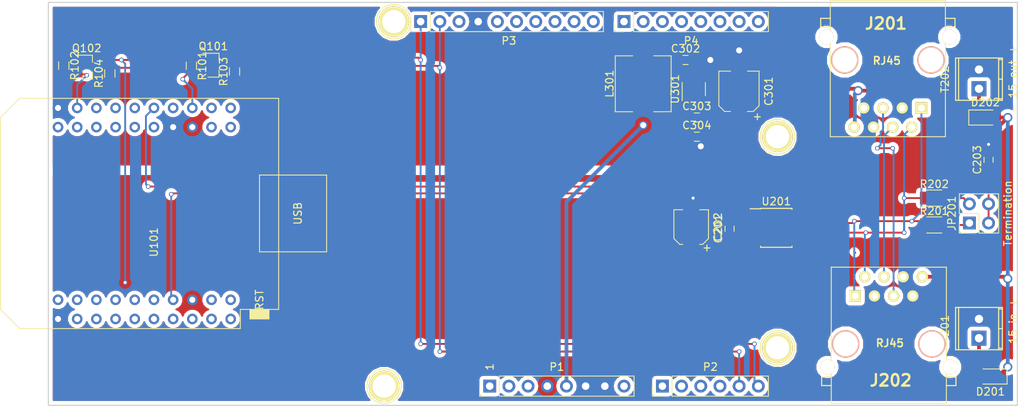
<source format=kicad_pcb>
(kicad_pcb (version 4) (host pcbnew 4.0.7+dfsg1-1ubuntu2)

  (general
    (links 71)
    (no_connects 0)
    (area 73.907999 71.542 209.766334 127.694)
    (thickness 1.6)
    (drawings 5)
    (tracks 189)
    (zones 0)
    (modules 34)
    (nets 82)
  )

  (page A4)
  (title_block
    (date "lun. 30 mars 2015")
  )

  (layers
    (0 F.Cu signal)
    (31 B.Cu signal)
    (32 B.Adhes user)
    (33 F.Adhes user)
    (34 B.Paste user)
    (35 F.Paste user)
    (36 B.SilkS user)
    (37 F.SilkS user)
    (38 B.Mask user)
    (39 F.Mask user)
    (40 Dwgs.User user)
    (41 Cmts.User user)
    (42 Eco1.User user)
    (43 Eco2.User user)
    (44 Edge.Cuts user)
    (45 Margin user)
    (46 B.CrtYd user)
    (47 F.CrtYd user)
    (48 B.Fab user)
    (49 F.Fab user)
  )

  (setup
    (last_trace_width 0.25)
    (user_trace_width 0.5)
    (trace_clearance 0.2)
    (zone_clearance 0.508)
    (zone_45_only no)
    (trace_min 0.2)
    (segment_width 0.15)
    (edge_width 0.15)
    (via_size 0.6)
    (via_drill 0.4)
    (via_min_size 0.4)
    (via_min_drill 0.3)
    (user_via 1.2 0.8)
    (uvia_size 0.3)
    (uvia_drill 0.1)
    (uvias_allowed no)
    (uvia_min_size 0.2)
    (uvia_min_drill 0.1)
    (pcb_text_width 0.3)
    (pcb_text_size 1.5 1.5)
    (mod_edge_width 0.15)
    (mod_text_size 1 1)
    (mod_text_width 0.15)
    (pad_size 4.064 4.064)
    (pad_drill 3.048)
    (pad_to_mask_clearance 0)
    (aux_axis_origin 110.998 126.365)
    (grid_origin 110.998 126.365)
    (visible_elements FFFFFF7F)
    (pcbplotparams
      (layerselection 0x00030_80000001)
      (usegerberextensions false)
      (excludeedgelayer true)
      (linewidth 0.100000)
      (plotframeref false)
      (viasonmask false)
      (mode 1)
      (useauxorigin false)
      (hpglpennumber 1)
      (hpglpenspeed 20)
      (hpglpendiameter 15)
      (hpglpenoverlay 2)
      (psnegative false)
      (psa4output false)
      (plotreference true)
      (plotvalue true)
      (plotinvisibletext false)
      (padsonsilk false)
      (subtractmaskfromsilk false)
      (outputformat 1)
      (mirror false)
      (drillshape 1)
      (scaleselection 1)
      (outputdirectory ""))
  )

  (net 0 "")
  (net 1 /IOREF)
  (net 2 /Reset)
  (net 3 +5V)
  (net 4 GND)
  (net 5 /Vin)
  (net 6 /A0)
  (net 7 /A1)
  (net 8 /A2)
  (net 9 /A3)
  (net 10 /AREF)
  (net 11 "/A4(SDA)")
  (net 12 "/A5(SCL)")
  (net 13 "/9(**)")
  (net 14 /8)
  (net 15 /7)
  (net 16 "/6(**)")
  (net 17 "/5(**)")
  (net 18 /4)
  (net 19 "/3(**)")
  (net 20 /2)
  (net 21 "/1(Tx)")
  (net 22 "/0(Rx)")
  (net 23 "Net-(P5-Pad1)")
  (net 24 "Net-(P6-Pad1)")
  (net 25 "Net-(P7-Pad1)")
  (net 26 "Net-(P8-Pad1)")
  (net 27 "/13(SCK)")
  (net 28 "/10(**/SS)")
  (net 29 "Net-(P1-Pad1)")
  (net 30 +3V3)
  (net 31 "/12(MISO)")
  (net 32 "/11(**/MOSI)")
  (net 33 "Net-(C203-Pad1)")
  (net 34 "CAN +12V")
  (net 35 "Net-(C302-Pad2)")
  (net 36 "Net-(C302-Pad1)")
  (net 37 "Net-(D201-Pad2)")
  (net 38 "Net-(D202-Pad1)")
  (net 39 "/CAN Transceiver/CANH")
  (net 40 "/CAN Transceiver/CANL")
  (net 41 "Net-(J201-Pad4)")
  (net 42 "Net-(J201-Pad5)")
  (net 43 "Net-(JP201-Pad1)")
  (net 44 "Net-(JP201-Pad2)")
  (net 45 /SDA)
  (net 46 /SCL)
  (net 47 "/CAN Transceiver/CAN_TX")
  (net 48 "/CAN Transceiver/CAN_RX")
  (net 49 "Net-(U201-Pad5)")
  (net 50 "Net-(U201-Pad8)")
  (net 51 "Net-(U101-Pad40)")
  (net 52 "Net-(U101-Pad39)")
  (net 53 "Net-(U101-Pad38)")
  (net 54 "Net-(U101-Pad37)")
  (net 55 "Net-(U101-Pad34)")
  (net 56 "Net-(U101-Pad31)")
  (net 57 "Net-(U101-Pad30)")
  (net 58 "Net-(U101-Pad29)")
  (net 59 "Net-(U101-Pad28)")
  (net 60 "Net-(U101-Pad27)")
  (net 61 "Net-(U101-Pad26)")
  (net 62 "Net-(U101-Pad25)")
  (net 63 "Net-(U101-Pad23)")
  (net 64 "Net-(U101-Pad21)")
  (net 65 "Net-(U101-Pad20)")
  (net 66 "Net-(U101-Pad19)")
  (net 67 "Net-(U101-Pad18)")
  (net 68 "Net-(U101-Pad17)")
  (net 69 "Net-(U101-Pad15)")
  (net 70 "Net-(U101-Pad13)")
  (net 71 "Net-(U101-Pad12)")
  (net 72 "Net-(U101-Pad11)")
  (net 73 "Net-(U101-Pad10)")
  (net 74 "Net-(U101-Pad9)")
  (net 75 "Net-(U101-Pad8)")
  (net 76 "Net-(U101-Pad7)")
  (net 77 "Net-(U101-Pad6)")
  (net 78 "Net-(U101-Pad5)")
  (net 79 "Net-(U101-Pad4)")
  (net 80 "Net-(U101-Pad3)")
  (net 81 "Net-(U101-Pad2)")

  (net_class Default "This is the default net class."
    (clearance 0.2)
    (trace_width 0.25)
    (via_dia 0.6)
    (via_drill 0.4)
    (uvia_dia 0.3)
    (uvia_drill 0.1)
    (add_net +3V3)
    (add_net +5V)
    (add_net "/0(Rx)")
    (add_net "/1(Tx)")
    (add_net "/10(**/SS)")
    (add_net "/11(**/MOSI)")
    (add_net "/12(MISO)")
    (add_net "/13(SCK)")
    (add_net /2)
    (add_net "/3(**)")
    (add_net /4)
    (add_net "/5(**)")
    (add_net "/6(**)")
    (add_net /7)
    (add_net /8)
    (add_net "/9(**)")
    (add_net /A0)
    (add_net /A1)
    (add_net /A2)
    (add_net /A3)
    (add_net "/A4(SDA)")
    (add_net "/A5(SCL)")
    (add_net /AREF)
    (add_net "/CAN Transceiver/CANH")
    (add_net "/CAN Transceiver/CANL")
    (add_net "/CAN Transceiver/CAN_RX")
    (add_net "/CAN Transceiver/CAN_TX")
    (add_net /IOREF)
    (add_net /Reset)
    (add_net /SCL)
    (add_net /SDA)
    (add_net /Vin)
    (add_net "CAN +12V")
    (add_net GND)
    (add_net "Net-(C203-Pad1)")
    (add_net "Net-(C302-Pad1)")
    (add_net "Net-(C302-Pad2)")
    (add_net "Net-(D201-Pad2)")
    (add_net "Net-(D202-Pad1)")
    (add_net "Net-(J201-Pad4)")
    (add_net "Net-(J201-Pad5)")
    (add_net "Net-(JP201-Pad1)")
    (add_net "Net-(JP201-Pad2)")
    (add_net "Net-(P1-Pad1)")
    (add_net "Net-(P5-Pad1)")
    (add_net "Net-(P6-Pad1)")
    (add_net "Net-(P7-Pad1)")
    (add_net "Net-(P8-Pad1)")
    (add_net "Net-(U101-Pad10)")
    (add_net "Net-(U101-Pad11)")
    (add_net "Net-(U101-Pad12)")
    (add_net "Net-(U101-Pad13)")
    (add_net "Net-(U101-Pad15)")
    (add_net "Net-(U101-Pad17)")
    (add_net "Net-(U101-Pad18)")
    (add_net "Net-(U101-Pad19)")
    (add_net "Net-(U101-Pad2)")
    (add_net "Net-(U101-Pad20)")
    (add_net "Net-(U101-Pad21)")
    (add_net "Net-(U101-Pad23)")
    (add_net "Net-(U101-Pad25)")
    (add_net "Net-(U101-Pad26)")
    (add_net "Net-(U101-Pad27)")
    (add_net "Net-(U101-Pad28)")
    (add_net "Net-(U101-Pad29)")
    (add_net "Net-(U101-Pad3)")
    (add_net "Net-(U101-Pad30)")
    (add_net "Net-(U101-Pad31)")
    (add_net "Net-(U101-Pad34)")
    (add_net "Net-(U101-Pad37)")
    (add_net "Net-(U101-Pad38)")
    (add_net "Net-(U101-Pad39)")
    (add_net "Net-(U101-Pad4)")
    (add_net "Net-(U101-Pad40)")
    (add_net "Net-(U101-Pad5)")
    (add_net "Net-(U101-Pad6)")
    (add_net "Net-(U101-Pad7)")
    (add_net "Net-(U101-Pad8)")
    (add_net "Net-(U101-Pad9)")
    (add_net "Net-(U201-Pad5)")
    (add_net "Net-(U201-Pad8)")
  )

  (module Socket_Arduino_Uno:Arduino_1pin locked (layer F.Cu) (tedit 5524FC39) (tstamp 5524FC3F)
    (at 124.968 123.825)
    (descr "module 1 pin (ou trou mecanique de percage)")
    (tags DEV)
    (path /56D71177)
    (fp_text reference P5 (at 0 -3.048) (layer F.SilkS) hide
      (effects (font (size 1 1) (thickness 0.15)))
    )
    (fp_text value CONN_01X01 (at 0 2.794) (layer F.Fab) hide
      (effects (font (size 1 1) (thickness 0.15)))
    )
    (fp_circle (center 0 0) (end 0 -2.286) (layer F.SilkS) (width 0.15))
    (pad 1 thru_hole circle (at 0 0) (size 4.064 4.064) (drill 3.048) (layers *.Cu *.Mask F.SilkS)
      (net 23 "Net-(P5-Pad1)"))
  )

  (module Socket_Arduino_Uno:Arduino_1pin locked (layer F.Cu) (tedit 5524FC4A) (tstamp 5524FC44)
    (at 177.038 118.745)
    (descr "module 1 pin (ou trou mecanique de percage)")
    (tags DEV)
    (path /56D71274)
    (fp_text reference P6 (at 0 -3.048) (layer F.SilkS) hide
      (effects (font (size 1 1) (thickness 0.15)))
    )
    (fp_text value CONN_01X01 (at 0 2.794) (layer F.Fab) hide
      (effects (font (size 1 1) (thickness 0.15)))
    )
    (fp_circle (center 0 0) (end 0 -2.286) (layer F.SilkS) (width 0.15))
    (pad 1 thru_hole circle (at 0 0) (size 4.064 4.064) (drill 3.048) (layers *.Cu *.Mask F.SilkS)
      (net 24 "Net-(P6-Pad1)"))
  )

  (module Socket_Arduino_Uno:Arduino_1pin locked (layer F.Cu) (tedit 5524FC2F) (tstamp 5524FC49)
    (at 126.238 75.565)
    (descr "module 1 pin (ou trou mecanique de percage)")
    (tags DEV)
    (path /56D712A8)
    (fp_text reference P7 (at 0 -3.048) (layer F.SilkS) hide
      (effects (font (size 1 1) (thickness 0.15)))
    )
    (fp_text value CONN_01X01 (at 0 2.794) (layer F.Fab) hide
      (effects (font (size 1 1) (thickness 0.15)))
    )
    (fp_circle (center 0 0) (end 0 -2.286) (layer F.SilkS) (width 0.15))
    (pad 1 thru_hole circle (at 0 0) (size 4.064 4.064) (drill 3.048) (layers *.Cu *.Mask F.SilkS)
      (net 25 "Net-(P7-Pad1)"))
  )

  (module Socket_Arduino_Uno:Arduino_1pin locked (layer F.Cu) (tedit 5524FC41) (tstamp 5524FC4E)
    (at 177.038 90.805)
    (descr "module 1 pin (ou trou mecanique de percage)")
    (tags DEV)
    (path /56D712DB)
    (fp_text reference P8 (at 0 -3.048) (layer F.SilkS) hide
      (effects (font (size 1 1) (thickness 0.15)))
    )
    (fp_text value CONN_01X01 (at 0 2.794) (layer F.Fab) hide
      (effects (font (size 1 1) (thickness 0.15)))
    )
    (fp_circle (center 0 0) (end 0 -2.286) (layer F.SilkS) (width 0.15))
    (pad 1 thru_hole circle (at 0 0) (size 4.064 4.064) (drill 3.048) (layers *.Cu *.Mask F.SilkS)
      (net 26 "Net-(P8-Pad1)"))
  )

  (module Socket_Strips:Socket_Strip_Straight_1x10_Pitch2.54mm locked (layer F.Cu) (tedit 642D9035) (tstamp 551AFA18)
    (at 129.794 75.565 90)
    (descr "Through hole straight socket strip, 1x10, 2.54mm pitch, single row")
    (tags "Through hole socket strip THT 1x10 2.54mm single row")
    (path /56D721E0)
    (fp_text reference P3 (at -2.54 11.684 180) (layer F.SilkS)
      (effects (font (size 1 1) (thickness 0.15)))
    )
    (fp_text value Digital (at -3.81 11.684 180) (layer F.Fab)
      (effects (font (size 1 1) (thickness 0.15)))
    )
    (fp_line (start -1.27 -1.27) (end -1.27 24.13) (layer F.Fab) (width 0.1))
    (fp_line (start -1.27 24.13) (end 1.27 24.13) (layer F.Fab) (width 0.1))
    (fp_line (start 1.27 24.13) (end 1.27 -1.27) (layer F.Fab) (width 0.1))
    (fp_line (start 1.27 -1.27) (end -1.27 -1.27) (layer F.Fab) (width 0.1))
    (fp_line (start -1.33 1.27) (end -1.33 24.19) (layer F.SilkS) (width 0.12))
    (fp_line (start -1.33 24.19) (end 1.33 24.19) (layer F.SilkS) (width 0.12))
    (fp_line (start 1.33 24.19) (end 1.33 1.27) (layer F.SilkS) (width 0.12))
    (fp_line (start 1.33 1.27) (end -1.33 1.27) (layer F.SilkS) (width 0.12))
    (fp_line (start -1.33 0) (end -1.33 -1.33) (layer F.SilkS) (width 0.12))
    (fp_line (start -1.33 -1.33) (end 0 -1.33) (layer F.SilkS) (width 0.12))
    (fp_line (start -1.8 -1.8) (end -1.8 24.65) (layer F.CrtYd) (width 0.05))
    (fp_line (start -1.8 24.65) (end 1.8 24.65) (layer F.CrtYd) (width 0.05))
    (fp_line (start 1.8 24.65) (end 1.8 -1.8) (layer F.CrtYd) (width 0.05))
    (fp_line (start 1.8 -1.8) (end -1.8 -1.8) (layer F.CrtYd) (width 0.05))
    (fp_text user %R (at -2.54 11.684 180) (layer F.Fab)
      (effects (font (size 1 1) (thickness 0.15)))
    )
    (pad 1 thru_hole rect (at 0 0 90) (size 1.7 1.7) (drill 1) (layers *.Cu *.Mask)
      (net 12 "/A5(SCL)"))
    (pad 2 thru_hole oval (at 0 2.54 90) (size 1.7 1.7) (drill 1) (layers *.Cu *.Mask)
      (net 11 "/A4(SDA)"))
    (pad 3 thru_hole oval (at 0 5.08 90) (size 1.7 1.7) (drill 1) (layers *.Cu *.Mask)
      (net 10 /AREF))
    (pad 4 thru_hole oval (at 0 7.62 90) (size 1.7 1.7) (drill 1) (layers *.Cu *.Mask)
      (net 4 GND))
    (pad 5 thru_hole oval (at 0 10.16 90) (size 1.7 1.7) (drill 1) (layers *.Cu *.Mask)
      (net 27 "/13(SCK)"))
    (pad 6 thru_hole oval (at 0 12.7 90) (size 1.7 1.7) (drill 1) (layers *.Cu *.Mask)
      (net 31 "/12(MISO)"))
    (pad 7 thru_hole oval (at 0 15.24 90) (size 1.7 1.7) (drill 1) (layers *.Cu *.Mask)
      (net 32 "/11(**/MOSI)"))
    (pad 8 thru_hole oval (at 0 17.78 90) (size 1.7 1.7) (drill 1) (layers *.Cu *.Mask)
      (net 28 "/10(**/SS)"))
    (pad 9 thru_hole oval (at 0 20.32 90) (size 1.7 1.7) (drill 1) (layers *.Cu *.Mask)
      (net 13 "/9(**)"))
    (pad 10 thru_hole oval (at 0 22.86 90) (size 1.7 1.7) (drill 1) (layers *.Cu *.Mask)
      (net 14 /8))
    (model ${KISYS3DMOD}/Socket_Strips.3dshapes/Socket_Strip_Straight_1x10_Pitch2.54mm.wrl
      (at (xyz 0 -0.45 0))
      (scale (xyz 1 1 1))
      (rotate (xyz 0 0 270))
    )
  )

  (module Socket_Strips:Socket_Strip_Straight_1x08_Pitch2.54mm locked (layer F.Cu) (tedit 642D8F97) (tstamp 551AFA2F)
    (at 156.718 75.565 90)
    (descr "Through hole straight socket strip, 1x08, 2.54mm pitch, single row")
    (tags "Through hole socket strip THT 1x08 2.54mm single row")
    (path /56D7164F)
    (fp_text reference P4 (at -2.54 8.89 180) (layer F.SilkS)
      (effects (font (size 1 1) (thickness 0.15)))
    )
    (fp_text value Digital (at -3.81 8.89 180) (layer F.Fab)
      (effects (font (size 1 1) (thickness 0.15)))
    )
    (fp_line (start -1.27 -1.27) (end -1.27 19.05) (layer F.Fab) (width 0.1))
    (fp_line (start -1.27 19.05) (end 1.27 19.05) (layer F.Fab) (width 0.1))
    (fp_line (start 1.27 19.05) (end 1.27 -1.27) (layer F.Fab) (width 0.1))
    (fp_line (start 1.27 -1.27) (end -1.27 -1.27) (layer F.Fab) (width 0.1))
    (fp_line (start -1.33 1.27) (end -1.33 19.11) (layer F.SilkS) (width 0.12))
    (fp_line (start -1.33 19.11) (end 1.33 19.11) (layer F.SilkS) (width 0.12))
    (fp_line (start 1.33 19.11) (end 1.33 1.27) (layer F.SilkS) (width 0.12))
    (fp_line (start 1.33 1.27) (end -1.33 1.27) (layer F.SilkS) (width 0.12))
    (fp_line (start -1.33 0) (end -1.33 -1.33) (layer F.SilkS) (width 0.12))
    (fp_line (start -1.33 -1.33) (end 0 -1.33) (layer F.SilkS) (width 0.12))
    (fp_line (start -1.8 -1.8) (end -1.8 19.55) (layer F.CrtYd) (width 0.05))
    (fp_line (start -1.8 19.55) (end 1.8 19.55) (layer F.CrtYd) (width 0.05))
    (fp_line (start 1.8 19.55) (end 1.8 -1.8) (layer F.CrtYd) (width 0.05))
    (fp_line (start 1.8 -1.8) (end -1.8 -1.8) (layer F.CrtYd) (width 0.05))
    (fp_text user %R (at -2.54 8.89 180) (layer F.Fab)
      (effects (font (size 1 1) (thickness 0.15)))
    )
    (pad 1 thru_hole rect (at 0 0 90) (size 1.7 1.7) (drill 1) (layers *.Cu *.Mask)
      (net 15 /7))
    (pad 2 thru_hole oval (at 0 2.54 90) (size 1.7 1.7) (drill 1) (layers *.Cu *.Mask)
      (net 16 "/6(**)"))
    (pad 3 thru_hole oval (at 0 5.08 90) (size 1.7 1.7) (drill 1) (layers *.Cu *.Mask)
      (net 17 "/5(**)"))
    (pad 4 thru_hole oval (at 0 7.62 90) (size 1.7 1.7) (drill 1) (layers *.Cu *.Mask)
      (net 18 /4))
    (pad 5 thru_hole oval (at 0 10.16 90) (size 1.7 1.7) (drill 1) (layers *.Cu *.Mask)
      (net 19 "/3(**)"))
    (pad 6 thru_hole oval (at 0 12.7 90) (size 1.7 1.7) (drill 1) (layers *.Cu *.Mask)
      (net 20 /2))
    (pad 7 thru_hole oval (at 0 15.24 90) (size 1.7 1.7) (drill 1) (layers *.Cu *.Mask)
      (net 21 "/1(Tx)"))
    (pad 8 thru_hole oval (at 0 17.78 90) (size 1.7 1.7) (drill 1) (layers *.Cu *.Mask)
      (net 22 "/0(Rx)"))
    (model ${KISYS3DMOD}/Socket_Strips.3dshapes/Socket_Strip_Straight_1x08_Pitch2.54mm.wrl
      (at (xyz 0 -0.35 0))
      (scale (xyz 1 1 1))
      (rotate (xyz 0 0 270))
    )
  )

  (module Socket_Strips:Socket_Strip_Straight_1x08_Pitch2.54mm locked (layer F.Cu) (tedit 642D8F4D) (tstamp 551AF9EA)
    (at 138.938 123.825 90)
    (descr "Through hole straight socket strip, 1x08, 2.54mm pitch, single row")
    (tags "Through hole socket strip THT 1x08 2.54mm single row")
    (path /56D70129)
    (fp_text reference P1 (at 2.54 8.89 180) (layer F.SilkS)
      (effects (font (size 1 1) (thickness 0.15)))
    )
    (fp_text value Power (at 4.445 8.89 180) (layer F.Fab)
      (effects (font (size 1 1) (thickness 0.15)))
    )
    (fp_line (start -1.27 -1.27) (end -1.27 19.05) (layer F.Fab) (width 0.1))
    (fp_line (start -1.27 19.05) (end 1.27 19.05) (layer F.Fab) (width 0.1))
    (fp_line (start 1.27 19.05) (end 1.27 -1.27) (layer F.Fab) (width 0.1))
    (fp_line (start 1.27 -1.27) (end -1.27 -1.27) (layer F.Fab) (width 0.1))
    (fp_line (start -1.33 1.27) (end -1.33 19.11) (layer F.SilkS) (width 0.12))
    (fp_line (start -1.33 19.11) (end 1.33 19.11) (layer F.SilkS) (width 0.12))
    (fp_line (start 1.33 19.11) (end 1.33 1.27) (layer F.SilkS) (width 0.12))
    (fp_line (start 1.33 1.27) (end -1.33 1.27) (layer F.SilkS) (width 0.12))
    (fp_line (start -1.33 0) (end -1.33 -1.33) (layer F.SilkS) (width 0.12))
    (fp_line (start -1.33 -1.33) (end 0 -1.33) (layer F.SilkS) (width 0.12))
    (fp_line (start -1.8 -1.8) (end -1.8 19.55) (layer F.CrtYd) (width 0.05))
    (fp_line (start -1.8 19.55) (end 1.8 19.55) (layer F.CrtYd) (width 0.05))
    (fp_line (start 1.8 19.55) (end 1.8 -1.8) (layer F.CrtYd) (width 0.05))
    (fp_line (start 1.8 -1.8) (end -1.8 -1.8) (layer F.CrtYd) (width 0.05))
    (fp_text user %R (at 2.54 8.89 180) (layer F.Fab)
      (effects (font (size 1 1) (thickness 0.15)))
    )
    (pad 1 thru_hole rect (at 0 0 90) (size 1.7 1.7) (drill 1) (layers *.Cu *.Mask)
      (net 29 "Net-(P1-Pad1)"))
    (pad 2 thru_hole oval (at 0 2.54 90) (size 1.7 1.7) (drill 1) (layers *.Cu *.Mask)
      (net 1 /IOREF))
    (pad 3 thru_hole oval (at 0 5.08 90) (size 1.7 1.7) (drill 1) (layers *.Cu *.Mask)
      (net 2 /Reset))
    (pad 4 thru_hole oval (at 0 7.62 90) (size 1.7 1.7) (drill 1) (layers *.Cu *.Mask)
      (net 30 +3V3))
    (pad 5 thru_hole oval (at 0 10.16 90) (size 1.7 1.7) (drill 1) (layers *.Cu *.Mask)
      (net 3 +5V))
    (pad 6 thru_hole oval (at 0 12.7 90) (size 1.7 1.7) (drill 1) (layers *.Cu *.Mask)
      (net 4 GND))
    (pad 7 thru_hole oval (at 0 15.24 90) (size 1.7 1.7) (drill 1) (layers *.Cu *.Mask)
      (net 4 GND))
    (pad 8 thru_hole oval (at 0 17.78 90) (size 1.7 1.7) (drill 1) (layers *.Cu *.Mask)
      (net 5 /Vin))
    (model ${KISYS3DMOD}/Socket_Strips.3dshapes/Socket_Strip_Straight_1x08_Pitch2.54mm.wrl
      (at (xyz 0 -0.35 0))
      (scale (xyz 1 1 1))
      (rotate (xyz 0 0 270))
    )
  )

  (module Socket_Strips:Socket_Strip_Straight_1x06_Pitch2.54mm locked (layer F.Cu) (tedit 58CD5446) (tstamp 551AF9FF)
    (at 161.798 123.825 90)
    (descr "Through hole straight socket strip, 1x06, 2.54mm pitch, single row")
    (tags "Through hole socket strip THT 1x06 2.54mm single row")
    (path /56D70DD8)
    (fp_text reference P2 (at 2.54 6.35 180) (layer F.SilkS)
      (effects (font (size 1 1) (thickness 0.15)))
    )
    (fp_text value Analog (at 5.08 6.35 180) (layer F.Fab)
      (effects (font (size 1 1) (thickness 0.15)))
    )
    (fp_line (start -1.27 -1.27) (end -1.27 13.97) (layer F.Fab) (width 0.1))
    (fp_line (start -1.27 13.97) (end 1.27 13.97) (layer F.Fab) (width 0.1))
    (fp_line (start 1.27 13.97) (end 1.27 -1.27) (layer F.Fab) (width 0.1))
    (fp_line (start 1.27 -1.27) (end -1.27 -1.27) (layer F.Fab) (width 0.1))
    (fp_line (start -1.33 1.27) (end -1.33 14.03) (layer F.SilkS) (width 0.12))
    (fp_line (start -1.33 14.03) (end 1.33 14.03) (layer F.SilkS) (width 0.12))
    (fp_line (start 1.33 14.03) (end 1.33 1.27) (layer F.SilkS) (width 0.12))
    (fp_line (start 1.33 1.27) (end -1.33 1.27) (layer F.SilkS) (width 0.12))
    (fp_line (start -1.33 0) (end -1.33 -1.33) (layer F.SilkS) (width 0.12))
    (fp_line (start -1.33 -1.33) (end 0 -1.33) (layer F.SilkS) (width 0.12))
    (fp_line (start -1.8 -1.8) (end -1.8 14.5) (layer F.CrtYd) (width 0.05))
    (fp_line (start -1.8 14.5) (end 1.8 14.5) (layer F.CrtYd) (width 0.05))
    (fp_line (start 1.8 14.5) (end 1.8 -1.8) (layer F.CrtYd) (width 0.05))
    (fp_line (start 1.8 -1.8) (end -1.8 -1.8) (layer F.CrtYd) (width 0.05))
    (fp_text user %R (at 2.54 6.35 180) (layer F.Fab)
      (effects (font (size 1 1) (thickness 0.15)))
    )
    (pad 1 thru_hole rect (at 0 0 90) (size 1.7 1.7) (drill 1) (layers *.Cu *.Mask)
      (net 6 /A0))
    (pad 2 thru_hole oval (at 0 2.54 90) (size 1.7 1.7) (drill 1) (layers *.Cu *.Mask)
      (net 7 /A1))
    (pad 3 thru_hole oval (at 0 5.08 90) (size 1.7 1.7) (drill 1) (layers *.Cu *.Mask)
      (net 8 /A2))
    (pad 4 thru_hole oval (at 0 7.62 90) (size 1.7 1.7) (drill 1) (layers *.Cu *.Mask)
      (net 9 /A3))
    (pad 5 thru_hole oval (at 0 10.16 90) (size 1.7 1.7) (drill 1) (layers *.Cu *.Mask)
      (net 11 "/A4(SDA)"))
    (pad 6 thru_hole oval (at 0 12.7 90) (size 1.7 1.7) (drill 1) (layers *.Cu *.Mask)
      (net 12 "/A5(SCL)"))
    (model ${KISYS3DMOD}/Socket_Strips.3dshapes/Socket_Strip_Straight_1x06_Pitch2.54mm.wrl
      (at (xyz 0 -0.25 0))
      (scale (xyz 1 1 1))
      (rotate (xyz 0 0 270))
    )
  )

  (module Capacitors_SMD:C_0603 (layer F.Cu) (tedit 59958EE7) (tstamp 642DA554)
    (at 170.688 102.985 90)
    (descr "Capacitor SMD 0603, reflow soldering, AVX (see smccp.pdf)")
    (tags "capacitor 0603")
    (path /642D9BC9/642D9D97)
    (attr smd)
    (fp_text reference C201 (at 0 -1.5 90) (layer F.SilkS)
      (effects (font (size 1 1) (thickness 0.15)))
    )
    (fp_text value ".1 uf" (at 0 1.5 90) (layer F.Fab)
      (effects (font (size 1 1) (thickness 0.15)))
    )
    (fp_line (start 1.4 0.65) (end -1.4 0.65) (layer F.CrtYd) (width 0.05))
    (fp_line (start 1.4 0.65) (end 1.4 -0.65) (layer F.CrtYd) (width 0.05))
    (fp_line (start -1.4 -0.65) (end -1.4 0.65) (layer F.CrtYd) (width 0.05))
    (fp_line (start -1.4 -0.65) (end 1.4 -0.65) (layer F.CrtYd) (width 0.05))
    (fp_line (start 0.35 0.6) (end -0.35 0.6) (layer F.SilkS) (width 0.12))
    (fp_line (start -0.35 -0.6) (end 0.35 -0.6) (layer F.SilkS) (width 0.12))
    (fp_line (start -0.8 -0.4) (end 0.8 -0.4) (layer F.Fab) (width 0.1))
    (fp_line (start 0.8 -0.4) (end 0.8 0.4) (layer F.Fab) (width 0.1))
    (fp_line (start 0.8 0.4) (end -0.8 0.4) (layer F.Fab) (width 0.1))
    (fp_line (start -0.8 0.4) (end -0.8 -0.4) (layer F.Fab) (width 0.1))
    (fp_text user %R (at 0 0 90) (layer F.Fab)
      (effects (font (size 0.3 0.3) (thickness 0.075)))
    )
    (pad 2 smd rect (at 0.75 0 90) (size 0.8 0.75) (layers F.Cu F.Paste F.Mask)
      (net 4 GND))
    (pad 1 smd rect (at -0.75 0 90) (size 0.8 0.75) (layers F.Cu F.Paste F.Mask)
      (net 30 +3V3))
    (model Capacitors_SMD.3dshapes/C_0603.wrl
      (at (xyz 0 0 0))
      (scale (xyz 1 1 1))
      (rotate (xyz 0 0 0))
    )
  )

  (module Capacitors_SMD:CP_Elec_4x5.7 (layer F.Cu) (tedit 58AA8612) (tstamp 642DA570)
    (at 165.608 102.765 90)
    (descr "SMT capacitor, aluminium electrolytic, 4x5.7")
    (path /642D9BC9/642D9D98)
    (attr smd)
    (fp_text reference C202 (at 0 3.54 90) (layer F.SilkS)
      (effects (font (size 1 1) (thickness 0.15)))
    )
    (fp_text value "15 uf 15V" (at 0 -3.54 90) (layer F.Fab)
      (effects (font (size 1 1) (thickness 0.15)))
    )
    (fp_circle (center 0 0) (end 0.3 2.1) (layer F.Fab) (width 0.1))
    (fp_text user + (at -1.1 -0.08 90) (layer F.Fab)
      (effects (font (size 1 1) (thickness 0.15)))
    )
    (fp_text user + (at -2.77 2.01 90) (layer F.SilkS)
      (effects (font (size 1 1) (thickness 0.15)))
    )
    (fp_text user %R (at 0 3.54 90) (layer F.Fab)
      (effects (font (size 1 1) (thickness 0.15)))
    )
    (fp_line (start 2.13 2.13) (end 2.13 -2.13) (layer F.Fab) (width 0.1))
    (fp_line (start -1.46 2.13) (end 2.13 2.13) (layer F.Fab) (width 0.1))
    (fp_line (start -2.13 1.46) (end -1.46 2.13) (layer F.Fab) (width 0.1))
    (fp_line (start -2.13 -1.46) (end -2.13 1.46) (layer F.Fab) (width 0.1))
    (fp_line (start -1.46 -2.13) (end -2.13 -1.46) (layer F.Fab) (width 0.1))
    (fp_line (start 2.13 -2.13) (end -1.46 -2.13) (layer F.Fab) (width 0.1))
    (fp_line (start 2.29 2.29) (end 2.29 1.12) (layer F.SilkS) (width 0.12))
    (fp_line (start 2.29 -2.29) (end 2.29 -1.12) (layer F.SilkS) (width 0.12))
    (fp_line (start -2.29 -1.52) (end -2.29 -1.12) (layer F.SilkS) (width 0.12))
    (fp_line (start -2.29 1.52) (end -2.29 1.12) (layer F.SilkS) (width 0.12))
    (fp_line (start -1.52 2.29) (end 2.29 2.29) (layer F.SilkS) (width 0.12))
    (fp_line (start -1.52 2.29) (end -2.29 1.52) (layer F.SilkS) (width 0.12))
    (fp_line (start -1.52 -2.29) (end 2.29 -2.29) (layer F.SilkS) (width 0.12))
    (fp_line (start -1.52 -2.29) (end -2.29 -1.52) (layer F.SilkS) (width 0.12))
    (fp_line (start -3.35 -2.39) (end 3.35 -2.39) (layer F.CrtYd) (width 0.05))
    (fp_line (start -3.35 -2.39) (end -3.35 2.38) (layer F.CrtYd) (width 0.05))
    (fp_line (start 3.35 2.38) (end 3.35 -2.39) (layer F.CrtYd) (width 0.05))
    (fp_line (start 3.35 2.38) (end -3.35 2.38) (layer F.CrtYd) (width 0.05))
    (pad 1 smd rect (at -1.8 0 270) (size 2.6 1.6) (layers F.Cu F.Paste F.Mask)
      (net 30 +3V3))
    (pad 2 smd rect (at 1.8 0 270) (size 2.6 1.6) (layers F.Cu F.Paste F.Mask)
      (net 4 GND))
    (model Capacitors_SMD.3dshapes/CP_Elec_4x5.7.wrl
      (at (xyz 0 0 0))
      (scale (xyz 1 1 1))
      (rotate (xyz 0 0 180))
    )
  )

  (module Capacitors_SMD:C_0603 (layer F.Cu) (tedit 59958EE7) (tstamp 642DA581)
    (at 204.978 93.865 90)
    (descr "Capacitor SMD 0603, reflow soldering, AVX (see smccp.pdf)")
    (tags "capacitor 0603")
    (path /642D9BC9/642D9D9C)
    (attr smd)
    (fp_text reference C203 (at 0 -1.5 90) (layer F.SilkS)
      (effects (font (size 1 1) (thickness 0.15)))
    )
    (fp_text value "47 nf" (at 0 1.5 90) (layer F.Fab)
      (effects (font (size 1 1) (thickness 0.15)))
    )
    (fp_line (start 1.4 0.65) (end -1.4 0.65) (layer F.CrtYd) (width 0.05))
    (fp_line (start 1.4 0.65) (end 1.4 -0.65) (layer F.CrtYd) (width 0.05))
    (fp_line (start -1.4 -0.65) (end -1.4 0.65) (layer F.CrtYd) (width 0.05))
    (fp_line (start -1.4 -0.65) (end 1.4 -0.65) (layer F.CrtYd) (width 0.05))
    (fp_line (start 0.35 0.6) (end -0.35 0.6) (layer F.SilkS) (width 0.12))
    (fp_line (start -0.35 -0.6) (end 0.35 -0.6) (layer F.SilkS) (width 0.12))
    (fp_line (start -0.8 -0.4) (end 0.8 -0.4) (layer F.Fab) (width 0.1))
    (fp_line (start 0.8 -0.4) (end 0.8 0.4) (layer F.Fab) (width 0.1))
    (fp_line (start 0.8 0.4) (end -0.8 0.4) (layer F.Fab) (width 0.1))
    (fp_line (start -0.8 0.4) (end -0.8 -0.4) (layer F.Fab) (width 0.1))
    (fp_text user %R (at 0 0 90) (layer F.Fab)
      (effects (font (size 0.3 0.3) (thickness 0.075)))
    )
    (pad 2 smd rect (at 0.75 0 90) (size 0.8 0.75) (layers F.Cu F.Paste F.Mask)
      (net 4 GND))
    (pad 1 smd rect (at -0.75 0 90) (size 0.8 0.75) (layers F.Cu F.Paste F.Mask)
      (net 33 "Net-(C203-Pad1)"))
    (model Capacitors_SMD.3dshapes/C_0603.wrl
      (at (xyz 0 0 0))
      (scale (xyz 1 1 1))
      (rotate (xyz 0 0 0))
    )
  )

  (module Capacitors_SMD:CP_Elec_5x5.3 (layer F.Cu) (tedit 58AA8A8F) (tstamp 642DA59D)
    (at 171.958 84.795 90)
    (descr "SMT capacitor, aluminium electrolytic, 5x5.3")
    (path /642D9EDA/642DA14E)
    (attr smd)
    (fp_text reference C301 (at 0 3.92 90) (layer F.SilkS)
      (effects (font (size 1 1) (thickness 0.15)))
    )
    (fp_text value 10uf (at 0 -3.92 90) (layer F.Fab)
      (effects (font (size 1 1) (thickness 0.15)))
    )
    (fp_circle (center 0 0) (end 0.3 2.4) (layer F.Fab) (width 0.1))
    (fp_text user + (at -1.37 -0.08 90) (layer F.Fab)
      (effects (font (size 1 1) (thickness 0.15)))
    )
    (fp_text user + (at -3.38 2.34 90) (layer F.SilkS)
      (effects (font (size 1 1) (thickness 0.15)))
    )
    (fp_text user %R (at 0 3.92 90) (layer F.Fab)
      (effects (font (size 1 1) (thickness 0.15)))
    )
    (fp_line (start 2.51 2.49) (end 2.51 -2.54) (layer F.Fab) (width 0.1))
    (fp_line (start -1.84 2.49) (end 2.51 2.49) (layer F.Fab) (width 0.1))
    (fp_line (start -2.51 1.82) (end -1.84 2.49) (layer F.Fab) (width 0.1))
    (fp_line (start -2.51 -1.87) (end -2.51 1.82) (layer F.Fab) (width 0.1))
    (fp_line (start -1.84 -2.54) (end -2.51 -1.87) (layer F.Fab) (width 0.1))
    (fp_line (start 2.51 -2.54) (end -1.84 -2.54) (layer F.Fab) (width 0.1))
    (fp_line (start 2.67 -2.69) (end 2.67 -1.14) (layer F.SilkS) (width 0.12))
    (fp_line (start 2.67 2.64) (end 2.67 1.09) (layer F.SilkS) (width 0.12))
    (fp_line (start -2.67 1.88) (end -2.67 1.09) (layer F.SilkS) (width 0.12))
    (fp_line (start -2.67 -1.93) (end -2.67 -1.14) (layer F.SilkS) (width 0.12))
    (fp_line (start 2.67 -2.69) (end -1.91 -2.69) (layer F.SilkS) (width 0.12))
    (fp_line (start -1.91 -2.69) (end -2.67 -1.93) (layer F.SilkS) (width 0.12))
    (fp_line (start -2.67 1.88) (end -1.91 2.64) (layer F.SilkS) (width 0.12))
    (fp_line (start -1.91 2.64) (end 2.67 2.64) (layer F.SilkS) (width 0.12))
    (fp_line (start -3.95 -2.79) (end 3.95 -2.79) (layer F.CrtYd) (width 0.05))
    (fp_line (start -3.95 -2.79) (end -3.95 2.74) (layer F.CrtYd) (width 0.05))
    (fp_line (start 3.95 2.74) (end 3.95 -2.79) (layer F.CrtYd) (width 0.05))
    (fp_line (start 3.95 2.74) (end -3.95 2.74) (layer F.CrtYd) (width 0.05))
    (pad 1 smd rect (at -2.2 0 270) (size 3 1.6) (layers F.Cu F.Paste F.Mask)
      (net 34 "CAN +12V"))
    (pad 2 smd rect (at 2.2 0 270) (size 3 1.6) (layers F.Cu F.Paste F.Mask)
      (net 4 GND))
    (model Capacitors_SMD.3dshapes/CP_Elec_5x5.3.wrl
      (at (xyz 0 0 0))
      (scale (xyz 1 1 1))
      (rotate (xyz 0 0 180))
    )
  )

  (module Capacitors_SMD:C_0603 (layer F.Cu) (tedit 59958EE7) (tstamp 642DA5AE)
    (at 164.858 80.645)
    (descr "Capacitor SMD 0603, reflow soldering, AVX (see smccp.pdf)")
    (tags "capacitor 0603")
    (path /642D9EDA/642DA150)
    (attr smd)
    (fp_text reference C302 (at 0 -1.5) (layer F.SilkS)
      (effects (font (size 1 1) (thickness 0.15)))
    )
    (fp_text value 100nf (at 0 1.5) (layer F.Fab)
      (effects (font (size 1 1) (thickness 0.15)))
    )
    (fp_line (start 1.4 0.65) (end -1.4 0.65) (layer F.CrtYd) (width 0.05))
    (fp_line (start 1.4 0.65) (end 1.4 -0.65) (layer F.CrtYd) (width 0.05))
    (fp_line (start -1.4 -0.65) (end -1.4 0.65) (layer F.CrtYd) (width 0.05))
    (fp_line (start -1.4 -0.65) (end 1.4 -0.65) (layer F.CrtYd) (width 0.05))
    (fp_line (start 0.35 0.6) (end -0.35 0.6) (layer F.SilkS) (width 0.12))
    (fp_line (start -0.35 -0.6) (end 0.35 -0.6) (layer F.SilkS) (width 0.12))
    (fp_line (start -0.8 -0.4) (end 0.8 -0.4) (layer F.Fab) (width 0.1))
    (fp_line (start 0.8 -0.4) (end 0.8 0.4) (layer F.Fab) (width 0.1))
    (fp_line (start 0.8 0.4) (end -0.8 0.4) (layer F.Fab) (width 0.1))
    (fp_line (start -0.8 0.4) (end -0.8 -0.4) (layer F.Fab) (width 0.1))
    (fp_text user %R (at 0 0) (layer F.Fab)
      (effects (font (size 0.3 0.3) (thickness 0.075)))
    )
    (pad 2 smd rect (at 0.75 0) (size 0.8 0.75) (layers F.Cu F.Paste F.Mask)
      (net 35 "Net-(C302-Pad2)"))
    (pad 1 smd rect (at -0.75 0) (size 0.8 0.75) (layers F.Cu F.Paste F.Mask)
      (net 36 "Net-(C302-Pad1)"))
    (model Capacitors_SMD.3dshapes/C_0603.wrl
      (at (xyz 0 0 0))
      (scale (xyz 1 1 1))
      (rotate (xyz 0 0 0))
    )
  )

  (module Capacitors_SMD:C_0603 (layer F.Cu) (tedit 59958EE7) (tstamp 642DA5BF)
    (at 166.358 88.265)
    (descr "Capacitor SMD 0603, reflow soldering, AVX (see smccp.pdf)")
    (tags "capacitor 0603")
    (path /642D9EDA/642DA152)
    (attr smd)
    (fp_text reference C303 (at 0 -1.5) (layer F.SilkS)
      (effects (font (size 1 1) (thickness 0.15)))
    )
    (fp_text value 22uf (at 0 1.5) (layer F.Fab)
      (effects (font (size 1 1) (thickness 0.15)))
    )
    (fp_line (start 1.4 0.65) (end -1.4 0.65) (layer F.CrtYd) (width 0.05))
    (fp_line (start 1.4 0.65) (end 1.4 -0.65) (layer F.CrtYd) (width 0.05))
    (fp_line (start -1.4 -0.65) (end -1.4 0.65) (layer F.CrtYd) (width 0.05))
    (fp_line (start -1.4 -0.65) (end 1.4 -0.65) (layer F.CrtYd) (width 0.05))
    (fp_line (start 0.35 0.6) (end -0.35 0.6) (layer F.SilkS) (width 0.12))
    (fp_line (start -0.35 -0.6) (end 0.35 -0.6) (layer F.SilkS) (width 0.12))
    (fp_line (start -0.8 -0.4) (end 0.8 -0.4) (layer F.Fab) (width 0.1))
    (fp_line (start 0.8 -0.4) (end 0.8 0.4) (layer F.Fab) (width 0.1))
    (fp_line (start 0.8 0.4) (end -0.8 0.4) (layer F.Fab) (width 0.1))
    (fp_line (start -0.8 0.4) (end -0.8 -0.4) (layer F.Fab) (width 0.1))
    (fp_text user %R (at 0 0) (layer F.Fab)
      (effects (font (size 0.3 0.3) (thickness 0.075)))
    )
    (pad 2 smd rect (at 0.75 0) (size 0.8 0.75) (layers F.Cu F.Paste F.Mask)
      (net 4 GND))
    (pad 1 smd rect (at -0.75 0) (size 0.8 0.75) (layers F.Cu F.Paste F.Mask)
      (net 3 +5V))
    (model Capacitors_SMD.3dshapes/C_0603.wrl
      (at (xyz 0 0 0))
      (scale (xyz 1 1 1))
      (rotate (xyz 0 0 0))
    )
  )

  (module Capacitors_SMD:C_0603 (layer F.Cu) (tedit 59958EE7) (tstamp 642DA5D0)
    (at 166.358 90.805)
    (descr "Capacitor SMD 0603, reflow soldering, AVX (see smccp.pdf)")
    (tags "capacitor 0603")
    (path /642D9EDA/642DA153)
    (attr smd)
    (fp_text reference C304 (at 0 -1.5) (layer F.SilkS)
      (effects (font (size 1 1) (thickness 0.15)))
    )
    (fp_text value 22uf (at 0 1.5) (layer F.Fab)
      (effects (font (size 1 1) (thickness 0.15)))
    )
    (fp_line (start 1.4 0.65) (end -1.4 0.65) (layer F.CrtYd) (width 0.05))
    (fp_line (start 1.4 0.65) (end 1.4 -0.65) (layer F.CrtYd) (width 0.05))
    (fp_line (start -1.4 -0.65) (end -1.4 0.65) (layer F.CrtYd) (width 0.05))
    (fp_line (start -1.4 -0.65) (end 1.4 -0.65) (layer F.CrtYd) (width 0.05))
    (fp_line (start 0.35 0.6) (end -0.35 0.6) (layer F.SilkS) (width 0.12))
    (fp_line (start -0.35 -0.6) (end 0.35 -0.6) (layer F.SilkS) (width 0.12))
    (fp_line (start -0.8 -0.4) (end 0.8 -0.4) (layer F.Fab) (width 0.1))
    (fp_line (start 0.8 -0.4) (end 0.8 0.4) (layer F.Fab) (width 0.1))
    (fp_line (start 0.8 0.4) (end -0.8 0.4) (layer F.Fab) (width 0.1))
    (fp_line (start -0.8 0.4) (end -0.8 -0.4) (layer F.Fab) (width 0.1))
    (fp_text user %R (at 0 0) (layer F.Fab)
      (effects (font (size 0.3 0.3) (thickness 0.075)))
    )
    (pad 2 smd rect (at 0.75 0) (size 0.8 0.75) (layers F.Cu F.Paste F.Mask)
      (net 4 GND))
    (pad 1 smd rect (at -0.75 0) (size 0.8 0.75) (layers F.Cu F.Paste F.Mask)
      (net 3 +5V))
    (model Capacitors_SMD.3dshapes/C_0603.wrl
      (at (xyz 0 0 0))
      (scale (xyz 1 1 1))
      (rotate (xyz 0 0 0))
    )
  )

  (module Diodes_SMD:D_PowerDI-123 (layer F.Cu) (tedit 588FC24C) (tstamp 642DA5E9)
    (at 205.233 122.555 180)
    (descr http://www.diodes.com/_files/datasheets/ds30497.pdf)
    (tags "PowerDI diode vishay")
    (path /642D9BC9/642D9DA4)
    (attr smd)
    (fp_text reference D201 (at 0 -2 180) (layer F.SilkS)
      (effects (font (size 1 1) (thickness 0.15)))
    )
    (fp_text value DFLS240-7 (at 0 2.5 180) (layer F.Fab)
      (effects (font (size 1 1) (thickness 0.15)))
    )
    (fp_text user %R (at 0 -2 180) (layer F.Fab)
      (effects (font (size 1 1) (thickness 0.15)))
    )
    (fp_line (start 0.3 0) (end 0.7 0) (layer F.Fab) (width 0.1))
    (fp_line (start 0.3 -0.5) (end -0.5 0) (layer F.Fab) (width 0.1))
    (fp_line (start 0.3 0.5) (end 0.3 -0.5) (layer F.Fab) (width 0.1))
    (fp_line (start -0.5 0) (end 0.3 0.5) (layer F.Fab) (width 0.1))
    (fp_line (start -0.5 0) (end -0.5 0.5) (layer F.Fab) (width 0.1))
    (fp_line (start -0.5 0) (end -0.5 -0.5) (layer F.Fab) (width 0.1))
    (fp_line (start -0.8 0) (end -0.5 0) (layer F.Fab) (width 0.1))
    (fp_line (start -1.4 0.9) (end -1.4 -0.9) (layer F.Fab) (width 0.1))
    (fp_line (start 1.4 0.9) (end -1.4 0.9) (layer F.Fab) (width 0.1))
    (fp_line (start 1.4 -0.9) (end 1.4 0.9) (layer F.Fab) (width 0.1))
    (fp_line (start -1.4 -0.9) (end 1.4 -0.9) (layer F.Fab) (width 0.1))
    (fp_line (start 2.5 1.3) (end -2.5 1.3) (layer F.CrtYd) (width 0.05))
    (fp_line (start 2.5 -1.3) (end 2.5 1.3) (layer F.CrtYd) (width 0.05))
    (fp_line (start -2.5 -1.3) (end 2.5 -1.3) (layer F.CrtYd) (width 0.05))
    (fp_line (start -2.5 1.3) (end -2.5 -1.3) (layer F.CrtYd) (width 0.05))
    (fp_line (start 1 -1) (end -2.2 -1) (layer F.SilkS) (width 0.12))
    (fp_line (start -2.2 1) (end 1 1) (layer F.SilkS) (width 0.12))
    (fp_line (start -2.2 1) (end -2.2 -1) (layer F.SilkS) (width 0.12))
    (pad 1 smd rect (at -0.85 0) (size 2.4 1.5) (layers F.Cu F.Paste F.Mask)
      (net 34 "CAN +12V"))
    (pad 2 smd rect (at 1.525 0) (size 1.05 1.5) (layers F.Cu F.Paste F.Mask)
      (net 37 "Net-(D201-Pad2)"))
    (model ${KISYS3DMOD}/Diodes_SMD.3dshapes/D_PowerDI-123.wrl
      (at (xyz 0 0 0))
      (scale (xyz 1 1 1))
      (rotate (xyz 0 0 0))
    )
  )

  (module Diodes_SMD:D_PowerDI-123 (layer F.Cu) (tedit 588FC24C) (tstamp 642DA602)
    (at 204.558 88.265)
    (descr http://www.diodes.com/_files/datasheets/ds30497.pdf)
    (tags "PowerDI diode vishay")
    (path /642D9BC9/642D9DA1)
    (attr smd)
    (fp_text reference D202 (at 0 -2) (layer F.SilkS)
      (effects (font (size 1 1) (thickness 0.15)))
    )
    (fp_text value DFLS240-7 (at 0 2.5) (layer F.Fab)
      (effects (font (size 1 1) (thickness 0.15)))
    )
    (fp_text user %R (at 0 -2) (layer F.Fab)
      (effects (font (size 1 1) (thickness 0.15)))
    )
    (fp_line (start 0.3 0) (end 0.7 0) (layer F.Fab) (width 0.1))
    (fp_line (start 0.3 -0.5) (end -0.5 0) (layer F.Fab) (width 0.1))
    (fp_line (start 0.3 0.5) (end 0.3 -0.5) (layer F.Fab) (width 0.1))
    (fp_line (start -0.5 0) (end 0.3 0.5) (layer F.Fab) (width 0.1))
    (fp_line (start -0.5 0) (end -0.5 0.5) (layer F.Fab) (width 0.1))
    (fp_line (start -0.5 0) (end -0.5 -0.5) (layer F.Fab) (width 0.1))
    (fp_line (start -0.8 0) (end -0.5 0) (layer F.Fab) (width 0.1))
    (fp_line (start -1.4 0.9) (end -1.4 -0.9) (layer F.Fab) (width 0.1))
    (fp_line (start 1.4 0.9) (end -1.4 0.9) (layer F.Fab) (width 0.1))
    (fp_line (start 1.4 -0.9) (end 1.4 0.9) (layer F.Fab) (width 0.1))
    (fp_line (start -1.4 -0.9) (end 1.4 -0.9) (layer F.Fab) (width 0.1))
    (fp_line (start 2.5 1.3) (end -2.5 1.3) (layer F.CrtYd) (width 0.05))
    (fp_line (start 2.5 -1.3) (end 2.5 1.3) (layer F.CrtYd) (width 0.05))
    (fp_line (start -2.5 -1.3) (end 2.5 -1.3) (layer F.CrtYd) (width 0.05))
    (fp_line (start -2.5 1.3) (end -2.5 -1.3) (layer F.CrtYd) (width 0.05))
    (fp_line (start 1 -1) (end -2.2 -1) (layer F.SilkS) (width 0.12))
    (fp_line (start -2.2 1) (end 1 1) (layer F.SilkS) (width 0.12))
    (fp_line (start -2.2 1) (end -2.2 -1) (layer F.SilkS) (width 0.12))
    (pad 1 smd rect (at -0.85 0 180) (size 2.4 1.5) (layers F.Cu F.Paste F.Mask)
      (net 38 "Net-(D202-Pad1)"))
    (pad 2 smd rect (at 1.525 0 180) (size 1.05 1.5) (layers F.Cu F.Paste F.Mask)
      (net 34 "CAN +12V"))
    (model ${KISYS3DMOD}/Diodes_SMD.3dshapes/D_PowerDI-123.wrl
      (at (xyz 0 0 0))
      (scale (xyz 1 1 1))
      (rotate (xyz 0 0 0))
    )
  )

  (module RJ45-8N-S:RJ45_8N-S (layer F.Cu) (tedit 58F90078) (tstamp 642DA61C)
    (at 191.643 80.645 180)
    (tags RJ45)
    (path /642D9BC9/642D9D9F)
    (fp_text reference J201 (at 0.254 4.826 180) (layer F.SilkS)
      (effects (font (thickness 0.3048)))
    )
    (fp_text value RJ45 (at 0.14224 -0.1016 180) (layer F.SilkS)
      (effects (font (size 1.00076 1.00076) (thickness 0.2032)))
    )
    (fp_line (start -7.62 5.5118) (end -8.89 5.5118) (layer F.SilkS) (width 0.15))
    (fp_line (start -8.89 5.5118) (end -8.89 4.3688) (layer F.SilkS) (width 0.15))
    (fp_line (start -8.89 4.3688) (end -7.62 4.3688) (layer F.SilkS) (width 0.15))
    (fp_line (start 7.62 5.5118) (end 8.89 5.5118) (layer F.SilkS) (width 0.15))
    (fp_line (start 8.89 5.5118) (end 8.89 4.3688) (layer F.SilkS) (width 0.15))
    (fp_line (start 8.89 4.3688) (end 7.62 4.3688) (layer F.SilkS) (width 0.15))
    (fp_line (start -7.62 7.874) (end 7.62 7.874) (layer F.SilkS) (width 0.127))
    (fp_line (start 7.62 7.874) (end 7.62 -10.16) (layer F.SilkS) (width 0.127))
    (fp_line (start 7.62 -10.16) (end -7.62 -10.16) (layer F.SilkS) (width 0.127))
    (fp_line (start -7.62 -10.16) (end -7.62 7.874) (layer F.SilkS) (width 0.127))
    (pad "" np_thru_hole circle (at 5.715 0 180) (size 3.64998 3.64998) (drill 3.2512) (layers *.Cu *.SilkS *.Mask))
    (pad "" np_thru_hole circle (at -5.715 0 180) (size 3.64998 3.64998) (drill 3.2512) (layers *.Cu *.SilkS *.Mask))
    (pad 1 thru_hole rect (at -4.445 -6.35 180) (size 1.50114 1.50114) (drill 0.89916) (layers *.Cu *.Mask F.SilkS)
      (net 39 "/CAN Transceiver/CANH"))
    (pad 2 thru_hole circle (at -3.175 -8.89 180) (size 1.50114 1.50114) (drill 0.89916) (layers *.Cu *.Mask F.SilkS)
      (net 40 "/CAN Transceiver/CANL"))
    (pad 3 thru_hole circle (at -1.905 -6.35 180) (size 1.50114 1.50114) (drill 0.89916) (layers *.Cu *.Mask F.SilkS)
      (net 4 GND))
    (pad 4 thru_hole circle (at -0.635 -8.89 180) (size 1.50114 1.50114) (drill 0.89916) (layers *.Cu *.Mask F.SilkS)
      (net 41 "Net-(J201-Pad4)"))
    (pad 5 thru_hole circle (at 0.635 -6.35 180) (size 1.50114 1.50114) (drill 0.89916) (layers *.Cu *.Mask F.SilkS)
      (net 42 "Net-(J201-Pad5)"))
    (pad 6 thru_hole circle (at 1.905 -8.89 180) (size 1.50114 1.50114) (drill 0.89916) (layers *.Cu *.Mask F.SilkS)
      (net 4 GND))
    (pad 7 thru_hole circle (at 3.175 -6.35 180) (size 1.50114 1.50114) (drill 0.89916) (layers *.Cu *.Mask F.SilkS)
      (net 4 GND))
    (pad 8 thru_hole circle (at 4.445 -8.89 180) (size 1.50114 1.50114) (drill 0.89916) (layers *.Cu *.Mask F.SilkS)
      (net 34 "CAN +12V"))
    (pad "" thru_hole circle (at -8.128 3.048 180) (size 1.9304 1.9304) (drill 1.9304) (layers *.Cu *.Mask F.SilkS))
    (pad "" thru_hole circle (at 8.128 3.048 180) (size 1.9304 1.9304) (drill 1.9304) (layers *.Cu *.Mask F.SilkS))
    (model connectors/RJ45_8.wrl
      (at (xyz 0 0 0))
      (scale (xyz 0.4 0.4 0.4))
      (rotate (xyz 0 0 0))
    )
  )

  (module RJ45-8N-S:RJ45_8N-S (layer F.Cu) (tedit 58F90078) (tstamp 642DA636)
    (at 191.77 118.237)
    (tags RJ45)
    (path /642D9BC9/642D9D9E)
    (fp_text reference J202 (at 0.254 4.826) (layer F.SilkS)
      (effects (font (thickness 0.3048)))
    )
    (fp_text value RJ45 (at 0.14224 -0.1016) (layer F.SilkS)
      (effects (font (size 1.00076 1.00076) (thickness 0.2032)))
    )
    (fp_line (start -7.62 5.5118) (end -8.89 5.5118) (layer F.SilkS) (width 0.15))
    (fp_line (start -8.89 5.5118) (end -8.89 4.3688) (layer F.SilkS) (width 0.15))
    (fp_line (start -8.89 4.3688) (end -7.62 4.3688) (layer F.SilkS) (width 0.15))
    (fp_line (start 7.62 5.5118) (end 8.89 5.5118) (layer F.SilkS) (width 0.15))
    (fp_line (start 8.89 5.5118) (end 8.89 4.3688) (layer F.SilkS) (width 0.15))
    (fp_line (start 8.89 4.3688) (end 7.62 4.3688) (layer F.SilkS) (width 0.15))
    (fp_line (start -7.62 7.874) (end 7.62 7.874) (layer F.SilkS) (width 0.127))
    (fp_line (start 7.62 7.874) (end 7.62 -10.16) (layer F.SilkS) (width 0.127))
    (fp_line (start 7.62 -10.16) (end -7.62 -10.16) (layer F.SilkS) (width 0.127))
    (fp_line (start -7.62 -10.16) (end -7.62 7.874) (layer F.SilkS) (width 0.127))
    (pad "" np_thru_hole circle (at 5.715 0) (size 3.64998 3.64998) (drill 3.2512) (layers *.Cu *.SilkS *.Mask))
    (pad "" np_thru_hole circle (at -5.715 0) (size 3.64998 3.64998) (drill 3.2512) (layers *.Cu *.SilkS *.Mask))
    (pad 1 thru_hole rect (at -4.445 -6.35) (size 1.50114 1.50114) (drill 0.89916) (layers *.Cu *.Mask F.SilkS)
      (net 39 "/CAN Transceiver/CANH"))
    (pad 2 thru_hole circle (at -3.175 -8.89) (size 1.50114 1.50114) (drill 0.89916) (layers *.Cu *.Mask F.SilkS)
      (net 40 "/CAN Transceiver/CANL"))
    (pad 3 thru_hole circle (at -1.905 -6.35) (size 1.50114 1.50114) (drill 0.89916) (layers *.Cu *.Mask F.SilkS)
      (net 4 GND))
    (pad 4 thru_hole circle (at -0.635 -8.89) (size 1.50114 1.50114) (drill 0.89916) (layers *.Cu *.Mask F.SilkS)
      (net 41 "Net-(J201-Pad4)"))
    (pad 5 thru_hole circle (at 0.635 -6.35) (size 1.50114 1.50114) (drill 0.89916) (layers *.Cu *.Mask F.SilkS)
      (net 42 "Net-(J201-Pad5)"))
    (pad 6 thru_hole circle (at 1.905 -8.89) (size 1.50114 1.50114) (drill 0.89916) (layers *.Cu *.Mask F.SilkS)
      (net 4 GND))
    (pad 7 thru_hole circle (at 3.175 -6.35) (size 1.50114 1.50114) (drill 0.89916) (layers *.Cu *.Mask F.SilkS)
      (net 4 GND))
    (pad 8 thru_hole circle (at 4.445 -8.89) (size 1.50114 1.50114) (drill 0.89916) (layers *.Cu *.Mask F.SilkS)
      (net 34 "CAN +12V"))
    (pad "" thru_hole circle (at -8.128 3.048) (size 1.9304 1.9304) (drill 1.9304) (layers *.Cu *.Mask F.SilkS))
    (pad "" thru_hole circle (at 8.128 3.048) (size 1.9304 1.9304) (drill 1.9304) (layers *.Cu *.Mask F.SilkS))
    (model connectors/RJ45_8.wrl
      (at (xyz 0 0 0))
      (scale (xyz 0.4 0.4 0.4))
      (rotate (xyz 0 0 0))
    )
  )

  (module Pin_Headers:Pin_Header_Straight_2x02_Pitch2.54mm (layer F.Cu) (tedit 642DA719) (tstamp 642DA650)
    (at 202.438 102.235 90)
    (descr "Through hole straight pin header, 2x02, 2.54mm pitch, double rows")
    (tags "Through hole pin header THT 2x02 2.54mm double row")
    (path /642D9BC9/642D9D9B)
    (fp_text reference JP201 (at 1.27 -2.33 90) (layer F.SilkS)
      (effects (font (size 1 1) (thickness 0.15)))
    )
    (fp_text value Termination (at 1.27 5.08 270) (layer F.SilkS)
      (effects (font (size 1 1) (thickness 0.15)))
    )
    (fp_line (start 0 -1.27) (end 3.81 -1.27) (layer F.Fab) (width 0.1))
    (fp_line (start 3.81 -1.27) (end 3.81 3.81) (layer F.Fab) (width 0.1))
    (fp_line (start 3.81 3.81) (end -1.27 3.81) (layer F.Fab) (width 0.1))
    (fp_line (start -1.27 3.81) (end -1.27 0) (layer F.Fab) (width 0.1))
    (fp_line (start -1.27 0) (end 0 -1.27) (layer F.Fab) (width 0.1))
    (fp_line (start -1.33 3.87) (end 3.87 3.87) (layer F.SilkS) (width 0.12))
    (fp_line (start -1.33 1.27) (end -1.33 3.87) (layer F.SilkS) (width 0.12))
    (fp_line (start 3.87 -1.33) (end 3.87 3.87) (layer F.SilkS) (width 0.12))
    (fp_line (start -1.33 1.27) (end 1.27 1.27) (layer F.SilkS) (width 0.12))
    (fp_line (start 1.27 1.27) (end 1.27 -1.33) (layer F.SilkS) (width 0.12))
    (fp_line (start 1.27 -1.33) (end 3.87 -1.33) (layer F.SilkS) (width 0.12))
    (fp_line (start -1.33 0) (end -1.33 -1.33) (layer F.SilkS) (width 0.12))
    (fp_line (start -1.33 -1.33) (end 0 -1.33) (layer F.SilkS) (width 0.12))
    (fp_line (start -1.8 -1.8) (end -1.8 4.35) (layer F.CrtYd) (width 0.05))
    (fp_line (start -1.8 4.35) (end 4.35 4.35) (layer F.CrtYd) (width 0.05))
    (fp_line (start 4.35 4.35) (end 4.35 -1.8) (layer F.CrtYd) (width 0.05))
    (fp_line (start 4.35 -1.8) (end -1.8 -1.8) (layer F.CrtYd) (width 0.05))
    (fp_text user %R (at 1.27 1.27 180) (layer F.Fab)
      (effects (font (size 1 1) (thickness 0.15)))
    )
    (pad 1 thru_hole rect (at 0 0 90) (size 1.7 1.7) (drill 1) (layers *.Cu *.Mask)
      (net 43 "Net-(JP201-Pad1)"))
    (pad 2 thru_hole oval (at 2.54 0 90) (size 1.7 1.7) (drill 1) (layers *.Cu *.Mask)
      (net 44 "Net-(JP201-Pad2)"))
    (pad 3 thru_hole oval (at 0 2.54 90) (size 1.7 1.7) (drill 1) (layers *.Cu *.Mask)
      (net 33 "Net-(C203-Pad1)"))
    (pad 4 thru_hole oval (at 2.54 2.54 90) (size 1.7 1.7) (drill 1) (layers *.Cu *.Mask)
      (net 33 "Net-(C203-Pad1)"))
    (model ${KISYS3DMOD}/Pin_Headers.3dshapes/Pin_Header_Straight_2x02_Pitch2.54mm.wrl
      (at (xyz 0 0 0))
      (scale (xyz 1 1 1))
      (rotate (xyz 0 0 0))
    )
  )

  (module Inductors_SMD:L_7.3x7.3_H4.5 (layer F.Cu) (tedit 5990349C) (tstamp 642DA669)
    (at 159.258 83.795 90)
    (descr "Choke, SMD, 7.3x7.3mm 4.5mm height")
    (tags "Choke SMD")
    (path /642D9EDA/642DA151)
    (attr smd)
    (fp_text reference L301 (at 0 -4.45 90) (layer F.SilkS)
      (effects (font (size 1 1) (thickness 0.15)))
    )
    (fp_text value 4.7uH (at 0 4.45 90) (layer F.Fab)
      (effects (font (size 1 1) (thickness 0.15)))
    )
    (fp_text user %R (at 0 0 90) (layer F.Fab)
      (effects (font (size 1 1) (thickness 0.15)))
    )
    (fp_line (start 3.7 1.4) (end 3.7 3.7) (layer F.SilkS) (width 0.12))
    (fp_line (start 3.7 3.7) (end -3.7 3.7) (layer F.SilkS) (width 0.12))
    (fp_line (start -3.7 3.7) (end -3.7 1.4) (layer F.SilkS) (width 0.12))
    (fp_line (start -3.7 -1.4) (end -3.7 -3.7) (layer F.SilkS) (width 0.12))
    (fp_line (start -3.7 -3.7) (end 3.7 -3.7) (layer F.SilkS) (width 0.12))
    (fp_line (start 3.7 -3.7) (end 3.7 -1.4) (layer F.SilkS) (width 0.12))
    (fp_line (start -4.2 -3.9) (end -4.2 3.9) (layer F.CrtYd) (width 0.05))
    (fp_line (start -4.2 3.9) (end 4.2 3.9) (layer F.CrtYd) (width 0.05))
    (fp_line (start 4.2 3.9) (end 4.2 -3.9) (layer F.CrtYd) (width 0.05))
    (fp_line (start 4.2 -3.9) (end -4.2 -3.9) (layer F.CrtYd) (width 0.05))
    (fp_line (start 3.65 3.65) (end 3.65 1.4) (layer F.Fab) (width 0.1))
    (fp_line (start 3.65 -3.65) (end 3.65 -1.4) (layer F.Fab) (width 0.1))
    (fp_line (start -3.65 3.65) (end -3.65 1.4) (layer F.Fab) (width 0.1))
    (fp_line (start -3.65 -3.65) (end -3.65 -1.4) (layer F.Fab) (width 0.1))
    (fp_line (start 3.65 3.65) (end -3.65 3.65) (layer F.Fab) (width 0.1))
    (fp_line (start -3.65 -3.65) (end 3.65 -3.65) (layer F.Fab) (width 0.1))
    (fp_arc (start 0 0) (end 2.29 2.29) (angle 90) (layer F.Fab) (width 0.1))
    (fp_arc (start 0 0) (end -2.29 -2.29) (angle 90) (layer F.Fab) (width 0.1))
    (pad 1 smd rect (at -3.2 0 90) (size 1.5 2.2) (layers F.Cu F.Paste F.Mask)
      (net 3 +5V))
    (pad 2 smd rect (at 3.2 0 90) (size 1.5 2.2) (layers F.Cu F.Paste F.Mask)
      (net 35 "Net-(C302-Pad2)"))
    (model ${KISYS3DMOD}/Inductors_SMD.3dshapes/L_7.3x7.3_H4.5.wrl
      (at (xyz 0 0 0))
      (scale (xyz 1 1 1))
      (rotate (xyz 0 0 0))
    )
  )

  (module TO_SOT_Packages_SMD:SOT-23 (layer F.Cu) (tedit 58CE4E7E) (tstamp 642DA67E)
    (at 102.346 81.341)
    (descr "SOT-23, Standard")
    (tags SOT-23)
    (path /642DBACD)
    (attr smd)
    (fp_text reference Q101 (at 0 -2.5) (layer F.SilkS)
      (effects (font (size 1 1) (thickness 0.15)))
    )
    (fp_text value BSS138 (at 0 2.5) (layer F.Fab)
      (effects (font (size 1 1) (thickness 0.15)))
    )
    (fp_text user %R (at 0 0 90) (layer F.Fab)
      (effects (font (size 0.5 0.5) (thickness 0.075)))
    )
    (fp_line (start -0.7 -0.95) (end -0.7 1.5) (layer F.Fab) (width 0.1))
    (fp_line (start -0.15 -1.52) (end 0.7 -1.52) (layer F.Fab) (width 0.1))
    (fp_line (start -0.7 -0.95) (end -0.15 -1.52) (layer F.Fab) (width 0.1))
    (fp_line (start 0.7 -1.52) (end 0.7 1.52) (layer F.Fab) (width 0.1))
    (fp_line (start -0.7 1.52) (end 0.7 1.52) (layer F.Fab) (width 0.1))
    (fp_line (start 0.76 1.58) (end 0.76 0.65) (layer F.SilkS) (width 0.12))
    (fp_line (start 0.76 -1.58) (end 0.76 -0.65) (layer F.SilkS) (width 0.12))
    (fp_line (start -1.7 -1.75) (end 1.7 -1.75) (layer F.CrtYd) (width 0.05))
    (fp_line (start 1.7 -1.75) (end 1.7 1.75) (layer F.CrtYd) (width 0.05))
    (fp_line (start 1.7 1.75) (end -1.7 1.75) (layer F.CrtYd) (width 0.05))
    (fp_line (start -1.7 1.75) (end -1.7 -1.75) (layer F.CrtYd) (width 0.05))
    (fp_line (start 0.76 -1.58) (end -1.4 -1.58) (layer F.SilkS) (width 0.12))
    (fp_line (start 0.76 1.58) (end -0.7 1.58) (layer F.SilkS) (width 0.12))
    (pad 1 smd rect (at -1 -0.95) (size 0.9 0.8) (layers F.Cu F.Paste F.Mask)
      (net 30 +3V3))
    (pad 2 smd rect (at -1 0.95) (size 0.9 0.8) (layers F.Cu F.Paste F.Mask)
      (net 45 /SDA))
    (pad 3 smd rect (at 1 0) (size 0.9 0.8) (layers F.Cu F.Paste F.Mask)
      (net 11 "/A4(SDA)"))
    (model ${KISYS3DMOD}/TO_SOT_Packages_SMD.3dshapes/SOT-23.wrl
      (at (xyz 0 0 0))
      (scale (xyz 1 1 1))
      (rotate (xyz 0 0 0))
    )
  )

  (module TO_SOT_Packages_SMD:SOT-23 (layer F.Cu) (tedit 58CE4E7E) (tstamp 642DA693)
    (at 85.582 81.595)
    (descr "SOT-23, Standard")
    (tags SOT-23)
    (path /642DBBD4)
    (attr smd)
    (fp_text reference Q102 (at 0 -2.5) (layer F.SilkS)
      (effects (font (size 1 1) (thickness 0.15)))
    )
    (fp_text value BSS138 (at 0 2.5) (layer F.Fab)
      (effects (font (size 1 1) (thickness 0.15)))
    )
    (fp_text user %R (at 0 0 90) (layer F.Fab)
      (effects (font (size 0.5 0.5) (thickness 0.075)))
    )
    (fp_line (start -0.7 -0.95) (end -0.7 1.5) (layer F.Fab) (width 0.1))
    (fp_line (start -0.15 -1.52) (end 0.7 -1.52) (layer F.Fab) (width 0.1))
    (fp_line (start -0.7 -0.95) (end -0.15 -1.52) (layer F.Fab) (width 0.1))
    (fp_line (start 0.7 -1.52) (end 0.7 1.52) (layer F.Fab) (width 0.1))
    (fp_line (start -0.7 1.52) (end 0.7 1.52) (layer F.Fab) (width 0.1))
    (fp_line (start 0.76 1.58) (end 0.76 0.65) (layer F.SilkS) (width 0.12))
    (fp_line (start 0.76 -1.58) (end 0.76 -0.65) (layer F.SilkS) (width 0.12))
    (fp_line (start -1.7 -1.75) (end 1.7 -1.75) (layer F.CrtYd) (width 0.05))
    (fp_line (start 1.7 -1.75) (end 1.7 1.75) (layer F.CrtYd) (width 0.05))
    (fp_line (start 1.7 1.75) (end -1.7 1.75) (layer F.CrtYd) (width 0.05))
    (fp_line (start -1.7 1.75) (end -1.7 -1.75) (layer F.CrtYd) (width 0.05))
    (fp_line (start 0.76 -1.58) (end -1.4 -1.58) (layer F.SilkS) (width 0.12))
    (fp_line (start 0.76 1.58) (end -0.7 1.58) (layer F.SilkS) (width 0.12))
    (pad 1 smd rect (at -1 -0.95) (size 0.9 0.8) (layers F.Cu F.Paste F.Mask)
      (net 30 +3V3))
    (pad 2 smd rect (at -1 0.95) (size 0.9 0.8) (layers F.Cu F.Paste F.Mask)
      (net 46 /SCL))
    (pad 3 smd rect (at 1 0) (size 0.9 0.8) (layers F.Cu F.Paste F.Mask)
      (net 12 "/A5(SCL)"))
    (model ${KISYS3DMOD}/TO_SOT_Packages_SMD.3dshapes/SOT-23.wrl
      (at (xyz 0 0 0))
      (scale (xyz 1 1 1))
      (rotate (xyz 0 0 0))
    )
  )

  (module Resistors_SMD:R_0603 (layer F.Cu) (tedit 58E0A804) (tstamp 642DA6A4)
    (at 99.441 81.419 270)
    (descr "Resistor SMD 0603, reflow soldering, Vishay (see dcrcw.pdf)")
    (tags "resistor 0603")
    (path /642DC181)
    (attr smd)
    (fp_text reference R101 (at 0 -1.45 270) (layer F.SilkS)
      (effects (font (size 1 1) (thickness 0.15)))
    )
    (fp_text value 2.4K (at 0 1.5 270) (layer F.Fab)
      (effects (font (size 1 1) (thickness 0.15)))
    )
    (fp_text user %R (at 0 0 270) (layer F.Fab)
      (effects (font (size 0.4 0.4) (thickness 0.075)))
    )
    (fp_line (start -0.8 0.4) (end -0.8 -0.4) (layer F.Fab) (width 0.1))
    (fp_line (start 0.8 0.4) (end -0.8 0.4) (layer F.Fab) (width 0.1))
    (fp_line (start 0.8 -0.4) (end 0.8 0.4) (layer F.Fab) (width 0.1))
    (fp_line (start -0.8 -0.4) (end 0.8 -0.4) (layer F.Fab) (width 0.1))
    (fp_line (start 0.5 0.68) (end -0.5 0.68) (layer F.SilkS) (width 0.12))
    (fp_line (start -0.5 -0.68) (end 0.5 -0.68) (layer F.SilkS) (width 0.12))
    (fp_line (start -1.25 -0.7) (end 1.25 -0.7) (layer F.CrtYd) (width 0.05))
    (fp_line (start -1.25 -0.7) (end -1.25 0.7) (layer F.CrtYd) (width 0.05))
    (fp_line (start 1.25 0.7) (end 1.25 -0.7) (layer F.CrtYd) (width 0.05))
    (fp_line (start 1.25 0.7) (end -1.25 0.7) (layer F.CrtYd) (width 0.05))
    (pad 1 smd rect (at -0.75 0 270) (size 0.5 0.9) (layers F.Cu F.Paste F.Mask)
      (net 30 +3V3))
    (pad 2 smd rect (at 0.75 0 270) (size 0.5 0.9) (layers F.Cu F.Paste F.Mask)
      (net 45 /SDA))
    (model ${KISYS3DMOD}/Resistors_SMD.3dshapes/R_0603.wrl
      (at (xyz 0 0 0))
      (scale (xyz 1 1 1))
      (rotate (xyz 0 0 0))
    )
  )

  (module Resistors_SMD:R_0603 (layer F.Cu) (tedit 58E0A804) (tstamp 642DA6B5)
    (at 82.55 81.395 270)
    (descr "Resistor SMD 0603, reflow soldering, Vishay (see dcrcw.pdf)")
    (tags "resistor 0603")
    (path /642DC29C)
    (attr smd)
    (fp_text reference R102 (at 0 -1.45 270) (layer F.SilkS)
      (effects (font (size 1 1) (thickness 0.15)))
    )
    (fp_text value 2.4K (at 0 1.5 270) (layer F.Fab)
      (effects (font (size 1 1) (thickness 0.15)))
    )
    (fp_text user %R (at 0 0 270) (layer F.Fab)
      (effects (font (size 0.4 0.4) (thickness 0.075)))
    )
    (fp_line (start -0.8 0.4) (end -0.8 -0.4) (layer F.Fab) (width 0.1))
    (fp_line (start 0.8 0.4) (end -0.8 0.4) (layer F.Fab) (width 0.1))
    (fp_line (start 0.8 -0.4) (end 0.8 0.4) (layer F.Fab) (width 0.1))
    (fp_line (start -0.8 -0.4) (end 0.8 -0.4) (layer F.Fab) (width 0.1))
    (fp_line (start 0.5 0.68) (end -0.5 0.68) (layer F.SilkS) (width 0.12))
    (fp_line (start -0.5 -0.68) (end 0.5 -0.68) (layer F.SilkS) (width 0.12))
    (fp_line (start -1.25 -0.7) (end 1.25 -0.7) (layer F.CrtYd) (width 0.05))
    (fp_line (start -1.25 -0.7) (end -1.25 0.7) (layer F.CrtYd) (width 0.05))
    (fp_line (start 1.25 0.7) (end 1.25 -0.7) (layer F.CrtYd) (width 0.05))
    (fp_line (start 1.25 0.7) (end -1.25 0.7) (layer F.CrtYd) (width 0.05))
    (pad 1 smd rect (at -0.75 0 270) (size 0.5 0.9) (layers F.Cu F.Paste F.Mask)
      (net 30 +3V3))
    (pad 2 smd rect (at 0.75 0 270) (size 0.5 0.9) (layers F.Cu F.Paste F.Mask)
      (net 46 /SCL))
    (model ${KISYS3DMOD}/Resistors_SMD.3dshapes/R_0603.wrl
      (at (xyz 0 0 0))
      (scale (xyz 1 1 1))
      (rotate (xyz 0 0 0))
    )
  )

  (module Resistors_SMD:R_0603 (layer F.Cu) (tedit 58E0A804) (tstamp 642DA6C6)
    (at 105.156 82.181 90)
    (descr "Resistor SMD 0603, reflow soldering, Vishay (see dcrcw.pdf)")
    (tags "resistor 0603")
    (path /642DC3E1)
    (attr smd)
    (fp_text reference R103 (at 0 -1.45 90) (layer F.SilkS)
      (effects (font (size 1 1) (thickness 0.15)))
    )
    (fp_text value 2.4K (at 0 1.5 90) (layer F.Fab)
      (effects (font (size 1 1) (thickness 0.15)))
    )
    (fp_text user %R (at 0 0 90) (layer F.Fab)
      (effects (font (size 0.4 0.4) (thickness 0.075)))
    )
    (fp_line (start -0.8 0.4) (end -0.8 -0.4) (layer F.Fab) (width 0.1))
    (fp_line (start 0.8 0.4) (end -0.8 0.4) (layer F.Fab) (width 0.1))
    (fp_line (start 0.8 -0.4) (end 0.8 0.4) (layer F.Fab) (width 0.1))
    (fp_line (start -0.8 -0.4) (end 0.8 -0.4) (layer F.Fab) (width 0.1))
    (fp_line (start 0.5 0.68) (end -0.5 0.68) (layer F.SilkS) (width 0.12))
    (fp_line (start -0.5 -0.68) (end 0.5 -0.68) (layer F.SilkS) (width 0.12))
    (fp_line (start -1.25 -0.7) (end 1.25 -0.7) (layer F.CrtYd) (width 0.05))
    (fp_line (start -1.25 -0.7) (end -1.25 0.7) (layer F.CrtYd) (width 0.05))
    (fp_line (start 1.25 0.7) (end 1.25 -0.7) (layer F.CrtYd) (width 0.05))
    (fp_line (start 1.25 0.7) (end -1.25 0.7) (layer F.CrtYd) (width 0.05))
    (pad 1 smd rect (at -0.75 0 90) (size 0.5 0.9) (layers F.Cu F.Paste F.Mask)
      (net 3 +5V))
    (pad 2 smd rect (at 0.75 0 90) (size 0.5 0.9) (layers F.Cu F.Paste F.Mask)
      (net 11 "/A4(SDA)"))
    (model ${KISYS3DMOD}/Resistors_SMD.3dshapes/R_0603.wrl
      (at (xyz 0 0 0))
      (scale (xyz 1 1 1))
      (rotate (xyz 0 0 0))
    )
  )

  (module Resistors_SMD:R_0603 (layer F.Cu) (tedit 58E0A804) (tstamp 642DA6D7)
    (at 88.646 82.435 90)
    (descr "Resistor SMD 0603, reflow soldering, Vishay (see dcrcw.pdf)")
    (tags "resistor 0603")
    (path /642DC453)
    (attr smd)
    (fp_text reference R104 (at 0 -1.45 90) (layer F.SilkS)
      (effects (font (size 1 1) (thickness 0.15)))
    )
    (fp_text value 2.4K (at 0 1.5 90) (layer F.Fab)
      (effects (font (size 1 1) (thickness 0.15)))
    )
    (fp_text user %R (at 0 0 90) (layer F.Fab)
      (effects (font (size 0.4 0.4) (thickness 0.075)))
    )
    (fp_line (start -0.8 0.4) (end -0.8 -0.4) (layer F.Fab) (width 0.1))
    (fp_line (start 0.8 0.4) (end -0.8 0.4) (layer F.Fab) (width 0.1))
    (fp_line (start 0.8 -0.4) (end 0.8 0.4) (layer F.Fab) (width 0.1))
    (fp_line (start -0.8 -0.4) (end 0.8 -0.4) (layer F.Fab) (width 0.1))
    (fp_line (start 0.5 0.68) (end -0.5 0.68) (layer F.SilkS) (width 0.12))
    (fp_line (start -0.5 -0.68) (end 0.5 -0.68) (layer F.SilkS) (width 0.12))
    (fp_line (start -1.25 -0.7) (end 1.25 -0.7) (layer F.CrtYd) (width 0.05))
    (fp_line (start -1.25 -0.7) (end -1.25 0.7) (layer F.CrtYd) (width 0.05))
    (fp_line (start 1.25 0.7) (end 1.25 -0.7) (layer F.CrtYd) (width 0.05))
    (fp_line (start 1.25 0.7) (end -1.25 0.7) (layer F.CrtYd) (width 0.05))
    (pad 1 smd rect (at -0.75 0 90) (size 0.5 0.9) (layers F.Cu F.Paste F.Mask)
      (net 3 +5V))
    (pad 2 smd rect (at 0.75 0 90) (size 0.5 0.9) (layers F.Cu F.Paste F.Mask)
      (net 12 "/A5(SCL)"))
    (model ${KISYS3DMOD}/Resistors_SMD.3dshapes/R_0603.wrl
      (at (xyz 0 0 0))
      (scale (xyz 1 1 1))
      (rotate (xyz 0 0 0))
    )
  )

  (module Resistors_SMD:R_1206 (layer F.Cu) (tedit 58E0A804) (tstamp 642DA6E8)
    (at 197.792 102.489)
    (descr "Resistor SMD 1206, reflow soldering, Vishay (see dcrcw.pdf)")
    (tags "resistor 1206")
    (path /642D9BC9/642D9D99)
    (attr smd)
    (fp_text reference R201 (at 0 -1.85) (layer F.SilkS)
      (effects (font (size 1 1) (thickness 0.15)))
    )
    (fp_text value "60 Ohms" (at 0 1.95) (layer F.Fab)
      (effects (font (size 1 1) (thickness 0.15)))
    )
    (fp_text user %R (at 0 0) (layer F.Fab)
      (effects (font (size 0.7 0.7) (thickness 0.105)))
    )
    (fp_line (start -1.6 0.8) (end -1.6 -0.8) (layer F.Fab) (width 0.1))
    (fp_line (start 1.6 0.8) (end -1.6 0.8) (layer F.Fab) (width 0.1))
    (fp_line (start 1.6 -0.8) (end 1.6 0.8) (layer F.Fab) (width 0.1))
    (fp_line (start -1.6 -0.8) (end 1.6 -0.8) (layer F.Fab) (width 0.1))
    (fp_line (start 1 1.07) (end -1 1.07) (layer F.SilkS) (width 0.12))
    (fp_line (start -1 -1.07) (end 1 -1.07) (layer F.SilkS) (width 0.12))
    (fp_line (start -2.15 -1.11) (end 2.15 -1.11) (layer F.CrtYd) (width 0.05))
    (fp_line (start -2.15 -1.11) (end -2.15 1.1) (layer F.CrtYd) (width 0.05))
    (fp_line (start 2.15 1.1) (end 2.15 -1.11) (layer F.CrtYd) (width 0.05))
    (fp_line (start 2.15 1.1) (end -2.15 1.1) (layer F.CrtYd) (width 0.05))
    (pad 1 smd rect (at -1.45 0) (size 0.9 1.7) (layers F.Cu F.Paste F.Mask)
      (net 39 "/CAN Transceiver/CANH"))
    (pad 2 smd rect (at 1.45 0) (size 0.9 1.7) (layers F.Cu F.Paste F.Mask)
      (net 43 "Net-(JP201-Pad1)"))
    (model ${KISYS3DMOD}/Resistors_SMD.3dshapes/R_1206.wrl
      (at (xyz 0 0 0))
      (scale (xyz 1 1 1))
      (rotate (xyz 0 0 0))
    )
  )

  (module Resistors_SMD:R_1206 (layer F.Cu) (tedit 58E0A804) (tstamp 642DA6F9)
    (at 197.792 98.933)
    (descr "Resistor SMD 1206, reflow soldering, Vishay (see dcrcw.pdf)")
    (tags "resistor 1206")
    (path /642D9BC9/642D9D9A)
    (attr smd)
    (fp_text reference R202 (at 0 -1.85) (layer F.SilkS)
      (effects (font (size 1 1) (thickness 0.15)))
    )
    (fp_text value "60 Ohms" (at 0 1.95) (layer F.Fab)
      (effects (font (size 1 1) (thickness 0.15)))
    )
    (fp_text user %R (at 0 0) (layer F.Fab)
      (effects (font (size 0.7 0.7) (thickness 0.105)))
    )
    (fp_line (start -1.6 0.8) (end -1.6 -0.8) (layer F.Fab) (width 0.1))
    (fp_line (start 1.6 0.8) (end -1.6 0.8) (layer F.Fab) (width 0.1))
    (fp_line (start 1.6 -0.8) (end 1.6 0.8) (layer F.Fab) (width 0.1))
    (fp_line (start -1.6 -0.8) (end 1.6 -0.8) (layer F.Fab) (width 0.1))
    (fp_line (start 1 1.07) (end -1 1.07) (layer F.SilkS) (width 0.12))
    (fp_line (start -1 -1.07) (end 1 -1.07) (layer F.SilkS) (width 0.12))
    (fp_line (start -2.15 -1.11) (end 2.15 -1.11) (layer F.CrtYd) (width 0.05))
    (fp_line (start -2.15 -1.11) (end -2.15 1.1) (layer F.CrtYd) (width 0.05))
    (fp_line (start 2.15 1.1) (end 2.15 -1.11) (layer F.CrtYd) (width 0.05))
    (fp_line (start 2.15 1.1) (end -2.15 1.1) (layer F.CrtYd) (width 0.05))
    (pad 1 smd rect (at -1.45 0) (size 0.9 1.7) (layers F.Cu F.Paste F.Mask)
      (net 40 "/CAN Transceiver/CANL"))
    (pad 2 smd rect (at 1.45 0) (size 0.9 1.7) (layers F.Cu F.Paste F.Mask)
      (net 44 "Net-(JP201-Pad2)"))
    (model ${KISYS3DMOD}/Resistors_SMD.3dshapes/R_1206.wrl
      (at (xyz 0 0 0))
      (scale (xyz 1 1 1))
      (rotate (xyz 0 0 0))
    )
  )

  (module Connectors_Terminal_Blocks:TerminalBlock_Pheonix_MPT-2.54mm_2pol (layer F.Cu) (tedit 642DA90E) (tstamp 642DA70C)
    (at 203.708 117.475 90)
    (descr "2-way 2.54mm pitch terminal block, Phoenix MPT series")
    (path /642D9BC9/642D9DA3)
    (fp_text reference T201 (at 1.27 -4.50088 90) (layer F.SilkS)
      (effects (font (size 1 1) (thickness 0.15)))
    )
    (fp_text value "- 15 in +" (at 1.27 4.50088 90) (layer F.SilkS)
      (effects (font (size 1 1) (thickness 0.15)))
    )
    (fp_line (start -1.7 -3.3) (end 4.3 -3.3) (layer F.CrtYd) (width 0.05))
    (fp_line (start -1.7 3.3) (end -1.7 -3.3) (layer F.CrtYd) (width 0.05))
    (fp_line (start 4.3 3.3) (end -1.7 3.3) (layer F.CrtYd) (width 0.05))
    (fp_line (start 4.3 -3.3) (end 4.3 3.3) (layer F.CrtYd) (width 0.05))
    (fp_line (start 4.06908 2.60096) (end -1.52908 2.60096) (layer F.SilkS) (width 0.15))
    (fp_line (start -1.33096 3.0988) (end -1.33096 2.60096) (layer F.SilkS) (width 0.15))
    (fp_line (start 3.87096 2.60096) (end 3.87096 3.0988) (layer F.SilkS) (width 0.15))
    (fp_line (start 1.27 3.0988) (end 1.27 2.60096) (layer F.SilkS) (width 0.15))
    (fp_line (start -1.52908 -2.70002) (end 4.06908 -2.70002) (layer F.SilkS) (width 0.15))
    (fp_line (start -1.52908 3.0988) (end 4.06908 3.0988) (layer F.SilkS) (width 0.15))
    (fp_line (start 4.06908 3.0988) (end 4.06908 -3.0988) (layer F.SilkS) (width 0.15))
    (fp_line (start 4.06908 -3.0988) (end -1.52908 -3.0988) (layer F.SilkS) (width 0.15))
    (fp_line (start -1.52908 -3.0988) (end -1.52908 3.0988) (layer F.SilkS) (width 0.15))
    (pad 2 thru_hole oval (at 2.54 0 90) (size 1.99898 1.99898) (drill 1.09728) (layers *.Cu *.Mask)
      (net 4 GND))
    (pad 1 thru_hole rect (at 0 0 90) (size 1.99898 1.99898) (drill 1.09728) (layers *.Cu *.Mask)
      (net 37 "Net-(D201-Pad2)"))
    (model Terminal_Blocks.3dshapes/TerminalBlock_Pheonix_MPT-2.54mm_2pol.wrl
      (at (xyz 0.05 0 0))
      (scale (xyz 1 1 1))
      (rotate (xyz 0 0 0))
    )
  )

  (module Connectors_Terminal_Blocks:TerminalBlock_Pheonix_MPT-2.54mm_2pol (layer F.Cu) (tedit 642DA907) (tstamp 642DA71F)
    (at 203.708 84.455 90)
    (descr "2-way 2.54mm pitch terminal block, Phoenix MPT series")
    (path /642D9BC9/642D9DA0)
    (fp_text reference T202 (at 1.27 -4.50088 90) (layer F.SilkS)
      (effects (font (size 1 1) (thickness 0.15)))
    )
    (fp_text value "- 15 out +" (at 1.27 4.50088 90) (layer F.SilkS)
      (effects (font (size 1 1) (thickness 0.15)))
    )
    (fp_line (start -1.7 -3.3) (end 4.3 -3.3) (layer F.CrtYd) (width 0.05))
    (fp_line (start -1.7 3.3) (end -1.7 -3.3) (layer F.CrtYd) (width 0.05))
    (fp_line (start 4.3 3.3) (end -1.7 3.3) (layer F.CrtYd) (width 0.05))
    (fp_line (start 4.3 -3.3) (end 4.3 3.3) (layer F.CrtYd) (width 0.05))
    (fp_line (start 4.06908 2.60096) (end -1.52908 2.60096) (layer F.SilkS) (width 0.15))
    (fp_line (start -1.33096 3.0988) (end -1.33096 2.60096) (layer F.SilkS) (width 0.15))
    (fp_line (start 3.87096 2.60096) (end 3.87096 3.0988) (layer F.SilkS) (width 0.15))
    (fp_line (start 1.27 3.0988) (end 1.27 2.60096) (layer F.SilkS) (width 0.15))
    (fp_line (start -1.52908 -2.70002) (end 4.06908 -2.70002) (layer F.SilkS) (width 0.15))
    (fp_line (start -1.52908 3.0988) (end 4.06908 3.0988) (layer F.SilkS) (width 0.15))
    (fp_line (start 4.06908 3.0988) (end 4.06908 -3.0988) (layer F.SilkS) (width 0.15))
    (fp_line (start 4.06908 -3.0988) (end -1.52908 -3.0988) (layer F.SilkS) (width 0.15))
    (fp_line (start -1.52908 -3.0988) (end -1.52908 3.0988) (layer F.SilkS) (width 0.15))
    (pad 2 thru_hole oval (at 2.54 0 90) (size 1.99898 1.99898) (drill 1.09728) (layers *.Cu *.Mask)
      (net 4 GND))
    (pad 1 thru_hole rect (at 0 0 90) (size 1.99898 1.99898) (drill 1.09728) (layers *.Cu *.Mask)
      (net 38 "Net-(D202-Pad1)"))
    (model Terminal_Blocks.3dshapes/TerminalBlock_Pheonix_MPT-2.54mm_2pol.wrl
      (at (xyz 0.05 0 0))
      (scale (xyz 1 1 1))
      (rotate (xyz 0 0 0))
    )
  )

  (module Housings_SOIC:SOIC-8_3.9x4.9mm_Pitch1.27mm (layer F.Cu) (tedit 58CD0CDA) (tstamp 642DA73C)
    (at 176.878 102.87)
    (descr "8-Lead Plastic Small Outline (SN) - Narrow, 3.90 mm Body [SOIC] (see Microchip Packaging Specification 00000049BS.pdf)")
    (tags "SOIC 1.27")
    (path /642D9BC9/642D9D94)
    (attr smd)
    (fp_text reference U201 (at 0 -3.5) (layer F.SilkS)
      (effects (font (size 1 1) (thickness 0.15)))
    )
    (fp_text value TCAN332DR (at 0 3.5) (layer F.Fab)
      (effects (font (size 1 1) (thickness 0.15)))
    )
    (fp_text user %R (at 0 0) (layer F.Fab)
      (effects (font (size 1 1) (thickness 0.15)))
    )
    (fp_line (start -0.95 -2.45) (end 1.95 -2.45) (layer F.Fab) (width 0.1))
    (fp_line (start 1.95 -2.45) (end 1.95 2.45) (layer F.Fab) (width 0.1))
    (fp_line (start 1.95 2.45) (end -1.95 2.45) (layer F.Fab) (width 0.1))
    (fp_line (start -1.95 2.45) (end -1.95 -1.45) (layer F.Fab) (width 0.1))
    (fp_line (start -1.95 -1.45) (end -0.95 -2.45) (layer F.Fab) (width 0.1))
    (fp_line (start -3.73 -2.7) (end -3.73 2.7) (layer F.CrtYd) (width 0.05))
    (fp_line (start 3.73 -2.7) (end 3.73 2.7) (layer F.CrtYd) (width 0.05))
    (fp_line (start -3.73 -2.7) (end 3.73 -2.7) (layer F.CrtYd) (width 0.05))
    (fp_line (start -3.73 2.7) (end 3.73 2.7) (layer F.CrtYd) (width 0.05))
    (fp_line (start -2.075 -2.575) (end -2.075 -2.525) (layer F.SilkS) (width 0.15))
    (fp_line (start 2.075 -2.575) (end 2.075 -2.43) (layer F.SilkS) (width 0.15))
    (fp_line (start 2.075 2.575) (end 2.075 2.43) (layer F.SilkS) (width 0.15))
    (fp_line (start -2.075 2.575) (end -2.075 2.43) (layer F.SilkS) (width 0.15))
    (fp_line (start -2.075 -2.575) (end 2.075 -2.575) (layer F.SilkS) (width 0.15))
    (fp_line (start -2.075 2.575) (end 2.075 2.575) (layer F.SilkS) (width 0.15))
    (fp_line (start -2.075 -2.525) (end -3.475 -2.525) (layer F.SilkS) (width 0.15))
    (pad 1 smd rect (at -2.7 -1.905) (size 1.55 0.6) (layers F.Cu F.Paste F.Mask)
      (net 47 "/CAN Transceiver/CAN_TX"))
    (pad 2 smd rect (at -2.7 -0.635) (size 1.55 0.6) (layers F.Cu F.Paste F.Mask)
      (net 4 GND))
    (pad 3 smd rect (at -2.7 0.635) (size 1.55 0.6) (layers F.Cu F.Paste F.Mask)
      (net 30 +3V3))
    (pad 4 smd rect (at -2.7 1.905) (size 1.55 0.6) (layers F.Cu F.Paste F.Mask)
      (net 48 "/CAN Transceiver/CAN_RX"))
    (pad 5 smd rect (at 2.7 1.905) (size 1.55 0.6) (layers F.Cu F.Paste F.Mask)
      (net 49 "Net-(U201-Pad5)"))
    (pad 6 smd rect (at 2.7 0.635) (size 1.55 0.6) (layers F.Cu F.Paste F.Mask)
      (net 40 "/CAN Transceiver/CANL"))
    (pad 7 smd rect (at 2.7 -0.635) (size 1.55 0.6) (layers F.Cu F.Paste F.Mask)
      (net 39 "/CAN Transceiver/CANH"))
    (pad 8 smd rect (at 2.7 -1.905) (size 1.55 0.6) (layers F.Cu F.Paste F.Mask)
      (net 50 "Net-(U201-Pad8)"))
    (model ${KISYS3DMOD}/Housings_SOIC.3dshapes/SOIC-8_3.9x4.9mm_Pitch1.27mm.wrl
      (at (xyz 0 0 0))
      (scale (xyz 1 1 1))
      (rotate (xyz 0 0 0))
    )
  )

  (module TO_SOT_Packages_SMD:TSOT-23-6_MK06A (layer F.Cu) (tedit 58CE4E80) (tstamp 642DA752)
    (at 165.928 84.495 90)
    (descr "6-pin TSOT23 package, http://cds.linear.com/docs/en/packaging/SOT_6_05-08-1636.pdf")
    (tags "TSOT-23-6 MK06A TSOT-6")
    (path /642D9EDA/642DA14D)
    (attr smd)
    (fp_text reference U301 (at 0 -2.45 90) (layer F.SilkS)
      (effects (font (size 1 1) (thickness 0.15)))
    )
    (fp_text value AP63205 (at 0 2.5 90) (layer F.Fab)
      (effects (font (size 1 1) (thickness 0.15)))
    )
    (fp_text user %R (at 0 0 180) (layer F.Fab)
      (effects (font (size 0.5 0.5) (thickness 0.075)))
    )
    (fp_line (start -0.88 1.56) (end 0.88 1.56) (layer F.SilkS) (width 0.12))
    (fp_line (start 0.88 -1.51) (end -1.55 -1.51) (layer F.SilkS) (width 0.12))
    (fp_line (start -0.88 -1) (end -0.43 -1.45) (layer F.Fab) (width 0.1))
    (fp_line (start 0.88 -1.45) (end -0.43 -1.45) (layer F.Fab) (width 0.1))
    (fp_line (start -0.88 -1) (end -0.88 1.45) (layer F.Fab) (width 0.1))
    (fp_line (start 0.88 1.45) (end -0.88 1.45) (layer F.Fab) (width 0.1))
    (fp_line (start 0.88 -1.45) (end 0.88 1.45) (layer F.Fab) (width 0.1))
    (fp_line (start -2.17 -1.7) (end 2.17 -1.7) (layer F.CrtYd) (width 0.05))
    (fp_line (start -2.17 -1.7) (end -2.17 1.7) (layer F.CrtYd) (width 0.05))
    (fp_line (start 2.17 1.7) (end 2.17 -1.7) (layer F.CrtYd) (width 0.05))
    (fp_line (start 2.17 1.7) (end -2.17 1.7) (layer F.CrtYd) (width 0.05))
    (pad 1 smd rect (at -1.31 -0.95 90) (size 1.22 0.65) (layers F.Cu F.Paste F.Mask)
      (net 3 +5V))
    (pad 2 smd rect (at -1.31 0 90) (size 1.22 0.65) (layers F.Cu F.Paste F.Mask)
      (net 34 "CAN +12V"))
    (pad 3 smd rect (at -1.31 0.95 90) (size 1.22 0.65) (layers F.Cu F.Paste F.Mask)
      (net 34 "CAN +12V"))
    (pad 4 smd rect (at 1.31 0.95 90) (size 1.22 0.65) (layers F.Cu F.Paste F.Mask)
      (net 4 GND))
    (pad 5 smd rect (at 1.31 0 90) (size 1.22 0.65) (layers F.Cu F.Paste F.Mask)
      (net 35 "Net-(C302-Pad2)"))
    (pad 6 smd rect (at 1.31 -0.95 90) (size 1.22 0.65) (layers F.Cu F.Paste F.Mask)
      (net 36 "Net-(C302-Pad1)"))
    (model ${KISYS3DMOD}/TO_SOT_Packages_SMD.3dshapes/TSOT-23-6_MK06A.wrl
      (at (xyz 0 0 0))
      (scale (xyz 1 1 1))
      (rotate (xyz 0 0 0))
    )
  )

  (module ESP32_mini:ESP32_mini (layer F.Cu) (tedit 5F536902) (tstamp 642DAF4F)
    (at 93.218 100.965 90)
    (path /642DA584)
    (fp_text reference U101 (at -3.81 1.27 90) (layer F.SilkS)
      (effects (font (size 1 1) (thickness 0.15)))
    )
    (fp_text value TTGO-T7_S3-V1.1 (at 0 -1.27 90) (layer F.Fab)
      (effects (font (size 1 1) (thickness 0.15)))
    )
    (fp_text user IO_02 (at 12.7 13.335 90) (layer Dwgs.User)
      (effects (font (size 0.5 0.5) (thickness 0.125)))
    )
    (fp_text user PWR (at 12.573 15.875 90) (layer Dwgs.User)
      (effects (font (size 0.5 0.5) (thickness 0.125)))
    )
    (fp_line (start 13.97 12.7) (end 11.43 12.7) (layer Dwgs.User) (width 0.12))
    (fp_line (start 13.97 13.97) (end 13.97 12.7) (layer Dwgs.User) (width 0.12))
    (fp_line (start 11.43 13.97) (end 13.97 13.97) (layer Dwgs.User) (width 0.12))
    (fp_line (start 11.43 12.7) (end 11.43 13.97) (layer Dwgs.User) (width 0.12))
    (fp_line (start 13.97 15.24) (end 13.97 16.51) (layer Dwgs.User) (width 0.12))
    (fp_line (start 11.43 15.24) (end 13.97 15.24) (layer Dwgs.User) (width 0.12))
    (fp_line (start 11.43 16.51) (end 11.43 15.24) (layer Dwgs.User) (width 0.12))
    (fp_line (start 13.97 16.51) (end 11.43 16.51) (layer Dwgs.User) (width 0.12))
    (fp_line (start 5.08 15.24) (end 5.08 17.78) (layer F.SilkS) (width 0.12))
    (fp_line (start -5.08 15.24) (end 5.08 15.24) (layer F.SilkS) (width 0.12))
    (fp_line (start -5.08 17.78) (end -5.08 15.24) (layer F.SilkS) (width 0.12))
    (fp_line (start 5.08 24.13) (end 5.08 17.78) (layer F.SilkS) (width 0.12))
    (fp_line (start -5.08 24.13) (end 5.08 24.13) (layer F.SilkS) (width 0.12))
    (fp_line (start -5.08 17.78) (end -5.08 24.13) (layer F.SilkS) (width 0.12))
    (fp_line (start -12.7 17.78) (end 15.24 17.78) (layer F.SilkS) (width 0.12))
    (fp_text user USB (at 0 20.32 90) (layer F.SilkS)
      (effects (font (size 1 1) (thickness 0.15)))
    )
    (fp_text user "NO COPPER - KEEP OUT" (at 0 -15.24 90) (layer Dwgs.User)
      (effects (font (size 1 1) (thickness 0.15)))
    )
    (fp_line (start 15.24 -16.51) (end 11.43 -12.7) (layer Dwgs.User) (width 0.12))
    (fp_line (start 12.7 -19.05) (end 6.35 -12.7) (layer Dwgs.User) (width 0.12))
    (fp_line (start 8.89 -19.05) (end 2.54 -12.7) (layer Dwgs.User) (width 0.12))
    (fp_line (start 5.08 -19.05) (end -1.27 -12.7) (layer Dwgs.User) (width 0.12))
    (fp_line (start 1.27 -19.05) (end -5.08 -12.7) (layer Dwgs.User) (width 0.12))
    (fp_line (start -2.54 -19.05) (end -8.89 -12.7) (layer Dwgs.User) (width 0.12))
    (fp_line (start -6.35 -19.05) (end -12.7 -12.7) (layer Dwgs.User) (width 0.12))
    (fp_line (start -10.16 -19.05) (end -15.24 -13.97) (layer Dwgs.User) (width 0.12))
    (fp_line (start -15.24 -19.05) (end -15.24 -12.7) (layer Dwgs.User) (width 0.12))
    (fp_line (start 15.24 -19.05) (end -15.24 -19.05) (layer Dwgs.User) (width 0.12))
    (fp_line (start 15.24 -12.7) (end 15.24 -19.05) (layer Dwgs.User) (width 0.12))
    (fp_line (start -15.24 -12.7) (end 15.24 -12.7) (layer Dwgs.User) (width 0.12))
    (fp_text user RST (at -11.43 15.24 90) (layer F.SilkS)
      (effects (font (size 1 1) (thickness 0.15)))
    )
    (fp_poly (pts (xy -13.97 16.51) (xy -13.97 13.97) (xy -12.7 13.97) (xy -12.7 16.51)) (layer F.SilkS) (width 0.1))
    (fp_line (start -15.24 12.7) (end -12.7 12.7) (layer F.SilkS) (width 0.12))
    (fp_line (start -15.24 -16.51) (end -15.24 12.7) (layer F.SilkS) (width 0.12))
    (fp_line (start 15.24 -16.51) (end 15.24 17.78) (layer F.SilkS) (width 0.12))
    (fp_line (start -12.7 -19.05) (end -11.43 -19.05) (layer F.SilkS) (width 0.12))
    (fp_line (start -12.7 -19.05) (end -15.24 -16.51) (layer F.SilkS) (width 0.12))
    (fp_line (start 12.7 -19.05) (end 15.24 -16.51) (layer F.SilkS) (width 0.12))
    (fp_line (start 12.7 -19.05) (end -11.43 -19.05) (layer F.SilkS) (width 0.12))
    (fp_line (start -12.7 12.7) (end -12.7 17.78) (layer F.SilkS) (width 0.12))
    (pad 40 thru_hole circle (at 13.97 11.43) (size 1.4 1.4) (drill 0.8) (layers *.Cu *.Mask)
      (net 51 "Net-(U101-Pad40)"))
    (pad 39 thru_hole circle (at 11.43 11.43) (size 1.4 1.4) (drill 0.8) (layers *.Cu *.Mask)
      (net 52 "Net-(U101-Pad39)"))
    (pad 38 thru_hole circle (at 13.97 8.89) (size 1.4 1.4) (drill 0.8) (layers *.Cu *.Mask)
      (net 53 "Net-(U101-Pad38)"))
    (pad 37 thru_hole circle (at 11.43 8.89) (size 1.4 1.4) (drill 0.8) (layers *.Cu *.Mask)
      (net 54 "Net-(U101-Pad37)"))
    (pad 36 thru_hole circle (at 13.97 6.35) (size 1.4 1.4) (drill 0.8) (layers *.Cu *.Mask)
      (net 45 /SDA))
    (pad 35 thru_hole circle (at 11.43 6.35) (size 1.4 1.4) (drill 0.8) (layers *.Cu *.Mask)
      (net 3 +5V))
    (pad 34 thru_hole circle (at 13.97 3.81) (size 1.4 1.4) (drill 0.8) (layers *.Cu *.Mask)
      (net 55 "Net-(U101-Pad34)"))
    (pad 33 thru_hole circle (at 11.43 3.81) (size 1.4 1.4) (drill 0.8) (layers *.Cu *.Mask)
      (net 4 GND))
    (pad 32 thru_hole circle (at 13.97 1.27) (size 1.4 1.4) (drill 0.8) (layers *.Cu *.Mask)
      (net 48 "/CAN Transceiver/CAN_RX"))
    (pad 31 thru_hole circle (at 11.43 1.27) (size 1.4 1.4) (drill 0.8) (layers *.Cu *.Mask)
      (net 56 "Net-(U101-Pad31)"))
    (pad 30 thru_hole circle (at 13.97 -1.27) (size 1.4 1.4) (drill 0.8) (layers *.Cu *.Mask)
      (net 57 "Net-(U101-Pad30)"))
    (pad 29 thru_hole circle (at 11.43 -1.27) (size 1.4 1.4) (drill 0.8) (layers *.Cu *.Mask)
      (net 58 "Net-(U101-Pad29)"))
    (pad 28 thru_hole circle (at 13.97 -3.81) (size 1.4 1.4) (drill 0.8) (layers *.Cu *.Mask)
      (net 59 "Net-(U101-Pad28)"))
    (pad 27 thru_hole circle (at 11.43 -3.81) (size 1.4 1.4) (drill 0.8) (layers *.Cu *.Mask)
      (net 60 "Net-(U101-Pad27)"))
    (pad 26 thru_hole circle (at 13.97 -6.35) (size 1.4 1.4) (drill 0.8) (layers *.Cu *.Mask)
      (net 61 "Net-(U101-Pad26)"))
    (pad 25 thru_hole circle (at 11.43 -6.35) (size 1.4 1.4) (drill 0.8) (layers *.Cu *.Mask)
      (net 62 "Net-(U101-Pad25)"))
    (pad 24 thru_hole circle (at 13.97 -8.89) (size 1.4 1.4) (drill 0.8) (layers *.Cu *.Mask)
      (net 46 /SCL))
    (pad 23 thru_hole circle (at 11.43 -8.89) (size 1.4 1.4) (drill 0.8) (layers *.Cu *.Mask)
      (net 63 "Net-(U101-Pad23)"))
    (pad 22 thru_hole circle (at 13.97 -11.43) (size 1.4 1.4) (drill 0.8) (layers *.Cu *.Mask)
      (net 4 GND))
    (pad 21 thru_hole circle (at 11.43 -11.43) (size 1.4 1.4) (drill 0.8) (layers *.Cu *.Mask)
      (net 64 "Net-(U101-Pad21)"))
    (pad 20 thru_hole circle (at -11.43 11.43) (size 1.4 1.4) (drill 0.8) (layers *.Cu *.Mask)
      (net 65 "Net-(U101-Pad20)"))
    (pad 19 thru_hole circle (at -13.97 11.43) (size 1.4 1.4) (drill 0.8) (layers *.Cu *.Mask)
      (net 66 "Net-(U101-Pad19)"))
    (pad 18 thru_hole circle (at -11.43 8.89) (size 1.4 1.4) (drill 0.8) (layers *.Cu *.Mask)
      (net 67 "Net-(U101-Pad18)"))
    (pad 17 thru_hole circle (at -13.97 8.89) (size 1.4 1.4) (drill 0.8) (layers *.Cu *.Mask)
      (net 68 "Net-(U101-Pad17)"))
    (pad 16 thru_hole circle (at -11.43 6.35) (size 1.4 1.4) (drill 0.8) (layers *.Cu *.Mask)
      (net 30 +3V3))
    (pad 15 thru_hole circle (at -13.97 6.35) (size 1.4 1.4) (drill 0.8) (layers *.Cu *.Mask)
      (net 69 "Net-(U101-Pad15)"))
    (pad 14 thru_hole circle (at -11.43 3.81) (size 1.4 1.4) (drill 0.8) (layers *.Cu *.Mask)
      (net 47 "/CAN Transceiver/CAN_TX"))
    (pad 13 thru_hole circle (at -13.97 3.81) (size 1.4 1.4) (drill 0.8) (layers *.Cu *.Mask)
      (net 70 "Net-(U101-Pad13)"))
    (pad 12 thru_hole circle (at -11.43 1.27) (size 1.4 1.4) (drill 0.8) (layers *.Cu *.Mask)
      (net 71 "Net-(U101-Pad12)"))
    (pad 11 thru_hole circle (at -13.97 1.27) (size 1.4 1.4) (drill 0.8) (layers *.Cu *.Mask)
      (net 72 "Net-(U101-Pad11)"))
    (pad 10 thru_hole circle (at -11.43 -1.27) (size 1.4 1.4) (drill 0.8) (layers *.Cu *.Mask)
      (net 73 "Net-(U101-Pad10)"))
    (pad 9 thru_hole circle (at -13.97 -1.27) (size 1.4 1.4) (drill 0.8) (layers *.Cu *.Mask)
      (net 74 "Net-(U101-Pad9)"))
    (pad 8 thru_hole circle (at -11.43 -3.81) (size 1.4 1.4) (drill 0.8) (layers *.Cu *.Mask)
      (net 75 "Net-(U101-Pad8)"))
    (pad 7 thru_hole circle (at -13.97 -3.81) (size 1.4 1.4) (drill 0.8) (layers *.Cu *.Mask)
      (net 76 "Net-(U101-Pad7)"))
    (pad 6 thru_hole circle (at -11.43 -6.35) (size 1.4 1.4) (drill 0.8) (layers *.Cu *.Mask)
      (net 77 "Net-(U101-Pad6)"))
    (pad 5 thru_hole circle (at -13.97 -6.35) (size 1.4 1.4) (drill 0.8) (layers *.Cu *.Mask)
      (net 78 "Net-(U101-Pad5)"))
    (pad 4 thru_hole circle (at -11.43 -8.89) (size 1.4 1.4) (drill 0.8) (layers *.Cu *.Mask)
      (net 79 "Net-(U101-Pad4)"))
    (pad 3 thru_hole circle (at -13.97 -8.89) (size 1.4 1.4) (drill 0.8) (layers *.Cu *.Mask)
      (net 80 "Net-(U101-Pad3)"))
    (pad 1 thru_hole circle (at -13.97 -11.43) (size 1.4 1.4) (drill 0.8) (layers *.Cu *.Mask)
      (net 4 GND))
    (pad 2 thru_hole circle (at -11.43 -11.43) (size 1.4 1.4) (drill 0.8) (layers *.Cu *.Mask)
      (net 81 "Net-(U101-Pad2)"))
  )

  (gr_line (start 208.788 73.025) (end 208.788 126.365) (layer Edge.Cuts) (width 0.15))
  (gr_text 1 (at 138.938 121.285 90) (layer F.SilkS)
    (effects (font (size 1 1) (thickness 0.15)))
  )
  (gr_line (start 80.51 126.365) (end 208.788 126.365) (angle 90) (layer Edge.Cuts) (width 0.15))
  (gr_line (start 80.51 73.025) (end 80.51 126.365) (angle 90) (layer Edge.Cuts) (width 0.15))
  (gr_line (start 208.788 73.025) (end 80.51 73.025) (angle 90) (layer Edge.Cuts) (width 0.15))

  (segment (start 187.325 106.172) (end 187.198 106.045) (width 0.25) (layer F.Cu) (net 0))
  (segment (start 164.978 85.805) (end 164.978 87.635) (width 0.5) (layer F.Cu) (net 3))
  (segment (start 164.978 87.635) (end 165.608 88.265) (width 0.5) (layer F.Cu) (net 3))
  (segment (start 159.258 89.281) (end 159.258 86.995) (width 0.5) (layer F.Cu) (net 3))
  (segment (start 149.098 123.825) (end 149.098 99.441) (width 0.5) (layer B.Cu) (net 3))
  (segment (start 149.098 99.441) (end 159.258 89.281) (width 0.5) (layer B.Cu) (net 3))
  (via (at 159.258 89.281) (size 1.2) (drill 0.8) (layers F.Cu B.Cu) (net 3))
  (segment (start 164.978 86.09) (end 164.978 85.805) (width 0.5) (layer F.Cu) (net 3))
  (segment (start 165.608 100.965) (end 165.608 99.187) (width 0.25) (layer F.Cu) (net 4))
  (via (at 165.862 98.933) (size 0.6) (drill 0.4) (layers F.Cu B.Cu) (net 4))
  (segment (start 165.608 99.187) (end 165.862 98.933) (width 0.25) (layer F.Cu) (net 4))
  (segment (start 170.688 102.235) (end 166.878 102.235) (width 0.25) (layer F.Cu) (net 4))
  (segment (start 166.878 102.235) (end 165.608 100.965) (width 0.25) (layer F.Cu) (net 4))
  (segment (start 174.178 102.235) (end 173.153 102.235) (width 0.25) (layer F.Cu) (net 4))
  (segment (start 173.153 102.235) (end 170.688 102.235) (width 0.25) (layer F.Cu) (net 4))
  (via (at 204.978 91.821) (size 0.6) (drill 0.4) (layers F.Cu B.Cu) (net 4))
  (segment (start 204.978 93.115) (end 204.978 91.821) (width 0.25) (layer F.Cu) (net 4))
  (segment (start 167.108 90.805) (end 167.108 91.845) (width 0.5) (layer F.Cu) (net 4))
  (segment (start 167.108 91.845) (end 166.878 92.075) (width 0.5) (layer F.Cu) (net 4))
  (via (at 166.878 92.075) (size 1.2) (drill 0.8) (layers F.Cu B.Cu) (net 4))
  (segment (start 167.108 90.805) (end 167.108 88.265) (width 0.5) (layer F.Cu) (net 4))
  (segment (start 166.878 83.185) (end 166.878 81.915) (width 0.5) (layer F.Cu) (net 4))
  (segment (start 166.878 81.915) (end 168.148 80.645) (width 0.5) (layer F.Cu) (net 4))
  (via (at 168.148 80.645) (size 1.2) (drill 0.8) (layers F.Cu B.Cu) (net 4))
  (segment (start 171.958 82.595) (end 171.958 79.375) (width 0.5) (layer F.Cu) (net 4))
  (via (at 171.958 79.375) (size 1.2) (drill 0.8) (layers F.Cu B.Cu) (net 4))
  (segment (start 132.758264 119.253) (end 171.958 119.253) (width 0.25) (layer F.Cu) (net 11))
  (segment (start 132.334 119.253) (end 171.958 119.253) (width 0.25) (layer F.Cu) (net 11))
  (segment (start 171.958 123.825) (end 171.958 119.253) (width 0.25) (layer B.Cu) (net 11))
  (segment (start 132.334 119.253) (end 132.758264 119.253) (width 0.25) (layer F.Cu) (net 11))
  (via (at 171.958 119.253) (size 0.6) (drill 0.4) (layers F.Cu B.Cu) (net 11))
  (segment (start 133.35 119.253) (end 132.334 119.253) (width 0.25) (layer F.Cu) (net 11))
  (segment (start 132.334 81.661) (end 132.334 119.253) (width 0.25) (layer B.Cu) (net 11))
  (via (at 132.334 119.253) (size 0.6) (drill 0.4) (layers F.Cu B.Cu) (net 11))
  (segment (start 132.334 81.661) (end 132.334 75.565) (width 0.25) (layer B.Cu) (net 11))
  (segment (start 105.156 81.431) (end 132.104 81.431) (width 0.25) (layer F.Cu) (net 11))
  (segment (start 132.104 81.431) (end 132.334 81.661) (width 0.25) (layer F.Cu) (net 11))
  (via (at 132.334 81.661) (size 0.6) (drill 0.4) (layers F.Cu B.Cu) (net 11))
  (segment (start 103.346 81.341) (end 105.066 81.341) (width 0.25) (layer F.Cu) (net 11))
  (segment (start 105.066 81.341) (end 105.156 81.431) (width 0.25) (layer F.Cu) (net 11))
  (segment (start 173.99 118.237) (end 173.99 123.317) (width 0.25) (layer B.Cu) (net 12))
  (segment (start 173.99 123.317) (end 174.498 123.825) (width 0.25) (layer B.Cu) (net 12))
  (segment (start 129.794 118.237) (end 173.99 118.237) (width 0.25) (layer F.Cu) (net 12))
  (via (at 173.99 118.237) (size 0.6) (drill 0.4) (layers F.Cu B.Cu) (net 12))
  (segment (start 129.794 80.645) (end 129.794 118.237) (width 0.25) (layer B.Cu) (net 12))
  (via (at 129.794 118.237) (size 0.6) (drill 0.4) (layers F.Cu B.Cu) (net 12))
  (segment (start 98.598001 81.543999) (end 98.620001 81.565999) (width 0.25) (layer F.Cu) (net 12))
  (segment (start 88.646 81.685) (end 97.856998 81.685) (width 0.25) (layer F.Cu) (net 12))
  (segment (start 97.856998 81.685) (end 97.997999 81.543999) (width 0.25) (layer F.Cu) (net 12))
  (segment (start 98.620001 81.565999) (end 101.606003 81.565999) (width 0.25) (layer F.Cu) (net 12))
  (segment (start 97.997999 81.543999) (end 98.598001 81.543999) (width 0.25) (layer F.Cu) (net 12))
  (segment (start 101.606003 81.565999) (end 102.827001 80.345001) (width 0.25) (layer F.Cu) (net 12))
  (segment (start 102.827001 80.345001) (end 129.494001 80.345001) (width 0.25) (layer F.Cu) (net 12))
  (segment (start 129.494001 80.345001) (end 129.794 80.645) (width 0.25) (layer F.Cu) (net 12))
  (via (at 129.794 80.645) (size 0.6) (drill 0.4) (layers F.Cu B.Cu) (net 12))
  (segment (start 129.794 75.565) (end 129.794 80.645) (width 0.25) (layer B.Cu) (net 12))
  (segment (start 86.582 81.595) (end 88.556 81.595) (width 0.25) (layer F.Cu) (net 12))
  (segment (start 88.556 81.595) (end 88.646 81.685) (width 0.25) (layer F.Cu) (net 12))
  (segment (start 90.678 110.109) (end 97.282 110.109) (width 0.25) (layer F.Cu) (net 30))
  (segment (start 97.282 110.109) (end 99.568 112.395) (width 0.25) (layer F.Cu) (net 30))
  (segment (start 90.17 80.645) (end 90.678 81.153) (width 0.25) (layer B.Cu) (net 30))
  (segment (start 90.678 81.153) (end 90.678 86.747998) (width 0.25) (layer B.Cu) (net 30))
  (segment (start 90.678 86.747998) (end 90.678 110.109) (width 0.25) (layer B.Cu) (net 30))
  (via (at 90.678 110.109) (size 0.6) (drill 0.4) (layers F.Cu B.Cu) (net 30))
  (segment (start 90.17 80.645) (end 99.417 80.645) (width 0.25) (layer F.Cu) (net 30))
  (segment (start 84.582 80.645) (end 90.17 80.645) (width 0.25) (layer F.Cu) (net 30))
  (via (at 90.17 80.645) (size 0.6) (drill 0.4) (layers F.Cu B.Cu) (net 30))
  (segment (start 99.417 80.645) (end 99.441 80.669) (width 0.25) (layer F.Cu) (net 30))
  (segment (start 82.55 80.645) (end 84.582 80.645) (width 0.25) (layer F.Cu) (net 30))
  (segment (start 99.441 80.669) (end 101.068 80.669) (width 0.25) (layer F.Cu) (net 30))
  (segment (start 101.068 80.669) (end 101.346 80.391) (width 0.25) (layer F.Cu) (net 30))
  (segment (start 204.978 99.695) (end 204.978 94.615) (width 0.25) (layer F.Cu) (net 33))
  (segment (start 204.978 102.235) (end 204.978 99.695) (width 0.25) (layer F.Cu) (net 33))
  (segment (start 207.518 121.285) (end 207.518 109.601) (width 0.5) (layer B.Cu) (net 34))
  (segment (start 207.518 109.601) (end 207.518 88.265) (width 0.5) (layer B.Cu) (net 34))
  (segment (start 196.215 109.347) (end 207.264 109.347) (width 0.5) (layer F.Cu) (net 34))
  (segment (start 207.264 109.347) (end 207.518 109.601) (width 0.5) (layer F.Cu) (net 34))
  (via (at 207.518 109.601) (size 1.2) (drill 0.8) (layers F.Cu B.Cu) (net 34))
  (segment (start 187.706 84.709) (end 197.391998 84.709) (width 0.5) (layer F.Cu) (net 34))
  (segment (start 197.391998 84.709) (end 202.197998 89.515) (width 0.5) (layer F.Cu) (net 34))
  (segment (start 202.197998 89.515) (end 206.268 89.515) (width 0.5) (layer F.Cu) (net 34))
  (segment (start 206.268 89.515) (end 206.918001 88.864999) (width 0.5) (layer F.Cu) (net 34))
  (segment (start 206.918001 88.864999) (end 207.518 88.265) (width 0.5) (layer F.Cu) (net 34))
  (segment (start 187.706 84.709) (end 187.267429 85.147571) (width 0.5) (layer B.Cu) (net 34))
  (segment (start 187.267429 85.147571) (end 187.267429 89.465571) (width 0.5) (layer B.Cu) (net 34))
  (segment (start 187.267429 89.465571) (end 187.198 89.535) (width 0.5) (layer B.Cu) (net 34))
  (segment (start 174.498 84.455) (end 187.452 84.455) (width 0.5) (layer F.Cu) (net 34))
  (segment (start 187.452 84.455) (end 187.706 84.709) (width 0.5) (layer F.Cu) (net 34))
  (via (at 187.706 84.709) (size 1.2) (drill 0.8) (layers F.Cu B.Cu) (net 34))
  (segment (start 207.518 88.265) (end 206.083 88.265) (width 0.5) (layer F.Cu) (net 34))
  (via (at 207.518 88.265) (size 1.2) (drill 0.8) (layers F.Cu B.Cu) (net 34))
  (segment (start 206.083 122.555) (end 206.248 122.555) (width 0.5) (layer F.Cu) (net 34))
  (segment (start 206.248 122.555) (end 207.518 121.285) (width 0.5) (layer F.Cu) (net 34))
  (via (at 207.518 121.285) (size 1.2) (drill 0.8) (layers F.Cu B.Cu) (net 34))
  (segment (start 166.878 85.805) (end 166.878 86.09) (width 0.5) (layer F.Cu) (net 34))
  (segment (start 166.878 86.09) (end 167.783 86.995) (width 0.5) (layer F.Cu) (net 34))
  (segment (start 167.783 86.995) (end 170.658 86.995) (width 0.5) (layer F.Cu) (net 34))
  (segment (start 170.658 86.995) (end 171.958 86.995) (width 0.5) (layer F.Cu) (net 34))
  (segment (start 165.928 85.805) (end 166.878 85.805) (width 0.5) (layer F.Cu) (net 34))
  (segment (start 174.498 84.455) (end 171.958 86.995) (width 0.5) (layer F.Cu) (net 34))
  (segment (start 206.248 122.72) (end 206.083 122.555) (width 0.5) (layer F.Cu) (net 34))
  (segment (start 165.608 80.645) (end 165.928 80.965) (width 0.5) (layer F.Cu) (net 35))
  (segment (start 165.928 80.965) (end 165.928 83.185) (width 0.5) (layer F.Cu) (net 35))
  (segment (start 162.078 79.375) (end 164.313 79.375) (width 0.5) (layer F.Cu) (net 35))
  (segment (start 164.313 79.375) (end 165.583 80.645) (width 0.5) (layer F.Cu) (net 35))
  (segment (start 165.583 80.645) (end 165.608 80.645) (width 0.5) (layer F.Cu) (net 35))
  (segment (start 159.258 80.595) (end 160.858 80.595) (width 0.5) (layer F.Cu) (net 35))
  (segment (start 160.858 80.595) (end 162.078 79.375) (width 0.5) (layer F.Cu) (net 35))
  (segment (start 164.108 80.645) (end 164.108 82.315) (width 0.5) (layer F.Cu) (net 36))
  (segment (start 164.108 82.315) (end 164.978 83.185) (width 0.5) (layer F.Cu) (net 36))
  (segment (start 203.708 122.555) (end 203.708 117.475) (width 0.5) (layer F.Cu) (net 37))
  (segment (start 203.708 84.455) (end 203.708 88.265) (width 0.5) (layer F.Cu) (net 38))
  (segment (start 194.818004 101.981) (end 195.834 101.981) (width 0.25) (layer F.Cu) (net 39))
  (segment (start 195.834 101.981) (end 196.342 102.489) (width 0.25) (layer F.Cu) (net 39))
  (segment (start 195.118003 101.681001) (end 194.818004 101.981) (width 0.25) (layer B.Cu) (net 39))
  (segment (start 196.088 100.711004) (end 195.118003 101.681001) (width 0.25) (layer B.Cu) (net 39))
  (segment (start 196.088 86.995) (end 196.088 100.711004) (width 0.25) (layer B.Cu) (net 39))
  (segment (start 187.198 101.981) (end 194.818004 101.981) (width 0.25) (layer F.Cu) (net 39))
  (via (at 194.818004 101.981) (size 0.6) (drill 0.4) (layers F.Cu B.Cu) (net 39))
  (segment (start 187.198 101.981) (end 187.198 111.76) (width 0.25) (layer B.Cu) (net 39))
  (segment (start 187.198 111.76) (end 187.325 111.887) (width 0.25) (layer B.Cu) (net 39))
  (segment (start 179.578 102.235) (end 186.944 102.235) (width 0.25) (layer F.Cu) (net 39))
  (segment (start 186.944 102.235) (end 187.198 101.981) (width 0.25) (layer F.Cu) (net 39))
  (via (at 187.198 101.981) (size 0.6) (drill 0.4) (layers F.Cu B.Cu) (net 39))
  (segment (start 179.578 103.505) (end 188.722 103.505) (width 0.25) (layer F.Cu) (net 40))
  (segment (start 188.722 103.505) (end 193.802 103.505) (width 0.25) (layer F.Cu) (net 40))
  (segment (start 188.595 109.347) (end 188.595 103.632) (width 0.25) (layer B.Cu) (net 40))
  (segment (start 188.595 103.632) (end 188.722 103.505) (width 0.25) (layer B.Cu) (net 40))
  (via (at 188.722 103.505) (size 0.6) (drill 0.4) (layers F.Cu B.Cu) (net 40))
  (segment (start 193.802 90.551) (end 193.802 98.933) (width 0.25) (layer B.Cu) (net 40))
  (via (at 193.802 98.933) (size 0.6) (drill 0.4) (layers F.Cu B.Cu) (net 40))
  (segment (start 193.802 98.933) (end 193.802 103.080736) (width 0.25) (layer B.Cu) (net 40))
  (segment (start 196.342 98.933) (end 193.802 98.933) (width 0.25) (layer F.Cu) (net 40))
  (segment (start 193.802 103.080736) (end 193.802 103.505) (width 0.25) (layer B.Cu) (net 40))
  (segment (start 194.818 89.535) (end 193.802 90.551) (width 0.25) (layer B.Cu) (net 40))
  (segment (start 193.802 102.072002) (end 193.802 103.505) (width 0.25) (layer B.Cu) (net 40))
  (via (at 193.802 103.505) (size 0.6) (drill 0.4) (layers F.Cu B.Cu) (net 40))
  (segment (start 191.135 109.347) (end 191.135 90.678) (width 0.25) (layer B.Cu) (net 41))
  (segment (start 191.135 90.678) (end 192.278 89.535) (width 0.25) (layer B.Cu) (net 41))
  (segment (start 192.278 89.535) (end 191.77 90.043) (width 0.25) (layer F.Cu) (net 41))
  (segment (start 190.246 92.329) (end 190.68499 91.89001) (width 0.25) (layer B.Cu) (net 42))
  (segment (start 190.68499 91.89001) (end 190.68499 90.179856) (width 0.25) (layer B.Cu) (net 42))
  (segment (start 190.68499 90.179856) (end 191.008 89.856846) (width 0.25) (layer B.Cu) (net 42))
  (segment (start 191.008 89.856846) (end 191.008 88.056466) (width 0.25) (layer B.Cu) (net 42))
  (segment (start 191.008 88.056466) (end 191.008 86.995) (width 0.25) (layer B.Cu) (net 42))
  (segment (start 192.278 92.329) (end 190.246 92.329) (width 0.25) (layer F.Cu) (net 42))
  (via (at 190.246 92.329) (size 0.6) (drill 0.4) (layers F.Cu B.Cu) (net 42))
  (segment (start 192.405 111.887) (end 192.405 92.456) (width 0.25) (layer B.Cu) (net 42))
  (segment (start 192.405 92.456) (end 192.278 92.329) (width 0.25) (layer B.Cu) (net 42))
  (via (at 192.278 92.329) (size 0.6) (drill 0.4) (layers F.Cu B.Cu) (net 42))
  (segment (start 199.242 102.489) (end 202.184 102.489) (width 0.25) (layer F.Cu) (net 43))
  (segment (start 202.184 102.489) (end 202.438 102.235) (width 0.25) (layer F.Cu) (net 43))
  (segment (start 199.242 98.933) (end 201.676 98.933) (width 0.25) (layer F.Cu) (net 44))
  (segment (start 201.676 98.933) (end 202.438 99.695) (width 0.25) (layer F.Cu) (net 44))
  (segment (start 98.597999 83.484999) (end 98.298 83.185) (width 0.25) (layer B.Cu) (net 45))
  (segment (start 98.298 83.112) (end 98.298 83.185) (width 0.25) (layer F.Cu) (net 45))
  (segment (start 99.241 82.169) (end 98.298 83.112) (width 0.25) (layer F.Cu) (net 45))
  (segment (start 99.441 82.169) (end 99.241 82.169) (width 0.25) (layer F.Cu) (net 45))
  (segment (start 99.568 86.995) (end 99.568 84.455) (width 0.25) (layer B.Cu) (net 45))
  (via (at 98.298 83.185) (size 0.6) (drill 0.4) (layers F.Cu B.Cu) (net 45))
  (segment (start 99.568 84.455) (end 98.597999 83.484999) (width 0.25) (layer B.Cu) (net 45))
  (segment (start 99.441 86.868) (end 99.568 86.995) (width 0.25) (layer F.Cu) (net 45))
  (segment (start 101.346 82.291) (end 99.563 82.291) (width 0.25) (layer F.Cu) (net 45))
  (segment (start 99.563 82.291) (end 99.441 82.169) (width 0.25) (layer F.Cu) (net 45))
  (segment (start 85.598 82.677) (end 84.328 83.947) (width 0.25) (layer B.Cu) (net 46))
  (segment (start 84.328 83.947) (end 84.328 86.995) (width 0.25) (layer B.Cu) (net 46))
  (segment (start 84.582 82.545) (end 85.466 82.545) (width 0.25) (layer F.Cu) (net 46))
  (segment (start 85.466 82.545) (end 85.598 82.677) (width 0.25) (layer F.Cu) (net 46))
  (via (at 85.598 82.677) (size 0.6) (drill 0.4) (layers F.Cu B.Cu) (net 46))
  (segment (start 84.582 86.741) (end 84.328 86.995) (width 0.25) (layer F.Cu) (net 46))
  (segment (start 84.582 82.545) (end 82.95 82.545) (width 0.25) (layer F.Cu) (net 46))
  (segment (start 82.95 82.545) (end 82.55 82.145) (width 0.25) (layer F.Cu) (net 46))
  (segment (start 96.774 98.425) (end 96.774 112.141) (width 0.25) (layer B.Cu) (net 47))
  (segment (start 96.774 112.141) (end 97.028 112.395) (width 0.25) (layer B.Cu) (net 47))
  (segment (start 174.178 100.965) (end 173.153 100.965) (width 0.25) (layer F.Cu) (net 47))
  (segment (start 173.153 100.965) (end 170.495999 98.307999) (width 0.25) (layer F.Cu) (net 47))
  (segment (start 170.495999 98.307999) (end 96.891001 98.307999) (width 0.25) (layer F.Cu) (net 47))
  (segment (start 96.891001 98.307999) (end 96.774 98.425) (width 0.25) (layer F.Cu) (net 47))
  (via (at 96.774 98.425) (size 0.6) (drill 0.4) (layers F.Cu B.Cu) (net 47))
  (segment (start 93.426001 97.109001) (end 93.726 97.409) (width 0.25) (layer B.Cu) (net 48))
  (segment (start 93.426001 88.056999) (end 93.426001 97.109001) (width 0.25) (layer B.Cu) (net 48))
  (segment (start 175.006 97.409) (end 94.150264 97.409) (width 0.25) (layer F.Cu) (net 48))
  (segment (start 177.038 99.441) (end 175.006 97.409) (width 0.25) (layer F.Cu) (net 48))
  (segment (start 174.653 104.775) (end 177.038 102.39) (width 0.25) (layer F.Cu) (net 48))
  (segment (start 174.178 104.775) (end 174.653 104.775) (width 0.25) (layer F.Cu) (net 48))
  (segment (start 94.150264 97.409) (end 93.726 97.409) (width 0.25) (layer F.Cu) (net 48))
  (segment (start 94.488 86.995) (end 93.426001 88.056999) (width 0.25) (layer B.Cu) (net 48))
  (segment (start 177.038 102.39) (end 177.038 99.441) (width 0.25) (layer F.Cu) (net 48))
  (via (at 93.726 97.409) (size 0.6) (drill 0.4) (layers F.Cu B.Cu) (net 48))

  (zone (net 4) (net_name GND) (layer B.Cu) (tstamp 0) (hatch edge 0.508)
    (connect_pads yes (clearance 0.508))
    (min_thickness 0.254)
    (fill yes (arc_segments 16) (thermal_gap 0.508) (thermal_bridge_width 0.508))
    (polygon
      (pts
        (xy 80.518 73.025) (xy 208.788 73.025) (xy 208.788 126.365) (xy 80.518 126.365)
      )
    )
    (filled_polygon
      (pts
        (xy 123.978345 74.052293) (xy 123.571464 75.032173) (xy 123.570538 76.093172) (xy 123.975709 77.073761) (xy 124.725293 77.824655)
        (xy 125.705173 78.231536) (xy 126.766172 78.232462) (xy 127.746761 77.827291) (xy 128.497655 77.077707) (xy 128.56207 76.922578)
        (xy 128.69211 77.011431) (xy 128.944 77.06244) (xy 129.034 77.06244) (xy 129.034 80.082537) (xy 129.001808 80.114673)
        (xy 128.859162 80.458201) (xy 128.858838 80.830167) (xy 129.000883 81.173943) (xy 129.034 81.207118) (xy 129.034 117.674537)
        (xy 129.001808 117.706673) (xy 128.859162 118.050201) (xy 128.858838 118.422167) (xy 129.000883 118.765943) (xy 129.263673 119.029192)
        (xy 129.607201 119.171838) (xy 129.979167 119.172162) (xy 130.322943 119.030117) (xy 130.586192 118.767327) (xy 130.728838 118.423799)
        (xy 130.729162 118.051833) (xy 130.587117 117.708057) (xy 130.554 117.674882) (xy 130.554 81.207463) (xy 130.586192 81.175327)
        (xy 130.728838 80.831799) (xy 130.729162 80.459833) (xy 130.587117 80.116057) (xy 130.554 80.082882) (xy 130.554 77.06244)
        (xy 130.644 77.06244) (xy 130.879317 77.018162) (xy 131.095441 76.87909) (xy 131.240431 76.66689) (xy 131.254086 76.599459)
        (xy 131.283946 76.644147) (xy 131.574 76.837954) (xy 131.574 81.098537) (xy 131.541808 81.130673) (xy 131.399162 81.474201)
        (xy 131.398838 81.846167) (xy 131.540883 82.189943) (xy 131.574 82.223118) (xy 131.574 118.690537) (xy 131.541808 118.722673)
        (xy 131.399162 119.066201) (xy 131.398838 119.438167) (xy 131.540883 119.781943) (xy 131.803673 120.045192) (xy 132.147201 120.187838)
        (xy 132.519167 120.188162) (xy 132.862943 120.046117) (xy 133.126192 119.783327) (xy 133.268838 119.439799) (xy 133.269162 119.067833)
        (xy 133.127117 118.724057) (xy 133.094 118.690882) (xy 133.094 83.45551) (xy 202.06107 83.45551) (xy 202.06107 85.45449)
        (xy 202.105348 85.689807) (xy 202.24442 85.905931) (xy 202.45662 86.050921) (xy 202.70851 86.10193) (xy 204.70749 86.10193)
        (xy 204.942807 86.057652) (xy 205.158931 85.91858) (xy 205.303921 85.70638) (xy 205.35493 85.45449) (xy 205.35493 83.45551)
        (xy 205.310652 83.220193) (xy 205.17158 83.004069) (xy 204.95938 82.859079) (xy 204.70749 82.80807) (xy 202.70851 82.80807)
        (xy 202.473193 82.852348) (xy 202.257069 82.99142) (xy 202.112079 83.20362) (xy 202.06107 83.45551) (xy 133.094 83.45551)
        (xy 133.094 82.223463) (xy 133.126192 82.191327) (xy 133.268838 81.847799) (xy 133.269162 81.475833) (xy 133.127117 81.132057)
        (xy 133.094 81.098882) (xy 133.094 77.913903) (xy 181.914523 77.913903) (xy 182.157625 78.502256) (xy 182.607376 78.952793)
        (xy 183.195304 79.196922) (xy 183.831903 79.197477) (xy 183.94137 79.152246) (xy 183.843738 79.249708) (xy 183.468438 80.153531)
        (xy 183.467584 81.132175) (xy 183.841306 82.036652) (xy 184.532708 82.729262) (xy 185.436531 83.104562) (xy 186.415175 83.105416)
        (xy 187.319652 82.731694) (xy 188.012262 82.040292) (xy 188.387562 81.136469) (xy 188.387565 81.132175) (xy 194.897584 81.132175)
        (xy 195.271306 82.036652) (xy 195.962708 82.729262) (xy 196.866531 83.104562) (xy 197.845175 83.105416) (xy 198.749652 82.731694)
        (xy 199.442262 82.040292) (xy 199.817562 81.136469) (xy 199.818416 80.157825) (xy 199.444694 79.253348) (xy 199.343808 79.152286)
        (xy 199.451304 79.196922) (xy 200.087903 79.197477) (xy 200.676256 78.954375) (xy 201.126793 78.504624) (xy 201.370922 77.916696)
        (xy 201.371477 77.280097) (xy 201.128375 76.691744) (xy 200.678624 76.241207) (xy 200.090696 75.997078) (xy 199.454097 75.996523)
        (xy 198.865744 76.239625) (xy 198.415207 76.689376) (xy 198.171078 77.277304) (xy 198.170523 77.913903) (xy 198.372447 78.402597)
        (xy 197.849469 78.185438) (xy 196.870825 78.184584) (xy 195.966348 78.558306) (xy 195.273738 79.249708) (xy 194.898438 80.153531)
        (xy 194.897584 81.132175) (xy 188.387565 81.132175) (xy 188.388416 80.157825) (xy 188.014694 79.253348) (xy 187.323292 78.560738)
        (xy 186.419469 78.185438) (xy 185.440825 78.184584) (xy 184.913151 78.402614) (xy 185.114922 77.916696) (xy 185.115477 77.280097)
        (xy 184.872375 76.691744) (xy 184.422624 76.241207) (xy 183.834696 75.997078) (xy 183.198097 75.996523) (xy 182.609744 76.239625)
        (xy 182.159207 76.689376) (xy 181.915078 77.277304) (xy 181.914523 77.913903) (xy 133.094 77.913903) (xy 133.094 76.837954)
        (xy 133.384054 76.644147) (xy 133.604 76.314974) (xy 133.823946 76.644147) (xy 134.305715 76.966054) (xy 134.874 77.079093)
        (xy 135.442285 76.966054) (xy 135.924054 76.644147) (xy 136.245961 76.162378) (xy 136.359 75.594093) (xy 136.359 75.535907)
        (xy 138.469 75.535907) (xy 138.469 75.594093) (xy 138.582039 76.162378) (xy 138.903946 76.644147) (xy 139.385715 76.966054)
        (xy 139.954 77.079093) (xy 140.522285 76.966054) (xy 141.004054 76.644147) (xy 141.224 76.314974) (xy 141.443946 76.644147)
        (xy 141.925715 76.966054) (xy 142.494 77.079093) (xy 143.062285 76.966054) (xy 143.544054 76.644147) (xy 143.764 76.314974)
        (xy 143.983946 76.644147) (xy 144.465715 76.966054) (xy 145.034 77.079093) (xy 145.602285 76.966054) (xy 146.084054 76.644147)
        (xy 146.304 76.314974) (xy 146.523946 76.644147) (xy 147.005715 76.966054) (xy 147.574 77.079093) (xy 148.142285 76.966054)
        (xy 148.624054 76.644147) (xy 148.844 76.314974) (xy 149.063946 76.644147) (xy 149.545715 76.966054) (xy 150.114 77.079093)
        (xy 150.682285 76.966054) (xy 151.164054 76.644147) (xy 151.384 76.314974) (xy 151.603946 76.644147) (xy 152.085715 76.966054)
        (xy 152.654 77.079093) (xy 153.222285 76.966054) (xy 153.704054 76.644147) (xy 154.025961 76.162378) (xy 154.139 75.594093)
        (xy 154.139 75.535907) (xy 154.025961 74.967622) (xy 153.857165 74.715) (xy 155.22056 74.715) (xy 155.22056 76.415)
        (xy 155.264838 76.650317) (xy 155.40391 76.866441) (xy 155.61611 77.011431) (xy 155.868 77.06244) (xy 157.568 77.06244)
        (xy 157.803317 77.018162) (xy 158.019441 76.87909) (xy 158.164431 76.66689) (xy 158.178086 76.599459) (xy 158.207946 76.644147)
        (xy 158.689715 76.966054) (xy 159.258 77.079093) (xy 159.826285 76.966054) (xy 160.308054 76.644147) (xy 160.528 76.314974)
        (xy 160.747946 76.644147) (xy 161.229715 76.966054) (xy 161.798 77.079093) (xy 162.366285 76.966054) (xy 162.848054 76.644147)
        (xy 163.068 76.314974) (xy 163.287946 76.644147) (xy 163.769715 76.966054) (xy 164.338 77.079093) (xy 164.906285 76.966054)
        (xy 165.388054 76.644147) (xy 165.608 76.314974) (xy 165.827946 76.644147) (xy 166.309715 76.966054) (xy 166.878 77.079093)
        (xy 167.446285 76.966054) (xy 167.928054 76.644147) (xy 168.148 76.314974) (xy 168.367946 76.644147) (xy 168.849715 76.966054)
        (xy 169.418 77.079093) (xy 169.986285 76.966054) (xy 170.468054 76.644147) (xy 170.688 76.314974) (xy 170.907946 76.644147)
        (xy 171.389715 76.966054) (xy 171.958 77.079093) (xy 172.526285 76.966054) (xy 173.008054 76.644147) (xy 173.228 76.314974)
        (xy 173.447946 76.644147) (xy 173.929715 76.966054) (xy 174.498 77.079093) (xy 175.066285 76.966054) (xy 175.548054 76.644147)
        (xy 175.869961 76.162378) (xy 175.983 75.594093) (xy 175.983 75.535907) (xy 175.869961 74.967622) (xy 175.548054 74.485853)
        (xy 175.066285 74.163946) (xy 174.498 74.050907) (xy 173.929715 74.163946) (xy 173.447946 74.485853) (xy 173.228 74.815026)
        (xy 173.008054 74.485853) (xy 172.526285 74.163946) (xy 171.958 74.050907) (xy 171.389715 74.163946) (xy 170.907946 74.485853)
        (xy 170.688 74.815026) (xy 170.468054 74.485853) (xy 169.986285 74.163946) (xy 169.418 74.050907) (xy 168.849715 74.163946)
        (xy 168.367946 74.485853) (xy 168.148 74.815026) (xy 167.928054 74.485853) (xy 167.446285 74.163946) (xy 166.878 74.050907)
        (xy 166.309715 74.163946) (xy 165.827946 74.485853) (xy 165.608 74.815026) (xy 165.388054 74.485853) (xy 164.906285 74.163946)
        (xy 164.338 74.050907) (xy 163.769715 74.163946) (xy 163.287946 74.485853) (xy 163.068 74.815026) (xy 162.848054 74.485853)
        (xy 162.366285 74.163946) (xy 161.798 74.050907) (xy 161.229715 74.163946) (xy 160.747946 74.485853) (xy 160.528 74.815026)
        (xy 160.308054 74.485853) (xy 159.826285 74.163946) (xy 159.258 74.050907) (xy 158.689715 74.163946) (xy 158.207946 74.485853)
        (xy 158.18015 74.527452) (xy 158.171162 74.479683) (xy 158.03209 74.263559) (xy 157.81989 74.118569) (xy 157.568 74.06756)
        (xy 155.868 74.06756) (xy 155.632683 74.111838) (xy 155.416559 74.25091) (xy 155.271569 74.46311) (xy 155.22056 74.715)
        (xy 153.857165 74.715) (xy 153.704054 74.485853) (xy 153.222285 74.163946) (xy 152.654 74.050907) (xy 152.085715 74.163946)
        (xy 151.603946 74.485853) (xy 151.384 74.815026) (xy 151.164054 74.485853) (xy 150.682285 74.163946) (xy 150.114 74.050907)
        (xy 149.545715 74.163946) (xy 149.063946 74.485853) (xy 148.844 74.815026) (xy 148.624054 74.485853) (xy 148.142285 74.163946)
        (xy 147.574 74.050907) (xy 147.005715 74.163946) (xy 146.523946 74.485853) (xy 146.304 74.815026) (xy 146.084054 74.485853)
        (xy 145.602285 74.163946) (xy 145.034 74.050907) (xy 144.465715 74.163946) (xy 143.983946 74.485853) (xy 143.764 74.815026)
        (xy 143.544054 74.485853) (xy 143.062285 74.163946) (xy 142.494 74.050907) (xy 141.925715 74.163946) (xy 141.443946 74.485853)
        (xy 141.224 74.815026) (xy 141.004054 74.485853) (xy 140.522285 74.163946) (xy 139.954 74.050907) (xy 139.385715 74.163946)
        (xy 138.903946 74.485853) (xy 138.582039 74.967622) (xy 138.469 75.535907) (xy 136.359 75.535907) (xy 136.245961 74.967622)
        (xy 135.924054 74.485853) (xy 135.442285 74.163946) (xy 134.874 74.050907) (xy 134.305715 74.163946) (xy 133.823946 74.485853)
        (xy 133.604 74.815026) (xy 133.384054 74.485853) (xy 132.902285 74.163946) (xy 132.334 74.050907) (xy 131.765715 74.163946)
        (xy 131.283946 74.485853) (xy 131.25615 74.527452) (xy 131.247162 74.479683) (xy 131.10809 74.263559) (xy 130.89589 74.118569)
        (xy 130.644 74.06756) (xy 128.944 74.06756) (xy 128.708683 74.111838) (xy 128.562209 74.206092) (xy 128.500291 74.056239)
        (xy 128.179612 73.735) (xy 208.078 73.735) (xy 208.078 87.160294) (xy 207.764734 87.030215) (xy 207.273421 87.029786)
        (xy 206.819343 87.217408) (xy 206.471629 87.564515) (xy 206.283215 88.018266) (xy 206.282786 88.509579) (xy 206.470408 88.963657)
        (xy 206.633 89.126533) (xy 206.633 108.739426) (xy 206.471629 108.900515) (xy 206.283215 109.354266) (xy 206.282786 109.845579)
        (xy 206.470408 110.299657) (xy 206.633 110.462533) (xy 206.633 120.423426) (xy 206.471629 120.584515) (xy 206.283215 121.038266)
        (xy 206.282786 121.529579) (xy 206.470408 121.983657) (xy 206.817515 122.331371) (xy 207.271266 122.519785) (xy 207.762579 122.520214)
        (xy 208.078 122.389884) (xy 208.078 125.655) (xy 126.909807 125.655) (xy 127.227655 125.337707) (xy 127.634536 124.357827)
        (xy 127.635462 123.296828) (xy 127.502486 122.975) (xy 137.44056 122.975) (xy 137.44056 124.675) (xy 137.484838 124.910317)
        (xy 137.62391 125.126441) (xy 137.83611 125.271431) (xy 138.088 125.32244) (xy 139.788 125.32244) (xy 140.023317 125.278162)
        (xy 140.239441 125.13909) (xy 140.384431 124.92689) (xy 140.398086 124.859459) (xy 140.427946 124.904147) (xy 140.909715 125.226054)
        (xy 141.478 125.339093) (xy 142.046285 125.226054) (xy 142.528054 124.904147) (xy 142.748 124.574974) (xy 142.967946 124.904147)
        (xy 143.449715 125.226054) (xy 144.018 125.339093) (xy 144.586285 125.226054) (xy 145.068054 124.904147) (xy 145.288 124.574974)
        (xy 145.507946 124.904147) (xy 145.989715 125.226054) (xy 146.558 125.339093) (xy 147.126285 125.226054) (xy 147.608054 124.904147)
        (xy 147.828 124.574974) (xy 148.047946 124.904147) (xy 148.529715 125.226054) (xy 149.098 125.339093) (xy 149.666285 125.226054)
        (xy 150.148054 124.904147) (xy 150.469961 124.422378) (xy 150.583 123.854093) (xy 150.583 123.795907) (xy 155.233 123.795907)
        (xy 155.233 123.854093) (xy 155.346039 124.422378) (xy 155.667946 124.904147) (xy 156.149715 125.226054) (xy 156.718 125.339093)
        (xy 157.286285 125.226054) (xy 157.768054 124.904147) (xy 158.089961 124.422378) (xy 158.203 123.854093) (xy 158.203 123.795907)
        (xy 158.089961 123.227622) (xy 157.921165 122.975) (xy 160.30056 122.975) (xy 160.30056 124.675) (xy 160.344838 124.910317)
        (xy 160.48391 125.126441) (xy 160.69611 125.271431) (xy 160.948 125.32244) (xy 162.648 125.32244) (xy 162.883317 125.278162)
        (xy 163.099441 125.13909) (xy 163.244431 124.92689) (xy 163.258086 124.859459) (xy 163.287946 124.904147) (xy 163.769715 125.226054)
        (xy 164.338 125.339093) (xy 164.906285 125.226054) (xy 165.388054 124.904147) (xy 165.608 124.574974) (xy 165.827946 124.904147)
        (xy 166.309715 125.226054) (xy 166.878 125.339093) (xy 167.446285 125.226054) (xy 167.928054 124.904147) (xy 168.148 124.574974)
        (xy 168.367946 124.904147) (xy 168.849715 125.226054) (xy 169.418 125.339093) (xy 169.986285 125.226054) (xy 170.468054 124.904147)
        (xy 170.688 124.574974) (xy 170.907946 124.904147) (xy 171.389715 125.226054) (xy 171.958 125.339093) (xy 172.526285 125.226054)
        (xy 173.008054 124.904147) (xy 173.228 124.574974) (xy 173.447946 124.904147) (xy 173.929715 125.226054) (xy 174.498 125.339093)
        (xy 175.066285 125.226054) (xy 175.548054 124.904147) (xy 175.869961 124.422378) (xy 175.983 123.854093) (xy 175.983 123.795907)
        (xy 175.869961 123.227622) (xy 175.548054 122.745853) (xy 175.066285 122.423946) (xy 174.75 122.361033) (xy 174.75 121.601903)
        (xy 182.041523 121.601903) (xy 182.284625 122.190256) (xy 182.734376 122.640793) (xy 183.322304 122.884922) (xy 183.958903 122.885477)
        (xy 184.547256 122.642375) (xy 184.997793 122.192624) (xy 185.241922 121.604696) (xy 185.242477 120.968097) (xy 185.040553 120.479403)
        (xy 185.563531 120.696562) (xy 186.542175 120.697416) (xy 187.446652 120.323694) (xy 188.139262 119.632292) (xy 188.514562 118.728469)
        (xy 188.514565 118.724175) (xy 195.024584 118.724175) (xy 195.398306 119.628652) (xy 196.089708 120.321262) (xy 196.993531 120.696562)
        (xy 197.972175 120.697416) (xy 198.499849 120.479386) (xy 198.298078 120.965304) (xy 198.297523 121.601903) (xy 198.540625 122.190256)
        (xy 198.990376 122.640793) (xy 199.578304 122.884922) (xy 200.214903 122.885477) (xy 200.803256 122.642375) (xy 201.253793 122.192624)
        (xy 201.497922 121.604696) (xy 201.498477 120.968097) (xy 201.255375 120.379744) (xy 200.805624 119.929207) (xy 200.217696 119.685078)
        (xy 199.581097 119.684523) (xy 199.47163 119.729754) (xy 199.569262 119.632292) (xy 199.944562 118.728469) (xy 199.945416 117.749825)
        (xy 199.571694 116.845348) (xy 199.202502 116.47551) (xy 202.06107 116.47551) (xy 202.06107 118.47449) (xy 202.105348 118.709807)
        (xy 202.24442 118.925931) (xy 202.45662 119.070921) (xy 202.70851 119.12193) (xy 204.70749 119.12193) (xy 204.942807 119.077652)
        (xy 205.158931 118.93858) (xy 205.303921 118.72638) (xy 205.35493 118.47449) (xy 205.35493 116.47551) (xy 205.310652 116.240193)
        (xy 205.17158 116.024069) (xy 204.95938 115.879079) (xy 204.70749 115.82807) (xy 202.70851 115.82807) (xy 202.473193 115.872348)
        (xy 202.257069 116.01142) (xy 202.112079 116.22362) (xy 202.06107 116.47551) (xy 199.202502 116.47551) (xy 198.880292 116.152738)
        (xy 197.976469 115.777438) (xy 196.997825 115.776584) (xy 196.093348 116.150306) (xy 195.400738 116.841708) (xy 195.025438 117.745531)
        (xy 195.024584 118.724175) (xy 188.514565 118.724175) (xy 188.515416 117.749825) (xy 188.141694 116.845348) (xy 187.450292 116.152738)
        (xy 186.546469 115.777438) (xy 185.567825 115.776584) (xy 184.663348 116.150306) (xy 183.970738 116.841708) (xy 183.595438 117.745531)
        (xy 183.594584 118.724175) (xy 183.968306 119.628652) (xy 184.069192 119.729714) (xy 183.961696 119.685078) (xy 183.325097 119.684523)
        (xy 182.736744 119.927625) (xy 182.286207 120.377376) (xy 182.042078 120.965304) (xy 182.041523 121.601903) (xy 174.75 121.601903)
        (xy 174.75 120.19154) (xy 174.775709 120.253761) (xy 175.525293 121.004655) (xy 176.505173 121.411536) (xy 177.566172 121.412462)
        (xy 178.546761 121.007291) (xy 179.297655 120.257707) (xy 179.704536 119.277827) (xy 179.705462 118.216828) (xy 179.300291 117.236239)
        (xy 178.550707 116.485345) (xy 177.570827 116.078464) (xy 176.509828 116.077538) (xy 175.529239 116.482709) (xy 174.778345 117.232293)
        (xy 174.640227 117.564918) (xy 174.520327 117.444808) (xy 174.176799 117.302162) (xy 173.804833 117.301838) (xy 173.461057 117.443883)
        (xy 173.197808 117.706673) (xy 173.055162 118.050201) (xy 173.054838 118.422167) (xy 173.196883 118.765943) (xy 173.23 118.799118)
        (xy 173.23 123.072033) (xy 173.228 123.075026) (xy 173.008054 122.745853) (xy 172.718 122.552046) (xy 172.718 119.815463)
        (xy 172.750192 119.783327) (xy 172.892838 119.439799) (xy 172.893162 119.067833) (xy 172.751117 118.724057) (xy 172.488327 118.460808)
        (xy 172.144799 118.318162) (xy 171.772833 118.317838) (xy 171.429057 118.459883) (xy 171.165808 118.722673) (xy 171.023162 119.066201)
        (xy 171.022838 119.438167) (xy 171.164883 119.781943) (xy 171.198 119.815118) (xy 171.198 122.552046) (xy 170.907946 122.745853)
        (xy 170.688 123.075026) (xy 170.468054 122.745853) (xy 169.986285 122.423946) (xy 169.418 122.310907) (xy 168.849715 122.423946)
        (xy 168.367946 122.745853) (xy 168.148 123.075026) (xy 167.928054 122.745853) (xy 167.446285 122.423946) (xy 166.878 122.310907)
        (xy 166.309715 122.423946) (xy 165.827946 122.745853) (xy 165.608 123.075026) (xy 165.388054 122.745853) (xy 164.906285 122.423946)
        (xy 164.338 122.310907) (xy 163.769715 122.423946) (xy 163.287946 122.745853) (xy 163.26015 122.787452) (xy 163.251162 122.739683)
        (xy 163.11209 122.523559) (xy 162.89989 122.378569) (xy 162.648 122.32756) (xy 160.948 122.32756) (xy 160.712683 122.371838)
        (xy 160.496559 122.51091) (xy 160.351569 122.72311) (xy 160.30056 122.975) (xy 157.921165 122.975) (xy 157.768054 122.745853)
        (xy 157.286285 122.423946) (xy 156.718 122.310907) (xy 156.149715 122.423946) (xy 155.667946 122.745853) (xy 155.346039 123.227622)
        (xy 155.233 123.795907) (xy 150.583 123.795907) (xy 150.469961 123.227622) (xy 150.148054 122.745853) (xy 149.983 122.635568)
        (xy 149.983 111.13643) (xy 185.92699 111.13643) (xy 185.92699 112.63757) (xy 185.971268 112.872887) (xy 186.11034 113.089011)
        (xy 186.32254 113.234001) (xy 186.57443 113.28501) (xy 188.07557 113.28501) (xy 188.310887 113.240732) (xy 188.527011 113.10166)
        (xy 188.672001 112.88946) (xy 188.72301 112.63757) (xy 188.72301 111.13643) (xy 188.678732 110.901113) (xy 188.570264 110.732549)
        (xy 188.869398 110.73281) (xy 189.378837 110.522314) (xy 189.768944 110.132887) (xy 189.864975 109.901619) (xy 189.959686 110.130837)
        (xy 190.349113 110.520944) (xy 190.858184 110.732329) (xy 191.409398 110.73281) (xy 191.645 110.635461) (xy 191.645 110.701837)
        (xy 191.621163 110.711686) (xy 191.231056 111.101113) (xy 191.019671 111.610184) (xy 191.01919 112.161398) (xy 191.229686 112.670837)
        (xy 191.619113 113.060944) (xy 192.128184 113.272329) (xy 192.679398 113.27281) (xy 193.188837 113.062314) (xy 193.578944 112.672887)
        (xy 193.790329 112.163816) (xy 193.79081 111.612602) (xy 193.580314 111.103163) (xy 193.190887 110.713056) (xy 193.165 110.702307)
        (xy 193.165 109.621398) (xy 194.82919 109.621398) (xy 195.039686 110.130837) (xy 195.429113 110.520944) (xy 195.938184 110.732329)
        (xy 196.489398 110.73281) (xy 196.998837 110.522314) (xy 197.388944 110.132887) (xy 197.600329 109.623816) (xy 197.60081 109.072602)
        (xy 197.390314 108.563163) (xy 197.000887 108.173056) (xy 196.491816 107.961671) (xy 195.940602 107.96119) (xy 195.431163 108.171686)
        (xy 195.041056 108.561113) (xy 194.829671 109.070184) (xy 194.82919 109.621398) (xy 193.165 109.621398) (xy 193.165 104.190333)
        (xy 193.271673 104.297192) (xy 193.615201 104.439838) (xy 193.987167 104.440162) (xy 194.330943 104.298117) (xy 194.594192 104.035327)
        (xy 194.736838 103.691799) (xy 194.737162 103.319833) (xy 194.595117 102.976057) (xy 194.562 102.942882) (xy 194.562 102.887101)
        (xy 194.631205 102.915838) (xy 195.003171 102.916162) (xy 195.346947 102.774117) (xy 195.610196 102.511327) (xy 195.752842 102.167799)
        (xy 195.752883 102.120923) (xy 196.488806 101.385) (xy 200.94056 101.385) (xy 200.94056 103.085) (xy 200.984838 103.320317)
        (xy 201.12391 103.536441) (xy 201.33611 103.681431) (xy 201.588 103.73244) (xy 203.288 103.73244) (xy 203.523317 103.688162)
        (xy 203.739441 103.54909) (xy 203.884431 103.33689) (xy 203.898086 103.269459) (xy 203.927946 103.314147) (xy 204.409715 103.636054)
        (xy 204.978 103.749093) (xy 205.546285 103.636054) (xy 206.028054 103.314147) (xy 206.349961 102.832378) (xy 206.463 102.264093)
        (xy 206.463 102.205907) (xy 206.349961 101.637622) (xy 206.028054 101.155853) (xy 205.742422 100.965) (xy 206.028054 100.774147)
        (xy 206.349961 100.292378) (xy 206.463 99.724093) (xy 206.463 99.665907) (xy 206.349961 99.097622) (xy 206.028054 98.615853)
        (xy 205.546285 98.293946) (xy 204.978 98.180907) (xy 204.409715 98.293946) (xy 203.927946 98.615853) (xy 203.708 98.945026)
        (xy 203.488054 98.615853) (xy 203.006285 98.293946) (xy 202.438 98.180907) (xy 201.869715 98.293946) (xy 201.387946 98.615853)
        (xy 201.066039 99.097622) (xy 200.953 99.665907) (xy 200.953 99.724093) (xy 201.066039 100.292378) (xy 201.387946 100.774147)
        (xy 201.389179 100.774971) (xy 201.352683 100.781838) (xy 201.136559 100.92091) (xy 200.991569 101.13311) (xy 200.94056 101.385)
        (xy 196.488806 101.385) (xy 196.625401 101.248405) (xy 196.790148 101.001843) (xy 196.848 100.711004) (xy 196.848 88.391236)
        (xy 197.073887 88.348732) (xy 197.290011 88.20966) (xy 197.435001 87.99746) (xy 197.48601 87.74557) (xy 197.48601 86.24443)
        (xy 197.441732 86.009113) (xy 197.30266 85.792989) (xy 197.09046 85.647999) (xy 196.83857 85.59699) (xy 195.33743 85.59699)
        (xy 195.102113 85.641268) (xy 194.885989 85.78034) (xy 194.740999 85.99254) (xy 194.68999 86.24443) (xy 194.68999 87.74557)
        (xy 194.734268 87.980887) (xy 194.842736 88.149451) (xy 194.543602 88.14919) (xy 194.034163 88.359686) (xy 193.644056 88.749113)
        (xy 193.548025 88.980381) (xy 193.453314 88.751163) (xy 193.063887 88.361056) (xy 192.554816 88.149671) (xy 192.003602 88.14919)
        (xy 191.768 88.246539) (xy 191.768 88.180163) (xy 191.791837 88.170314) (xy 192.181944 87.780887) (xy 192.393329 87.271816)
        (xy 192.39381 86.720602) (xy 192.183314 86.211163) (xy 191.793887 85.821056) (xy 191.284816 85.609671) (xy 190.733602 85.60919)
        (xy 190.224163 85.819686) (xy 189.834056 86.209113) (xy 189.622671 86.718184) (xy 189.62219 87.269398) (xy 189.832686 87.778837)
        (xy 190.222113 88.168944) (xy 190.248 88.179693) (xy 190.248 89.542044) (xy 190.147589 89.642455) (xy 189.982842 89.889017)
        (xy 189.92499 90.179856) (xy 189.92499 91.449967) (xy 189.717057 91.535883) (xy 189.453808 91.798673) (xy 189.311162 92.142201)
        (xy 189.310838 92.514167) (xy 189.452883 92.857943) (xy 189.715673 93.121192) (xy 190.059201 93.263838) (xy 190.375 93.264113)
        (xy 190.375 108.161837) (xy 190.351163 108.171686) (xy 189.961056 108.561113) (xy 189.865025 108.792381) (xy 189.770314 108.563163)
        (xy 189.380887 108.173056) (xy 189.355 108.162307) (xy 189.355 104.194241) (xy 189.514192 104.035327) (xy 189.656838 103.691799)
        (xy 189.657162 103.319833) (xy 189.515117 102.976057) (xy 189.252327 102.712808) (xy 188.908799 102.570162) (xy 188.536833 102.569838)
        (xy 188.193057 102.711883) (xy 187.958 102.94653) (xy 187.958 102.543463) (xy 187.990192 102.511327) (xy 188.132838 102.167799)
        (xy 188.133162 101.795833) (xy 187.991117 101.452057) (xy 187.728327 101.188808) (xy 187.384799 101.046162) (xy 187.012833 101.045838)
        (xy 186.669057 101.187883) (xy 186.405808 101.450673) (xy 186.263162 101.794201) (xy 186.262838 102.166167) (xy 186.404883 102.509943)
        (xy 186.438 102.543118) (xy 186.438 110.514661) (xy 186.339113 110.533268) (xy 186.122989 110.67234) (xy 185.977999 110.88454)
        (xy 185.92699 111.13643) (xy 149.983 111.13643) (xy 149.983 99.80758) (xy 158.457407 91.333172) (xy 174.370538 91.333172)
        (xy 174.775709 92.313761) (xy 175.525293 93.064655) (xy 176.505173 93.471536) (xy 177.566172 93.472462) (xy 178.546761 93.067291)
        (xy 179.297655 92.317707) (xy 179.704536 91.337827) (xy 179.705462 90.276828) (xy 179.512324 89.809398) (xy 185.81219 89.809398)
        (xy 186.022686 90.318837) (xy 186.412113 90.708944) (xy 186.921184 90.920329) (xy 187.472398 90.92081) (xy 187.981837 90.710314)
        (xy 188.371944 90.320887) (xy 188.583329 89.811816) (xy 188.58381 89.260602) (xy 188.373314 88.751163) (xy 188.152429 88.529892)
        (xy 188.152429 85.860811) (xy 188.404657 85.756592) (xy 188.752371 85.409485) (xy 188.940785 84.955734) (xy 188.941214 84.464421)
        (xy 188.753592 84.010343) (xy 188.406485 83.662629) (xy 187.952734 83.474215) (xy 187.461421 83.473786) (xy 187.007343 83.661408)
        (xy 186.659629 84.008515) (xy 186.471215 84.462266) (xy 186.47094 84.777252) (xy 186.449796 84.808896) (xy 186.449796 84.808897)
        (xy 186.382428 85.147571) (xy 186.382429 85.147576) (xy 186.382429 88.391365) (xy 186.024056 88.749113) (xy 185.812671 89.258184)
        (xy 185.81219 89.809398) (xy 179.512324 89.809398) (xy 179.300291 89.296239) (xy 178.550707 88.545345) (xy 177.570827 88.138464)
        (xy 176.509828 88.137538) (xy 175.529239 88.542709) (xy 174.778345 89.292293) (xy 174.371464 90.272173) (xy 174.370538 91.333172)
        (xy 158.457407 91.333172) (xy 159.274564 90.516015) (xy 159.502579 90.516214) (xy 159.956657 90.328592) (xy 160.304371 89.981485)
        (xy 160.492785 89.527734) (xy 160.493214 89.036421) (xy 160.305592 88.582343) (xy 159.958485 88.234629) (xy 159.504734 88.046215)
        (xy 159.013421 88.045786) (xy 158.559343 88.233408) (xy 158.211629 88.580515) (xy 158.023215 89.034266) (xy 158.023014 89.264407)
        (xy 148.47221 98.81521) (xy 148.280367 99.102325) (xy 148.280367 99.102326) (xy 148.212999 99.441) (xy 148.213 99.441005)
        (xy 148.213 122.635568) (xy 148.047946 122.745853) (xy 147.828 123.075026) (xy 147.608054 122.745853) (xy 147.126285 122.423946)
        (xy 146.558 122.310907) (xy 145.989715 122.423946) (xy 145.507946 122.745853) (xy 145.288 123.075026) (xy 145.068054 122.745853)
        (xy 144.586285 122.423946) (xy 144.018 122.310907) (xy 143.449715 122.423946) (xy 142.967946 122.745853) (xy 142.748 123.075026)
        (xy 142.528054 122.745853) (xy 142.046285 122.423946) (xy 141.478 122.310907) (xy 140.909715 122.423946) (xy 140.427946 122.745853)
        (xy 140.40015 122.787452) (xy 140.391162 122.739683) (xy 140.25209 122.523559) (xy 140.03989 122.378569) (xy 139.788 122.32756)
        (xy 138.088 122.32756) (xy 137.852683 122.371838) (xy 137.636559 122.51091) (xy 137.491569 122.72311) (xy 137.44056 122.975)
        (xy 127.502486 122.975) (xy 127.230291 122.316239) (xy 126.480707 121.565345) (xy 125.500827 121.158464) (xy 124.439828 121.157538)
        (xy 123.459239 121.562709) (xy 122.708345 122.312293) (xy 122.301464 123.292173) (xy 122.300538 124.353172) (xy 122.705709 125.333761)
        (xy 123.026388 125.655) (xy 81.22 125.655) (xy 81.22 113.604662) (xy 81.521287 113.729768) (xy 82.052383 113.730231)
        (xy 82.543229 113.527418) (xy 82.919098 113.152204) (xy 83.058091 112.817473) (xy 83.195582 113.150229) (xy 83.570796 113.526098)
        (xy 83.905527 113.665091) (xy 83.572771 113.802582) (xy 83.196902 114.177796) (xy 82.993232 114.668287) (xy 82.992769 115.199383)
        (xy 83.195582 115.690229) (xy 83.570796 116.066098) (xy 84.061287 116.269768) (xy 84.592383 116.270231) (xy 85.083229 116.067418)
        (xy 85.459098 115.692204) (xy 85.598091 115.357473) (xy 85.735582 115.690229) (xy 86.110796 116.066098) (xy 86.601287 116.269768)
        (xy 87.132383 116.270231) (xy 87.623229 116.067418) (xy 87.999098 115.692204) (xy 88.138091 115.357473) (xy 88.275582 115.690229)
        (xy 88.650796 116.066098) (xy 89.141287 116.269768) (xy 89.672383 116.270231) (xy 90.163229 116.067418) (xy 90.539098 115.692204)
        (xy 90.678091 115.357473) (xy 90.815582 115.690229) (xy 91.190796 116.066098) (xy 91.681287 116.269768) (xy 92.212383 116.270231)
        (xy 92.703229 116.067418) (xy 93.079098 115.692204) (xy 93.218091 115.357473) (xy 93.355582 115.690229) (xy 93.730796 116.066098)
        (xy 94.221287 116.269768) (xy 94.752383 116.270231) (xy 95.243229 116.067418) (xy 95.619098 115.692204) (xy 95.758091 115.357473)
        (xy 95.895582 115.690229) (xy 96.270796 116.066098) (xy 96.761287 116.269768) (xy 97.292383 116.270231) (xy 97.783229 116.067418)
        (xy 98.159098 115.692204) (xy 98.298091 115.357473) (xy 98.435582 115.690229) (xy 98.810796 116.066098) (xy 99.301287 116.269768)
        (xy 99.832383 116.270231) (xy 100.323229 116.067418) (xy 100.699098 115.692204) (xy 100.838091 115.357473) (xy 100.975582 115.690229)
        (xy 101.350796 116.066098) (xy 101.841287 116.269768) (xy 102.372383 116.270231) (xy 102.863229 116.067418) (xy 103.239098 115.692204)
        (xy 103.378091 115.357473) (xy 103.515582 115.690229) (xy 103.890796 116.066098) (xy 104.381287 116.269768) (xy 104.912383 116.270231)
        (xy 105.403229 116.067418) (xy 105.779098 115.692204) (xy 105.982768 115.201713) (xy 105.983231 114.670617) (xy 105.780418 114.179771)
        (xy 105.405204 113.803902) (xy 105.070473 113.664909) (xy 105.403229 113.527418) (xy 105.779098 113.152204) (xy 105.982768 112.661713)
        (xy 105.983231 112.130617) (xy 105.780418 111.639771) (xy 105.405204 111.263902) (xy 104.914713 111.060232) (xy 104.383617 111.059769)
        (xy 103.892771 111.262582) (xy 103.516902 111.637796) (xy 103.377909 111.972527) (xy 103.240418 111.639771) (xy 102.865204 111.263902)
        (xy 102.374713 111.060232) (xy 101.843617 111.059769) (xy 101.352771 111.262582) (xy 100.976902 111.637796) (xy 100.837909 111.972527)
        (xy 100.700418 111.639771) (xy 100.325204 111.263902) (xy 99.834713 111.060232) (xy 99.303617 111.059769) (xy 98.812771 111.262582)
        (xy 98.436902 111.637796) (xy 98.297909 111.972527) (xy 98.160418 111.639771) (xy 97.785204 111.263902) (xy 97.534 111.159593)
        (xy 97.534 98.987463) (xy 97.566192 98.955327) (xy 97.708838 98.611799) (xy 97.709162 98.239833) (xy 97.567117 97.896057)
        (xy 97.304327 97.632808) (xy 96.960799 97.490162) (xy 96.588833 97.489838) (xy 96.245057 97.631883) (xy 95.981808 97.894673)
        (xy 95.839162 98.238201) (xy 95.838838 98.610167) (xy 95.980883 98.953943) (xy 96.014 98.987118) (xy 96.014 111.520902)
        (xy 95.896902 111.637796) (xy 95.757909 111.972527) (xy 95.620418 111.639771) (xy 95.245204 111.263902) (xy 94.754713 111.060232)
        (xy 94.223617 111.059769) (xy 93.732771 111.262582) (xy 93.356902 111.637796) (xy 93.217909 111.972527) (xy 93.080418 111.639771)
        (xy 92.705204 111.263902) (xy 92.214713 111.060232) (xy 91.683617 111.059769) (xy 91.192771 111.262582) (xy 90.816902 111.637796)
        (xy 90.677909 111.972527) (xy 90.540418 111.639771) (xy 90.165204 111.263902) (xy 89.674713 111.060232) (xy 89.143617 111.059769)
        (xy 88.652771 111.262582) (xy 88.276902 111.637796) (xy 88.137909 111.972527) (xy 88.000418 111.639771) (xy 87.625204 111.263902)
        (xy 87.134713 111.060232) (xy 86.603617 111.059769) (xy 86.112771 111.262582) (xy 85.736902 111.637796) (xy 85.597909 111.972527)
        (xy 85.460418 111.639771) (xy 85.085204 111.263902) (xy 84.594713 111.060232) (xy 84.063617 111.059769) (xy 83.572771 111.262582)
        (xy 83.196902 111.637796) (xy 83.057909 111.972527) (xy 82.920418 111.639771) (xy 82.545204 111.263902) (xy 82.054713 111.060232)
        (xy 81.523617 111.059769) (xy 81.22 111.185221) (xy 81.22 90.744662) (xy 81.521287 90.869768) (xy 82.052383 90.870231)
        (xy 82.543229 90.667418) (xy 82.919098 90.292204) (xy 83.058091 89.957473) (xy 83.195582 90.290229) (xy 83.570796 90.666098)
        (xy 84.061287 90.869768) (xy 84.592383 90.870231) (xy 85.083229 90.667418) (xy 85.459098 90.292204) (xy 85.598091 89.957473)
        (xy 85.735582 90.290229) (xy 86.110796 90.666098) (xy 86.601287 90.869768) (xy 87.132383 90.870231) (xy 87.623229 90.667418)
        (xy 87.999098 90.292204) (xy 88.138091 89.957473) (xy 88.275582 90.290229) (xy 88.650796 90.666098) (xy 89.141287 90.869768)
        (xy 89.672383 90.870231) (xy 89.918 90.768744) (xy 89.918 109.546537) (xy 89.885808 109.578673) (xy 89.743162 109.922201)
        (xy 89.742838 110.294167) (xy 89.884883 110.637943) (xy 90.147673 110.901192) (xy 90.491201 111.043838) (xy 90.863167 111.044162)
        (xy 91.206943 110.902117) (xy 91.470192 110.639327) (xy 91.612838 110.295799) (xy 91.613162 109.923833) (xy 91.471117 109.580057)
        (xy 91.438 109.546882) (xy 91.438 90.768746) (xy 91.681287 90.869768) (xy 92.212383 90.870231) (xy 92.666001 90.6828)
        (xy 92.666001 97.109001) (xy 92.723853 97.39984) (xy 92.79092 97.500213) (xy 92.790838 97.594167) (xy 92.932883 97.937943)
        (xy 93.195673 98.201192) (xy 93.539201 98.343838) (xy 93.911167 98.344162) (xy 94.254943 98.202117) (xy 94.518192 97.939327)
        (xy 94.660838 97.595799) (xy 94.661162 97.223833) (xy 94.519117 96.880057) (xy 94.256327 96.616808) (xy 94.186001 96.587606)
        (xy 94.186001 90.855116) (xy 94.221287 90.869768) (xy 94.752383 90.870231) (xy 95.243229 90.667418) (xy 95.619098 90.292204)
        (xy 95.822768 89.801713) (xy 95.823231 89.270617) (xy 95.620418 88.779771) (xy 95.245204 88.403902) (xy 94.910473 88.264909)
        (xy 95.243229 88.127418) (xy 95.619098 87.752204) (xy 95.758091 87.417473) (xy 95.895582 87.750229) (xy 96.270796 88.126098)
        (xy 96.761287 88.329768) (xy 97.292383 88.330231) (xy 97.783229 88.127418) (xy 98.159098 87.752204) (xy 98.298091 87.417473)
        (xy 98.435582 87.750229) (xy 98.810796 88.126098) (xy 99.145527 88.265091) (xy 98.812771 88.402582) (xy 98.436902 88.777796)
        (xy 98.233232 89.268287) (xy 98.232769 89.799383) (xy 98.435582 90.290229) (xy 98.810796 90.666098) (xy 99.301287 90.869768)
        (xy 99.832383 90.870231) (xy 100.323229 90.667418) (xy 100.699098 90.292204) (xy 100.838091 89.957473) (xy 100.975582 90.290229)
        (xy 101.350796 90.666098) (xy 101.841287 90.869768) (xy 102.372383 90.870231) (xy 102.863229 90.667418) (xy 103.239098 90.292204)
        (xy 103.378091 89.957473) (xy 103.515582 90.290229) (xy 103.890796 90.666098) (xy 104.381287 90.869768) (xy 104.912383 90.870231)
        (xy 105.403229 90.667418) (xy 105.779098 90.292204) (xy 105.982768 89.801713) (xy 105.983231 89.270617) (xy 105.780418 88.779771)
        (xy 105.405204 88.403902) (xy 105.070473 88.264909) (xy 105.403229 88.127418) (xy 105.779098 87.752204) (xy 105.982768 87.261713)
        (xy 105.983231 86.730617) (xy 105.780418 86.239771) (xy 105.405204 85.863902) (xy 104.914713 85.660232) (xy 104.383617 85.659769)
        (xy 103.892771 85.862582) (xy 103.516902 86.237796) (xy 103.377909 86.572527) (xy 103.240418 86.239771) (xy 102.865204 85.863902)
        (xy 102.374713 85.660232) (xy 101.843617 85.659769) (xy 101.352771 85.862582) (xy 100.976902 86.237796) (xy 100.837909 86.572527)
        (xy 100.700418 86.239771) (xy 100.328 85.866703) (xy 100.328 84.455) (xy 100.270148 84.164161) (xy 100.105401 83.917599)
        (xy 99.233122 83.04532) (xy 99.233162 82.999833) (xy 99.091117 82.656057) (xy 98.828327 82.392808) (xy 98.484799 82.250162)
        (xy 98.112833 82.249838) (xy 97.769057 82.391883) (xy 97.505808 82.654673) (xy 97.363162 82.998201) (xy 97.362838 83.370167)
        (xy 97.504883 83.713943) (xy 97.767673 83.977192) (xy 98.111201 84.119838) (xy 98.158077 84.119879) (xy 98.808 84.769802)
        (xy 98.808 85.867345) (xy 98.436902 86.237796) (xy 98.297909 86.572527) (xy 98.160418 86.239771) (xy 97.785204 85.863902)
        (xy 97.294713 85.660232) (xy 96.763617 85.659769) (xy 96.272771 85.862582) (xy 95.896902 86.237796) (xy 95.757909 86.572527)
        (xy 95.620418 86.239771) (xy 95.245204 85.863902) (xy 94.754713 85.660232) (xy 94.223617 85.659769) (xy 93.732771 85.862582)
        (xy 93.356902 86.237796) (xy 93.217909 86.572527) (xy 93.080418 86.239771) (xy 92.705204 85.863902) (xy 92.214713 85.660232)
        (xy 91.683617 85.659769) (xy 91.438 85.761256) (xy 91.438 81.153) (xy 91.380148 80.862161) (xy 91.215401 80.615599)
        (xy 91.105122 80.50532) (xy 91.105162 80.459833) (xy 90.963117 80.116057) (xy 90.700327 79.852808) (xy 90.356799 79.710162)
        (xy 89.984833 79.709838) (xy 89.641057 79.851883) (xy 89.377808 80.114673) (xy 89.235162 80.458201) (xy 89.234838 80.830167)
        (xy 89.376883 81.173943) (xy 89.639673 81.437192) (xy 89.918 81.552764) (xy 89.918 85.761254) (xy 89.674713 85.660232)
        (xy 89.143617 85.659769) (xy 88.652771 85.862582) (xy 88.276902 86.237796) (xy 88.137909 86.572527) (xy 88.000418 86.239771)
        (xy 87.625204 85.863902) (xy 87.134713 85.660232) (xy 86.603617 85.659769) (xy 86.112771 85.862582) (xy 85.736902 86.237796)
        (xy 85.597909 86.572527) (xy 85.460418 86.239771) (xy 85.088 85.866703) (xy 85.088 84.261802) (xy 85.73768 83.612122)
        (xy 85.783167 83.612162) (xy 86.126943 83.470117) (xy 86.390192 83.207327) (xy 86.532838 82.863799) (xy 86.533162 82.491833)
        (xy 86.391117 82.148057) (xy 86.128327 81.884808) (xy 85.784799 81.742162) (xy 85.412833 81.741838) (xy 85.069057 81.883883)
        (xy 84.805808 82.146673) (xy 84.663162 82.490201) (xy 84.663121 82.537077) (xy 83.790599 83.409599) (xy 83.625852 83.656161)
        (xy 83.568 83.947) (xy 83.568 85.867345) (xy 83.196902 86.237796) (xy 82.993232 86.728287) (xy 82.992769 87.259383)
        (xy 83.195582 87.750229) (xy 83.570796 88.126098) (xy 83.905527 88.265091) (xy 83.572771 88.402582) (xy 83.196902 88.777796)
        (xy 83.057909 89.112527) (xy 82.920418 88.779771) (xy 82.545204 88.403902) (xy 82.054713 88.200232) (xy 81.523617 88.199769)
        (xy 81.22 88.325221) (xy 81.22 73.735) (xy 124.296193 73.735)
      )
    )
  )
  (zone (net 3) (net_name +5V) (layer F.Cu) (tstamp 0) (hatch edge 0.508)
    (connect_pads yes (clearance 0.508))
    (min_thickness 0.254)
    (fill yes (arc_segments 16) (thermal_gap 0.508) (thermal_bridge_width 0.508))
    (polygon
      (pts
        (xy 80.518 73.025) (xy 177.038 73.025) (xy 177.038 94.615) (xy 80.518 94.615)
      )
    )
    (filled_polygon
      (pts
        (xy 123.978345 74.052293) (xy 123.571464 75.032173) (xy 123.570538 76.093172) (xy 123.975709 77.073761) (xy 124.725293 77.824655)
        (xy 125.705173 78.231536) (xy 126.766172 78.232462) (xy 127.746761 77.827291) (xy 128.497655 77.077707) (xy 128.56207 76.922578)
        (xy 128.69211 77.011431) (xy 128.944 77.06244) (xy 130.644 77.06244) (xy 130.879317 77.018162) (xy 131.095441 76.87909)
        (xy 131.240431 76.66689) (xy 131.254086 76.599459) (xy 131.283946 76.644147) (xy 131.765715 76.966054) (xy 132.334 77.079093)
        (xy 132.902285 76.966054) (xy 133.384054 76.644147) (xy 133.604 76.314974) (xy 133.823946 76.644147) (xy 134.305715 76.966054)
        (xy 134.874 77.079093) (xy 135.442285 76.966054) (xy 135.924054 76.644147) (xy 136.144 76.314974) (xy 136.363946 76.644147)
        (xy 136.845715 76.966054) (xy 137.414 77.079093) (xy 137.982285 76.966054) (xy 138.464054 76.644147) (xy 138.684 76.314974)
        (xy 138.903946 76.644147) (xy 139.385715 76.966054) (xy 139.954 77.079093) (xy 140.522285 76.966054) (xy 141.004054 76.644147)
        (xy 141.224 76.314974) (xy 141.443946 76.644147) (xy 141.925715 76.966054) (xy 142.494 77.079093) (xy 143.062285 76.966054)
        (xy 143.544054 76.644147) (xy 143.764 76.314974) (xy 143.983946 76.644147) (xy 144.465715 76.966054) (xy 145.034 77.079093)
        (xy 145.602285 76.966054) (xy 146.084054 76.644147) (xy 146.304 76.314974) (xy 146.523946 76.644147) (xy 147.005715 76.966054)
        (xy 147.574 77.079093) (xy 148.142285 76.966054) (xy 148.624054 76.644147) (xy 148.844 76.314974) (xy 149.063946 76.644147)
        (xy 149.545715 76.966054) (xy 150.114 77.079093) (xy 150.682285 76.966054) (xy 151.164054 76.644147) (xy 151.384 76.314974)
        (xy 151.603946 76.644147) (xy 152.085715 76.966054) (xy 152.654 77.079093) (xy 153.222285 76.966054) (xy 153.704054 76.644147)
        (xy 154.025961 76.162378) (xy 154.139 75.594093) (xy 154.139 75.535907) (xy 154.025961 74.967622) (xy 153.857165 74.715)
        (xy 155.22056 74.715) (xy 155.22056 76.415) (xy 155.264838 76.650317) (xy 155.40391 76.866441) (xy 155.61611 77.011431)
        (xy 155.868 77.06244) (xy 157.568 77.06244) (xy 157.803317 77.018162) (xy 158.019441 76.87909) (xy 158.164431 76.66689)
        (xy 158.178086 76.599459) (xy 158.207946 76.644147) (xy 158.689715 76.966054) (xy 159.258 77.079093) (xy 159.826285 76.966054)
        (xy 160.308054 76.644147) (xy 160.528 76.314974) (xy 160.747946 76.644147) (xy 161.229715 76.966054) (xy 161.798 77.079093)
        (xy 162.366285 76.966054) (xy 162.848054 76.644147) (xy 163.068 76.314974) (xy 163.287946 76.644147) (xy 163.769715 76.966054)
        (xy 164.338 77.079093) (xy 164.906285 76.966054) (xy 165.388054 76.644147) (xy 165.608 76.314974) (xy 165.827946 76.644147)
        (xy 166.309715 76.966054) (xy 166.878 77.079093) (xy 167.446285 76.966054) (xy 167.928054 76.644147) (xy 168.148 76.314974)
        (xy 168.367946 76.644147) (xy 168.849715 76.966054) (xy 169.418 77.079093) (xy 169.986285 76.966054) (xy 170.468054 76.644147)
        (xy 170.688 76.314974) (xy 170.907946 76.644147) (xy 171.389715 76.966054) (xy 171.958 77.079093) (xy 172.526285 76.966054)
        (xy 173.008054 76.644147) (xy 173.228 76.314974) (xy 173.447946 76.644147) (xy 173.929715 76.966054) (xy 174.498 77.079093)
        (xy 175.066285 76.966054) (xy 175.548054 76.644147) (xy 175.869961 76.162378) (xy 175.983 75.594093) (xy 175.983 75.535907)
        (xy 175.869961 74.967622) (xy 175.548054 74.485853) (xy 175.066285 74.163946) (xy 174.498 74.050907) (xy 173.929715 74.163946)
        (xy 173.447946 74.485853) (xy 173.228 74.815026) (xy 173.008054 74.485853) (xy 172.526285 74.163946) (xy 171.958 74.050907)
        (xy 171.389715 74.163946) (xy 170.907946 74.485853) (xy 170.688 74.815026) (xy 170.468054 74.485853) (xy 169.986285 74.163946)
        (xy 169.418 74.050907) (xy 168.849715 74.163946) (xy 168.367946 74.485853) (xy 168.148 74.815026) (xy 167.928054 74.485853)
        (xy 167.446285 74.163946) (xy 166.878 74.050907) (xy 166.309715 74.163946) (xy 165.827946 74.485853) (xy 165.608 74.815026)
        (xy 165.388054 74.485853) (xy 164.906285 74.163946) (xy 164.338 74.050907) (xy 163.769715 74.163946) (xy 163.287946 74.485853)
        (xy 163.068 74.815026) (xy 162.848054 74.485853) (xy 162.366285 74.163946) (xy 161.798 74.050907) (xy 161.229715 74.163946)
        (xy 160.747946 74.485853) (xy 160.528 74.815026) (xy 160.308054 74.485853) (xy 159.826285 74.163946) (xy 159.258 74.050907)
        (xy 158.689715 74.163946) (xy 158.207946 74.485853) (xy 158.18015 74.527452) (xy 158.171162 74.479683) (xy 158.03209 74.263559)
        (xy 157.81989 74.118569) (xy 157.568 74.06756) (xy 155.868 74.06756) (xy 155.632683 74.111838) (xy 155.416559 74.25091)
        (xy 155.271569 74.46311) (xy 155.22056 74.715) (xy 153.857165 74.715) (xy 153.704054 74.485853) (xy 153.222285 74.163946)
        (xy 152.654 74.050907) (xy 152.085715 74.163946) (xy 151.603946 74.485853) (xy 151.384 74.815026) (xy 151.164054 74.485853)
        (xy 150.682285 74.163946) (xy 150.114 74.050907) (xy 149.545715 74.163946) (xy 149.063946 74.485853) (xy 148.844 74.815026)
        (xy 148.624054 74.485853) (xy 148.142285 74.163946) (xy 147.574 74.050907) (xy 147.005715 74.163946) (xy 146.523946 74.485853)
        (xy 146.304 74.815026) (xy 146.084054 74.485853) (xy 145.602285 74.163946) (xy 145.034 74.050907) (xy 144.465715 74.163946)
        (xy 143.983946 74.485853) (xy 143.764 74.815026) (xy 143.544054 74.485853) (xy 143.062285 74.163946) (xy 142.494 74.050907)
        (xy 141.925715 74.163946) (xy 141.443946 74.485853) (xy 141.224 74.815026) (xy 141.004054 74.485853) (xy 140.522285 74.163946)
        (xy 139.954 74.050907) (xy 139.385715 74.163946) (xy 138.903946 74.485853) (xy 138.684 74.815026) (xy 138.464054 74.485853)
        (xy 137.982285 74.163946) (xy 137.414 74.050907) (xy 136.845715 74.163946) (xy 136.363946 74.485853) (xy 136.144 74.815026)
        (xy 135.924054 74.485853) (xy 135.442285 74.163946) (xy 134.874 74.050907) (xy 134.305715 74.163946) (xy 133.823946 74.485853)
        (xy 133.604 74.815026) (xy 133.384054 74.485853) (xy 132.902285 74.163946) (xy 132.334 74.050907) (xy 131.765715 74.163946)
        (xy 131.283946 74.485853) (xy 131.25615 74.527452) (xy 131.247162 74.479683) (xy 131.10809 74.263559) (xy 130.89589 74.118569)
        (xy 130.644 74.06756) (xy 128.944 74.06756) (xy 128.708683 74.111838) (xy 128.562209 74.206092) (xy 128.500291 74.056239)
        (xy 128.179612 73.735) (xy 176.911 73.735) (xy 176.911 83.57) (xy 174.498 83.57) (xy 174.159325 83.637367)
        (xy 173.87221 83.82921) (xy 173.872208 83.829213) (xy 173.354216 84.347205) (xy 173.354431 84.34689) (xy 173.40544 84.095)
        (xy 173.40544 81.095) (xy 173.361162 80.859683) (xy 173.22209 80.643559) (xy 173.00989 80.498569) (xy 172.843 80.464773)
        (xy 172.843 80.236574) (xy 173.004371 80.075485) (xy 173.192785 79.621734) (xy 173.193214 79.130421) (xy 173.005592 78.676343)
        (xy 172.658485 78.328629) (xy 172.204734 78.140215) (xy 171.713421 78.139786) (xy 171.259343 78.327408) (xy 170.911629 78.674515)
        (xy 170.723215 79.128266) (xy 170.722786 79.619579) (xy 170.910408 80.073657) (xy 171.073 80.236533) (xy 171.073 80.463554)
        (xy 170.922683 80.491838) (xy 170.706559 80.63091) (xy 170.561569 80.84311) (xy 170.51056 81.095) (xy 170.51056 84.095)
        (xy 170.554838 84.330317) (xy 170.69391 84.546441) (xy 170.90611 84.691431) (xy 171.158 84.74244) (xy 172.758 84.74244)
        (xy 172.993317 84.698162) (xy 173.021202 84.680218) (xy 172.837717 84.863703) (xy 172.758 84.84756) (xy 171.158 84.84756)
        (xy 170.922683 84.891838) (xy 170.706559 85.03091) (xy 170.561569 85.24311) (xy 170.51056 85.495) (xy 170.51056 86.11)
        (xy 168.149579 86.11) (xy 167.85044 85.81086) (xy 167.85044 85.195) (xy 167.806162 84.959683) (xy 167.66709 84.743559)
        (xy 167.45489 84.598569) (xy 167.203 84.54756) (xy 166.553 84.54756) (xy 166.397493 84.576821) (xy 166.253 84.54756)
        (xy 165.603 84.54756) (xy 165.367683 84.591838) (xy 165.151559 84.73091) (xy 165.006569 84.94311) (xy 164.95556 85.195)
        (xy 164.95556 86.415) (xy 164.999838 86.650317) (xy 165.13891 86.866441) (xy 165.35111 87.011431) (xy 165.603 87.06244)
        (xy 166.253 87.06244) (xy 166.408507 87.033179) (xy 166.553 87.06244) (xy 166.59886 87.06244) (xy 166.778981 87.24256)
        (xy 166.708 87.24256) (xy 166.472683 87.286838) (xy 166.256559 87.42591) (xy 166.111569 87.63811) (xy 166.06056 87.89)
        (xy 166.06056 88.64) (xy 166.104838 88.875317) (xy 166.223 89.058946) (xy 166.223 90.015025) (xy 166.111569 90.17811)
        (xy 166.06056 90.43) (xy 166.06056 91.145984) (xy 165.831629 91.374515) (xy 165.643215 91.828266) (xy 165.642786 92.319579)
        (xy 165.830408 92.773657) (xy 166.177515 93.121371) (xy 166.631266 93.309785) (xy 167.122579 93.310214) (xy 167.576657 93.122592)
        (xy 167.924371 92.775485) (xy 168.112785 92.321734) (xy 168.113214 91.830421) (xy 168.007289 91.574063) (xy 168.104431 91.43189)
        (xy 168.15544 91.18) (xy 168.15544 90.43) (xy 168.111162 90.194683) (xy 167.993 90.011054) (xy 167.993 89.054975)
        (xy 168.104431 88.89189) (xy 168.15544 88.64) (xy 168.15544 87.89) (xy 168.153558 87.88) (xy 170.51056 87.88)
        (xy 170.51056 88.495) (xy 170.554838 88.730317) (xy 170.69391 88.946441) (xy 170.90611 89.091431) (xy 171.158 89.14244)
        (xy 172.758 89.14244) (xy 172.993317 89.098162) (xy 173.209441 88.95909) (xy 173.354431 88.74689) (xy 173.40544 88.495)
        (xy 173.40544 86.79914) (xy 174.864579 85.34) (xy 176.911 85.34) (xy 176.911 88.137888) (xy 176.509828 88.137538)
        (xy 175.529239 88.542709) (xy 174.778345 89.292293) (xy 174.371464 90.272173) (xy 174.370538 91.333172) (xy 174.775709 92.313761)
        (xy 175.525293 93.064655) (xy 176.505173 93.471536) (xy 176.911 93.47189) (xy 176.911 94.488) (xy 81.22 94.488)
        (xy 81.22 90.744662) (xy 81.521287 90.869768) (xy 82.052383 90.870231) (xy 82.543229 90.667418) (xy 82.919098 90.292204)
        (xy 83.058091 89.957473) (xy 83.195582 90.290229) (xy 83.570796 90.666098) (xy 84.061287 90.869768) (xy 84.592383 90.870231)
        (xy 85.083229 90.667418) (xy 85.459098 90.292204) (xy 85.598091 89.957473) (xy 85.735582 90.290229) (xy 86.110796 90.666098)
        (xy 86.601287 90.869768) (xy 87.132383 90.870231) (xy 87.623229 90.667418) (xy 87.999098 90.292204) (xy 88.138091 89.957473)
        (xy 88.275582 90.290229) (xy 88.650796 90.666098) (xy 89.141287 90.869768) (xy 89.672383 90.870231) (xy 90.163229 90.667418)
        (xy 90.539098 90.292204) (xy 90.678091 89.957473) (xy 90.815582 90.290229) (xy 91.190796 90.666098) (xy 91.681287 90.869768)
        (xy 92.212383 90.870231) (xy 92.703229 90.667418) (xy 93.079098 90.292204) (xy 93.218091 89.957473) (xy 93.355582 90.290229)
        (xy 93.730796 90.666098) (xy 94.221287 90.869768) (xy 94.752383 90.870231) (xy 95.243229 90.667418) (xy 95.619098 90.292204)
        (xy 95.758091 89.957473) (xy 95.895582 90.290229) (xy 96.270796 90.666098) (xy 96.761287 90.869768) (xy 97.292383 90.870231)
        (xy 97.783229 90.667418) (xy 98.159098 90.292204) (xy 98.362768 89.801713) (xy 98.363231 89.270617) (xy 98.160418 88.779771)
        (xy 97.785204 88.403902) (xy 97.450473 88.264909) (xy 97.783229 88.127418) (xy 98.159098 87.752204) (xy 98.298091 87.417473)
        (xy 98.435582 87.750229) (xy 98.810796 88.126098) (xy 99.301287 88.329768) (xy 99.832383 88.330231) (xy 100.323229 88.127418)
        (xy 100.699098 87.752204) (xy 100.838091 87.417473) (xy 100.975582 87.750229) (xy 101.350796 88.126098) (xy 101.685527 88.265091)
        (xy 101.352771 88.402582) (xy 100.976902 88.777796) (xy 100.773232 89.268287) (xy 100.772769 89.799383) (xy 100.975582 90.290229)
        (xy 101.350796 90.666098) (xy 101.841287 90.869768) (xy 102.372383 90.870231) (xy 102.863229 90.667418) (xy 103.239098 90.292204)
        (xy 103.378091 89.957473) (xy 103.515582 90.290229) (xy 103.890796 90.666098) (xy 104.381287 90.869768) (xy 104.912383 90.870231)
        (xy 105.403229 90.667418) (xy 105.779098 90.292204) (xy 105.982768 89.801713) (xy 105.983231 89.270617) (xy 105.780418 88.779771)
        (xy 105.405204 88.403902) (xy 105.070473 88.264909) (xy 105.403229 88.127418) (xy 105.779098 87.752204) (xy 105.982768 87.261713)
        (xy 105.983231 86.730617) (xy 105.780418 86.239771) (xy 105.405204 85.863902) (xy 104.914713 85.660232) (xy 104.383617 85.659769)
        (xy 103.892771 85.862582) (xy 103.516902 86.237796) (xy 103.377909 86.572527) (xy 103.240418 86.239771) (xy 102.865204 85.863902)
        (xy 102.374713 85.660232) (xy 101.843617 85.659769) (xy 101.352771 85.862582) (xy 100.976902 86.237796) (xy 100.837909 86.572527)
        (xy 100.700418 86.239771) (xy 100.325204 85.863902) (xy 99.834713 85.660232) (xy 99.303617 85.659769) (xy 98.812771 85.862582)
        (xy 98.436902 86.237796) (xy 98.297909 86.572527) (xy 98.160418 86.239771) (xy 97.785204 85.863902) (xy 97.294713 85.660232)
        (xy 96.763617 85.659769) (xy 96.272771 85.862582) (xy 95.896902 86.237796) (xy 95.757909 86.572527) (xy 95.620418 86.239771)
        (xy 95.245204 85.863902) (xy 94.754713 85.660232) (xy 94.223617 85.659769) (xy 93.732771 85.862582) (xy 93.356902 86.237796)
        (xy 93.217909 86.572527) (xy 93.080418 86.239771) (xy 92.705204 85.863902) (xy 92.214713 85.660232) (xy 91.683617 85.659769)
        (xy 91.192771 85.862582) (xy 90.816902 86.237796) (xy 90.677909 86.572527) (xy 90.540418 86.239771) (xy 90.165204 85.863902)
        (xy 89.674713 85.660232) (xy 89.143617 85.659769) (xy 88.652771 85.862582) (xy 88.276902 86.237796) (xy 88.137909 86.572527)
        (xy 88.000418 86.239771) (xy 87.625204 85.863902) (xy 87.134713 85.660232) (xy 86.603617 85.659769) (xy 86.112771 85.862582)
        (xy 85.736902 86.237796) (xy 85.597909 86.572527) (xy 85.460418 86.239771) (xy 85.085204 85.863902) (xy 84.594713 85.660232)
        (xy 84.063617 85.659769) (xy 83.572771 85.862582) (xy 83.196902 86.237796) (xy 83.057909 86.572527) (xy 82.920418 86.239771)
        (xy 82.545204 85.863902) (xy 82.054713 85.660232) (xy 81.523617 85.659769) (xy 81.22 85.785221) (xy 81.22 80.395)
        (xy 81.45256 80.395) (xy 81.45256 80.895) (xy 81.496838 81.130317) (xy 81.63591 81.346441) (xy 81.705711 81.394134)
        (xy 81.648559 81.43091) (xy 81.503569 81.64311) (xy 81.45256 81.895) (xy 81.45256 82.395) (xy 81.496838 82.630317)
        (xy 81.63591 82.846441) (xy 81.84811 82.991431) (xy 82.1 83.04244) (xy 82.372638 83.04244) (xy 82.412599 83.082401)
        (xy 82.65916 83.247148) (xy 82.707414 83.256746) (xy 82.95 83.305) (xy 83.609069 83.305) (xy 83.66791 83.396441)
        (xy 83.88011 83.541431) (xy 84.132 83.59244) (xy 85.032 83.59244) (xy 85.260804 83.549387) (xy 85.411201 83.611838)
        (xy 85.783167 83.612162) (xy 86.126943 83.470117) (xy 86.390192 83.207327) (xy 86.532838 82.863799) (xy 86.533031 82.64244)
        (xy 87.032 82.64244) (xy 87.267317 82.598162) (xy 87.483441 82.45909) (xy 87.554563 82.355) (xy 87.711678 82.355)
        (xy 87.73191 82.386441) (xy 87.94411 82.531431) (xy 88.196 82.58244) (xy 89.096 82.58244) (xy 89.331317 82.538162)
        (xy 89.476095 82.445) (xy 97.715847 82.445) (xy 97.505808 82.654673) (xy 97.363162 82.998201) (xy 97.362838 83.370167)
        (xy 97.504883 83.713943) (xy 97.767673 83.977192) (xy 98.111201 84.119838) (xy 98.483167 84.120162) (xy 98.826943 83.978117)
        (xy 99.090192 83.715327) (xy 99.232838 83.371799) (xy 99.232942 83.25186) (xy 99.418362 83.06644) (xy 99.891 83.06644)
        (xy 99.973056 83.051) (xy 100.373069 83.051) (xy 100.43191 83.142441) (xy 100.64411 83.287431) (xy 100.896 83.33844)
        (xy 101.796 83.33844) (xy 102.031317 83.294162) (xy 102.247441 83.15509) (xy 102.392431 82.94289) (xy 102.44344 82.691)
        (xy 102.44344 82.200319) (xy 102.64411 82.337431) (xy 102.896 82.38844) (xy 103.796 82.38844) (xy 104.031317 82.344162)
        (xy 104.247441 82.20509) (xy 104.279521 82.158139) (xy 104.45411 82.277431) (xy 104.706 82.32844) (xy 105.606 82.32844)
        (xy 105.841317 82.284162) (xy 105.986095 82.191) (xy 131.541938 82.191) (xy 131.803673 82.453192) (xy 132.147201 82.595838)
        (xy 132.519167 82.596162) (xy 132.862943 82.454117) (xy 133.126192 82.191327) (xy 133.268838 81.847799) (xy 133.269162 81.475833)
        (xy 133.127117 81.132057) (xy 132.864327 80.868808) (xy 132.520799 80.726162) (xy 132.380702 80.72604) (xy 132.104 80.671)
        (xy 130.728978 80.671) (xy 130.729162 80.459833) (xy 130.587117 80.116057) (xy 130.324327 79.852808) (xy 130.305524 79.845)
        (xy 157.51056 79.845) (xy 157.51056 81.345) (xy 157.554838 81.580317) (xy 157.69391 81.796441) (xy 157.90611 81.941431)
        (xy 158.158 81.99244) (xy 160.358 81.99244) (xy 160.593317 81.948162) (xy 160.809441 81.80909) (xy 160.954431 81.59689)
        (xy 160.983143 81.455108) (xy 161.140484 81.42381) (xy 161.196675 81.412633) (xy 161.48379 81.22079) (xy 162.444579 80.26)
        (xy 163.062585 80.26) (xy 163.06056 80.27) (xy 163.06056 81.02) (xy 163.104838 81.255317) (xy 163.223 81.438946)
        (xy 163.223 82.314995) (xy 163.222999 82.315) (xy 163.26875 82.545) (xy 163.290367 82.653675) (xy 163.42762 82.85909)
        (xy 163.48221 82.94079) (xy 164.00556 83.464139) (xy 164.00556 83.795) (xy 164.049838 84.030317) (xy 164.18891 84.246441)
        (xy 164.40111 84.391431) (xy 164.653 84.44244) (xy 165.303 84.44244) (xy 165.458507 84.413179) (xy 165.603 84.44244)
        (xy 166.253 84.44244) (xy 166.408507 84.413179) (xy 166.553 84.44244) (xy 167.203 84.44244) (xy 167.438317 84.398162)
        (xy 167.654441 84.25909) (xy 167.799431 84.04689) (xy 167.85044 83.795) (xy 167.85044 82.575) (xy 167.806162 82.339683)
        (xy 167.766513 82.278067) (xy 168.164565 81.880015) (xy 168.392579 81.880214) (xy 168.846657 81.692592) (xy 169.194371 81.345485)
        (xy 169.382785 80.891734) (xy 169.383214 80.400421) (xy 169.195592 79.946343) (xy 168.848485 79.598629) (xy 168.394734 79.410215)
        (xy 167.903421 79.409786) (xy 167.449343 79.597408) (xy 167.101629 79.944515) (xy 166.913215 80.398266) (xy 166.913014 80.628406)
        (xy 166.773749 80.767672) (xy 166.745633 80.626325) (xy 166.65544 80.491341) (xy 166.65544 80.27) (xy 166.611162 80.034683)
        (xy 166.47209 79.818559) (xy 166.25989 79.673569) (xy 166.008 79.62256) (xy 165.812139 79.62256) (xy 164.93879 78.74921)
        (xy 164.827 78.674515) (xy 164.651675 78.557367) (xy 164.595484 78.54619) (xy 164.313 78.489999) (xy 164.312995 78.49)
        (xy 162.078005 78.49) (xy 162.078 78.489999) (xy 161.739326 78.557366) (xy 161.739324 78.557367) (xy 161.739325 78.557367)
        (xy 161.45221 78.74921) (xy 161.452208 78.749213) (xy 160.813637 79.387783) (xy 160.60989 79.248569) (xy 160.358 79.19756)
        (xy 158.158 79.19756) (xy 157.922683 79.241838) (xy 157.706559 79.38091) (xy 157.561569 79.59311) (xy 157.51056 79.845)
        (xy 130.305524 79.845) (xy 129.980799 79.710162) (xy 129.885451 79.710079) (xy 129.78484 79.642853) (xy 129.494001 79.585001)
        (xy 102.827001 79.585001) (xy 102.536162 79.642853) (xy 102.389582 79.740795) (xy 102.26009 79.539559) (xy 102.04789 79.394569)
        (xy 101.796 79.34356) (xy 100.896 79.34356) (xy 100.660683 79.387838) (xy 100.444559 79.52691) (xy 100.299569 79.73911)
        (xy 100.265678 79.906467) (xy 100.14289 79.822569) (xy 99.891 79.77156) (xy 98.991 79.77156) (xy 98.755683 79.815838)
        (xy 98.648202 79.885) (xy 90.732463 79.885) (xy 90.700327 79.852808) (xy 90.356799 79.710162) (xy 89.984833 79.709838)
        (xy 89.641057 79.851883) (xy 89.607882 79.885) (xy 85.554931 79.885) (xy 85.49609 79.793559) (xy 85.28389 79.648569)
        (xy 85.032 79.59756) (xy 84.132 79.59756) (xy 83.896683 79.641838) (xy 83.680559 79.78091) (xy 83.609437 79.885)
        (xy 83.378386 79.885) (xy 83.25189 79.798569) (xy 83 79.74756) (xy 82.1 79.74756) (xy 81.864683 79.791838)
        (xy 81.648559 79.93091) (xy 81.503569 80.14311) (xy 81.45256 80.395) (xy 81.22 80.395) (xy 81.22 73.735)
        (xy 124.296193 73.735)
      )
    )
  )
  (zone (net 30) (net_name +3V3) (layer F.Cu) (tstamp 0) (hatch edge 0.508)
    (connect_pads yes (clearance 0.508))
    (min_thickness 0.254)
    (fill yes (arc_segments 16) (thermal_gap 0.508) (thermal_bridge_width 0.508))
    (polygon
      (pts
        (xy 80.518 126.365) (xy 208.788 126.365) (xy 208.788 73.025) (xy 178.308 73.025) (xy 178.308 95.885)
        (xy 80.518 95.885)
      )
    )
    (filled_polygon
      (pts
        (xy 186.658408 85.407657) (xy 187.005515 85.755371) (xy 187.459266 85.943785) (xy 187.559759 85.943873) (xy 187.294056 86.209113)
        (xy 187.082671 86.718184) (xy 187.08219 87.269398) (xy 187.292686 87.778837) (xy 187.682113 88.168944) (xy 188.191184 88.380329)
        (xy 188.742398 88.38081) (xy 189.251837 88.170314) (xy 189.641944 87.780887) (xy 189.737975 87.549619) (xy 189.832686 87.778837)
        (xy 190.222113 88.168944) (xy 190.731184 88.380329) (xy 191.282398 88.38081) (xy 191.791837 88.170314) (xy 192.181944 87.780887)
        (xy 192.277975 87.549619) (xy 192.372686 87.778837) (xy 192.762113 88.168944) (xy 193.271184 88.380329) (xy 193.822398 88.38081)
        (xy 194.331837 88.170314) (xy 194.700637 87.802156) (xy 194.734268 87.980887) (xy 194.842736 88.149451) (xy 194.543602 88.14919)
        (xy 194.034163 88.359686) (xy 193.644056 88.749113) (xy 193.548025 88.980381) (xy 193.453314 88.751163) (xy 193.063887 88.361056)
        (xy 192.554816 88.149671) (xy 192.003602 88.14919) (xy 191.494163 88.359686) (xy 191.104056 88.749113) (xy 191.008025 88.980381)
        (xy 190.913314 88.751163) (xy 190.523887 88.361056) (xy 190.014816 88.149671) (xy 189.463602 88.14919) (xy 188.954163 88.359686)
        (xy 188.564056 88.749113) (xy 188.468025 88.980381) (xy 188.373314 88.751163) (xy 187.983887 88.361056) (xy 187.474816 88.149671)
        (xy 186.923602 88.14919) (xy 186.414163 88.359686) (xy 186.024056 88.749113) (xy 185.812671 89.258184) (xy 185.81219 89.809398)
        (xy 186.022686 90.318837) (xy 186.412113 90.708944) (xy 186.921184 90.920329) (xy 187.472398 90.92081) (xy 187.981837 90.710314)
        (xy 188.371944 90.320887) (xy 188.467975 90.089619) (xy 188.562686 90.318837) (xy 188.952113 90.708944) (xy 189.461184 90.920329)
        (xy 190.012398 90.92081) (xy 190.521837 90.710314) (xy 190.911944 90.320887) (xy 191.007975 90.089619) (xy 191.029761 90.142346)
        (xy 191.067852 90.333839) (xy 191.232599 90.580401) (xy 191.479161 90.745148) (xy 191.671384 90.783384) (xy 192.001184 90.920329)
        (xy 192.552398 90.92081) (xy 193.061837 90.710314) (xy 193.451944 90.320887) (xy 193.547975 90.089619) (xy 193.642686 90.318837)
        (xy 194.032113 90.708944) (xy 194.541184 90.920329) (xy 195.092398 90.92081) (xy 195.601837 90.710314) (xy 195.991944 90.320887)
        (xy 196.203329 89.811816) (xy 196.20381 89.260602) (xy 195.993314 88.751163) (xy 195.635785 88.39301) (xy 196.83857 88.39301)
        (xy 197.073887 88.348732) (xy 197.290011 88.20966) (xy 197.435001 87.99746) (xy 197.48601 87.74557) (xy 197.48601 86.24443)
        (xy 197.44201 86.010592) (xy 201.572206 90.140787) (xy 201.572208 90.14079) (xy 201.838676 90.318837) (xy 201.859323 90.332633)
        (xy 202.197998 90.4) (xy 206.267995 90.4) (xy 206.268 90.400001) (xy 206.550484 90.34381) (xy 206.606675 90.332633)
        (xy 206.89379 90.14079) (xy 206.893791 90.140789) (xy 207.534564 89.500015) (xy 207.762579 89.500214) (xy 208.078 89.369884)
        (xy 208.078 108.496294) (xy 207.764734 108.366215) (xy 207.273421 108.365786) (xy 207.040566 108.462) (xy 197.289327 108.462)
        (xy 197.000887 108.173056) (xy 196.491816 107.961671) (xy 195.940602 107.96119) (xy 195.431163 108.171686) (xy 195.041056 108.561113)
        (xy 194.945025 108.792381) (xy 194.850314 108.563163) (xy 194.460887 108.173056) (xy 193.951816 107.961671) (xy 193.400602 107.96119)
        (xy 192.891163 108.171686) (xy 192.501056 108.561113) (xy 192.405025 108.792381) (xy 192.310314 108.563163) (xy 191.920887 108.173056)
        (xy 191.411816 107.961671) (xy 190.860602 107.96119) (xy 190.351163 108.171686) (xy 189.961056 108.561113) (xy 189.865025 108.792381)
        (xy 189.770314 108.563163) (xy 189.380887 108.173056) (xy 188.871816 107.961671) (xy 188.320602 107.96119) (xy 187.811163 108.171686)
        (xy 187.421056 108.561113) (xy 187.209671 109.070184) (xy 187.20919 109.621398) (xy 187.419686 110.130837) (xy 187.777215 110.48899)
        (xy 186.57443 110.48899) (xy 186.339113 110.533268) (xy 186.122989 110.67234) (xy 185.977999 110.88454) (xy 185.92699 111.13643)
        (xy 185.92699 112.63757) (xy 185.971268 112.872887) (xy 186.11034 113.089011) (xy 186.32254 113.234001) (xy 186.57443 113.28501)
        (xy 188.07557 113.28501) (xy 188.310887 113.240732) (xy 188.527011 113.10166) (xy 188.672001 112.88946) (xy 188.711789 112.692979)
        (xy 189.079113 113.060944) (xy 189.588184 113.272329) (xy 190.139398 113.27281) (xy 190.648837 113.062314) (xy 191.038944 112.672887)
        (xy 191.134975 112.441619) (xy 191.229686 112.670837) (xy 191.619113 113.060944) (xy 192.128184 113.272329) (xy 192.679398 113.27281)
        (xy 193.188837 113.062314) (xy 193.578944 112.672887) (xy 193.674975 112.441619) (xy 193.769686 112.670837) (xy 194.159113 113.060944)
        (xy 194.668184 113.272329) (xy 195.219398 113.27281) (xy 195.728837 113.062314) (xy 196.118944 112.672887) (xy 196.330329 112.163816)
        (xy 196.33081 111.612602) (xy 196.120314 111.103163) (xy 195.730887 110.713056) (xy 195.221816 110.501671) (xy 194.670602 110.50119)
        (xy 194.161163 110.711686) (xy 193.771056 111.101113) (xy 193.675025 111.332381) (xy 193.580314 111.103163) (xy 193.190887 110.713056)
        (xy 192.681816 110.501671) (xy 192.130602 110.50119) (xy 191.621163 110.711686) (xy 191.231056 111.101113) (xy 191.135025 111.332381)
        (xy 191.040314 111.103163) (xy 190.650887 110.713056) (xy 190.141816 110.501671) (xy 189.590602 110.50119) (xy 189.081163 110.711686)
        (xy 188.712363 111.079844) (xy 188.678732 110.901113) (xy 188.570264 110.732549) (xy 188.869398 110.73281) (xy 189.378837 110.522314)
        (xy 189.768944 110.132887) (xy 189.864975 109.901619) (xy 189.959686 110.130837) (xy 190.349113 110.520944) (xy 190.858184 110.732329)
        (xy 191.409398 110.73281) (xy 191.918837 110.522314) (xy 192.308944 110.132887) (xy 192.404975 109.901619) (xy 192.499686 110.130837)
        (xy 192.889113 110.520944) (xy 193.398184 110.732329) (xy 193.949398 110.73281) (xy 194.458837 110.522314) (xy 194.848944 110.132887)
        (xy 194.944975 109.901619) (xy 195.039686 110.130837) (xy 195.429113 110.520944) (xy 195.938184 110.732329) (xy 196.489398 110.73281)
        (xy 196.998837 110.522314) (xy 197.289658 110.232) (xy 206.442453 110.232) (xy 206.470408 110.299657) (xy 206.817515 110.647371)
        (xy 207.271266 110.835785) (xy 207.762579 110.836214) (xy 208.078 110.705884) (xy 208.078 120.180294) (xy 207.764734 120.050215)
        (xy 207.273421 120.049786) (xy 206.819343 120.237408) (xy 206.471629 120.584515) (xy 206.283215 121.038266) (xy 206.283111 121.15756)
        (xy 204.883 121.15756) (xy 204.647683 121.201838) (xy 204.593 121.237026) (xy 204.593 119.12193) (xy 204.70749 119.12193)
        (xy 204.942807 119.077652) (xy 205.158931 118.93858) (xy 205.303921 118.72638) (xy 205.35493 118.47449) (xy 205.35493 116.47551)
        (xy 205.310652 116.240193) (xy 205.17158 116.024069) (xy 205.005527 115.91061) (xy 205.218072 115.592514) (xy 205.34249 114.967022)
        (xy 205.34249 114.902978) (xy 205.218072 114.277486) (xy 204.863759 113.747219) (xy 204.333492 113.392906) (xy 203.708 113.268488)
        (xy 203.082508 113.392906) (xy 202.552241 113.747219) (xy 202.197928 114.277486) (xy 202.07351 114.902978) (xy 202.07351 114.967022)
        (xy 202.197928 115.592514) (xy 202.411453 115.912077) (xy 202.257069 116.01142) (xy 202.112079 116.22362) (xy 202.06107 116.47551)
        (xy 202.06107 118.47449) (xy 202.105348 118.709807) (xy 202.24442 118.925931) (xy 202.45662 119.070921) (xy 202.70851 119.12193)
        (xy 202.823 119.12193) (xy 202.823 121.282069) (xy 202.731559 121.34091) (xy 202.586569 121.55311) (xy 202.53556 121.805)
        (xy 202.53556 123.305) (xy 202.579838 123.540317) (xy 202.71891 123.756441) (xy 202.93111 123.901431) (xy 203.183 123.95244)
        (xy 204.233 123.95244) (xy 204.468317 123.908162) (xy 204.557228 123.850949) (xy 204.63111 123.901431) (xy 204.883 123.95244)
        (xy 207.283 123.95244) (xy 207.518317 123.908162) (xy 207.734441 123.76909) (xy 207.879431 123.55689) (xy 207.93044 123.305)
        (xy 207.93044 122.450855) (xy 208.078 122.389884) (xy 208.078 125.655) (xy 126.909807 125.655) (xy 127.227655 125.337707)
        (xy 127.634536 124.357827) (xy 127.635462 123.296828) (xy 127.502486 122.975) (xy 137.44056 122.975) (xy 137.44056 124.675)
        (xy 137.484838 124.910317) (xy 137.62391 125.126441) (xy 137.83611 125.271431) (xy 138.088 125.32244) (xy 139.788 125.32244)
        (xy 140.023317 125.278162) (xy 140.239441 125.13909) (xy 140.384431 124.92689) (xy 140.398086 124.859459) (xy 140.427946 124.904147)
        (xy 140.909715 125.226054) (xy 141.478 125.339093) (xy 142.046285 125.226054) (xy 142.528054 124.904147) (xy 142.748 124.574974)
        (xy 142.967946 124.904147) (xy 143.449715 125.226054) (xy 144.018 125.339093) (xy 144.586285 125.226054) (xy 145.068054 124.904147)
        (xy 145.389961 124.422378) (xy 145.503 123.854093) (xy 145.503 123.795907) (xy 147.613 123.795907) (xy 147.613 123.854093)
        (xy 147.726039 124.422378) (xy 148.047946 124.904147) (xy 148.529715 125.226054) (xy 149.098 125.339093) (xy 149.666285 125.226054)
        (xy 150.148054 124.904147) (xy 150.368 124.574974) (xy 150.587946 124.904147) (xy 151.069715 125.226054) (xy 151.638 125.339093)
        (xy 152.206285 125.226054) (xy 152.688054 124.904147) (xy 152.908 124.574974) (xy 153.127946 124.904147) (xy 153.609715 125.226054)
        (xy 154.178 125.339093) (xy 154.746285 125.226054) (xy 155.228054 124.904147) (xy 155.448 124.574974) (xy 155.667946 124.904147)
        (xy 156.149715 125.226054) (xy 156.718 125.339093) (xy 157.286285 125.226054) (xy 157.768054 124.904147) (xy 158.089961 124.422378)
        (xy 158.203 123.854093) (xy 158.203 123.795907) (xy 158.089961 123.227622) (xy 157.921165 122.975) (xy 160.30056 122.975)
        (xy 160.30056 124.675) (xy 160.344838 124.910317) (xy 160.48391 125.126441) (xy 160.69611 125.271431) (xy 160.948 125.32244)
        (xy 162.648 125.32244) (xy 162.883317 125.278162) (xy 163.099441 125.13909) (xy 163.244431 124.92689) (xy 163.258086 124.859459)
        (xy 163.287946 124.904147) (xy 163.769715 125.226054) (xy 164.338 125.339093) (xy 164.906285 125.226054) (xy 165.388054 124.904147)
        (xy 165.608 124.574974) (xy 165.827946 124.904147) (xy 166.309715 125.226054) (xy 166.878 125.339093) (xy 167.446285 125.226054)
        (xy 167.928054 124.904147) (xy 168.148 124.574974) (xy 168.367946 124.904147) (xy 168.849715 125.226054) (xy 169.418 125.339093)
        (xy 169.986285 125.226054) (xy 170.468054 124.904147) (xy 170.688 124.574974) (xy 170.907946 124.904147) (xy 171.389715 125.226054)
        (xy 171.958 125.339093) (xy 172.526285 125.226054) (xy 173.008054 124.904147) (xy 173.228 124.574974) (xy 173.447946 124.904147)
        (xy 173.929715 125.226054) (xy 174.498 125.339093) (xy 175.066285 125.226054) (xy 175.548054 124.904147) (xy 175.869961 124.422378)
        (xy 175.983 123.854093) (xy 175.983 123.795907) (xy 175.869961 123.227622) (xy 175.548054 122.745853) (xy 175.066285 122.423946)
        (xy 174.498 122.310907) (xy 173.929715 122.423946) (xy 173.447946 122.745853) (xy 173.228 123.075026) (xy 173.008054 122.745853)
        (xy 172.526285 122.423946) (xy 171.958 122.310907) (xy 171.389715 122.423946) (xy 170.907946 122.745853) (xy 170.688 123.075026)
        (xy 170.468054 122.745853) (xy 169.986285 122.423946) (xy 169.418 122.310907) (xy 168.849715 122.423946) (xy 168.367946 122.745853)
        (xy 168.148 123.075026) (xy 167.928054 122.745853) (xy 167.446285 122.423946) (xy 166.878 122.310907) (xy 166.309715 122.423946)
        (xy 165.827946 122.745853) (xy 165.608 123.075026) (xy 165.388054 122.745853) (xy 164.906285 122.423946) (xy 164.338 122.310907)
        (xy 163.769715 122.423946) (xy 163.287946 122.745853) (xy 163.26015 122.787452) (xy 163.251162 122.739683) (xy 163.11209 122.523559)
        (xy 162.89989 122.378569) (xy 162.648 122.32756) (xy 160.948 122.32756) (xy 160.712683 122.371838) (xy 160.496559 122.51091)
        (xy 160.351569 122.72311) (xy 160.30056 122.975) (xy 157.921165 122.975) (xy 157.768054 122.745853) (xy 157.286285 122.423946)
        (xy 156.718 122.310907) (xy 156.149715 122.423946) (xy 155.667946 122.745853) (xy 155.448 123.075026) (xy 155.228054 122.745853)
        (xy 154.746285 122.423946) (xy 154.178 122.310907) (xy 153.609715 122.423946) (xy 153.127946 122.745853) (xy 152.908 123.075026)
        (xy 152.688054 122.745853) (xy 152.206285 122.423946) (xy 151.638 122.310907) (xy 151.069715 122.423946) (xy 150.587946 122.745853)
        (xy 150.368 123.075026) (xy 150.148054 122.745853) (xy 149.666285 122.423946) (xy 149.098 122.310907) (xy 148.529715 122.423946)
        (xy 148.047946 122.745853) (xy 147.726039 123.227622) (xy 147.613 123.795907) (xy 145.503 123.795907) (xy 145.389961 123.227622)
        (xy 145.068054 122.745853) (xy 144.586285 122.423946) (xy 144.018 122.310907) (xy 143.449715 122.423946) (xy 142.967946 122.745853)
        (xy 142.748 123.075026) (xy 142.528054 122.745853) (xy 142.046285 122.423946) (xy 141.478 122.310907) (xy 140.909715 122.423946)
        (xy 140.427946 122.745853) (xy 140.40015 122.787452) (xy 140.391162 122.739683) (xy 140.25209 122.523559) (xy 140.03989 122.378569)
        (xy 139.788 122.32756) (xy 138.088 122.32756) (xy 137.852683 122.371838) (xy 137.636559 122.51091) (xy 137.491569 122.72311)
        (xy 137.44056 122.975) (xy 127.502486 122.975) (xy 127.230291 122.316239) (xy 126.517202 121.601903) (xy 182.041523 121.601903)
        (xy 182.284625 122.190256) (xy 182.734376 122.640793) (xy 183.322304 122.884922) (xy 183.958903 122.885477) (xy 184.547256 122.642375)
        (xy 184.997793 122.192624) (xy 185.241922 121.604696) (xy 185.242477 120.968097) (xy 185.040553 120.479403) (xy 185.563531 120.696562)
        (xy 186.542175 120.697416) (xy 187.446652 120.323694) (xy 188.139262 119.632292) (xy 188.514562 118.728469) (xy 188.514565 118.724175)
        (xy 195.024584 118.724175) (xy 195.398306 119.628652) (xy 196.089708 120.321262) (xy 196.993531 120.696562) (xy 197.972175 120.697416)
        (xy 198.499849 120.479386) (xy 198.298078 120.965304) (xy 198.297523 121.601903) (xy 198.540625 122.190256) (xy 198.990376 122.640793)
        (xy 199.578304 122.884922) (xy 200.214903 122.885477) (xy 200.803256 122.642375) (xy 201.253793 122.192624) (xy 201.497922 121.604696)
        (xy 201.498477 120.968097) (xy 201.255375 120.379744) (xy 200.805624 119.929207) (xy 200.217696 119.685078) (xy 199.581097 119.684523)
        (xy 199.47163 119.729754) (xy 199.569262 119.632292) (xy 199.944562 118.728469) (xy 199.945416 117.749825) (xy 199.571694 116.845348)
        (xy 198.880292 116.152738) (xy 197.976469 115.777438) (xy 196.997825 115.776584) (xy 196.093348 116.150306) (xy 195.400738 116.841708)
        (xy 195.025438 117.745531) (xy 195.024584 118.724175) (xy 188.514565 118.724175) (xy 188.515416 117.749825) (xy 188.141694 116.845348)
        (xy 187.450292 116.152738) (xy 186.546469 115.777438) (xy 185.567825 115.776584) (xy 184.663348 116.150306) (xy 183.970738 116.841708)
        (xy 183.595438 117.745531) (xy 183.594584 118.724175) (xy 183.968306 119.628652) (xy 184.069192 119.729714) (xy 183.961696 119.685078)
        (xy 183.325097 119.684523) (xy 182.736744 119.927625) (xy 182.286207 120.377376) (xy 182.042078 120.965304) (xy 182.041523 121.601903)
        (xy 126.517202 121.601903) (xy 126.480707 121.565345) (xy 125.500827 121.158464) (xy 124.439828 121.157538) (xy 123.459239 121.562709)
        (xy 122.708345 122.312293) (xy 122.301464 123.292173) (xy 122.300538 124.353172) (xy 122.705709 125.333761) (xy 123.026388 125.655)
        (xy 81.22 125.655) (xy 81.22 118.422167) (xy 128.858838 118.422167) (xy 129.000883 118.765943) (xy 129.263673 119.029192)
        (xy 129.607201 119.171838) (xy 129.979167 119.172162) (xy 130.322943 119.030117) (xy 130.356118 118.997) (xy 131.427897 118.997)
        (xy 131.399162 119.066201) (xy 131.398838 119.438167) (xy 131.540883 119.781943) (xy 131.803673 120.045192) (xy 132.147201 120.187838)
        (xy 132.519167 120.188162) (xy 132.862943 120.046117) (xy 132.896118 120.013) (xy 171.395537 120.013) (xy 171.427673 120.045192)
        (xy 171.771201 120.187838) (xy 172.143167 120.188162) (xy 172.486943 120.046117) (xy 172.750192 119.783327) (xy 172.892838 119.439799)
        (xy 172.893162 119.067833) (xy 172.863894 118.997) (xy 173.427537 118.997) (xy 173.459673 119.029192) (xy 173.803201 119.171838)
        (xy 174.175167 119.172162) (xy 174.370697 119.091371) (xy 174.370538 119.273172) (xy 174.775709 120.253761) (xy 175.525293 121.004655)
        (xy 176.505173 121.411536) (xy 177.566172 121.412462) (xy 178.546761 121.007291) (xy 179.297655 120.257707) (xy 179.704536 119.277827)
        (xy 179.705462 118.216828) (xy 179.300291 117.236239) (xy 178.550707 116.485345) (xy 177.570827 116.078464) (xy 176.509828 116.077538)
        (xy 175.529239 116.482709) (xy 174.778345 117.232293) (xy 174.640227 117.564918) (xy 174.520327 117.444808) (xy 174.176799 117.302162)
        (xy 173.804833 117.301838) (xy 173.461057 117.443883) (xy 173.427882 117.477) (xy 130.356463 117.477) (xy 130.324327 117.444808)
        (xy 129.980799 117.302162) (xy 129.608833 117.301838) (xy 129.265057 117.443883) (xy 129.001808 117.706673) (xy 128.859162 118.050201)
        (xy 128.858838 118.422167) (xy 81.22 118.422167) (xy 81.22 116.144662) (xy 81.521287 116.269768) (xy 82.052383 116.270231)
        (xy 82.543229 116.067418) (xy 82.919098 115.692204) (xy 83.058091 115.357473) (xy 83.195582 115.690229) (xy 83.570796 116.066098)
        (xy 84.061287 116.269768) (xy 84.592383 116.270231) (xy 85.083229 116.067418) (xy 85.459098 115.692204) (xy 85.598091 115.357473)
        (xy 85.735582 115.690229) (xy 86.110796 116.066098) (xy 86.601287 116.269768) (xy 87.132383 116.270231) (xy 87.623229 116.067418)
        (xy 87.999098 115.692204) (xy 88.138091 115.357473) (xy 88.275582 115.690229) (xy 88.650796 116.066098) (xy 89.141287 116.269768)
        (xy 89.672383 116.270231) (xy 90.163229 116.067418) (xy 90.539098 115.692204) (xy 90.678091 115.357473) (xy 90.815582 115.690229)
        (xy 91.190796 116.066098) (xy 91.681287 116.269768) (xy 92.212383 116.270231) (xy 92.703229 116.067418) (xy 93.079098 115.692204)
        (xy 93.218091 115.357473) (xy 93.355582 115.690229) (xy 93.730796 116.066098) (xy 94.221287 116.269768) (xy 94.752383 116.270231)
        (xy 95.243229 116.067418) (xy 95.619098 115.692204) (xy 95.758091 115.357473) (xy 95.895582 115.690229) (xy 96.270796 116.066098)
        (xy 96.761287 116.269768) (xy 97.292383 116.270231) (xy 97.783229 116.067418) (xy 98.159098 115.692204) (xy 98.298091 115.357473)
        (xy 98.435582 115.690229) (xy 98.810796 116.066098) (xy 99.301287 116.269768) (xy 99.832383 116.270231) (xy 100.323229 116.067418)
        (xy 100.699098 115.692204) (xy 100.838091 115.357473) (xy 100.975582 115.690229) (xy 101.350796 116.066098) (xy 101.841287 116.269768)
        (xy 102.372383 116.270231) (xy 102.863229 116.067418) (xy 103.239098 115.692204) (xy 103.378091 115.357473) (xy 103.515582 115.690229)
        (xy 103.890796 116.066098) (xy 104.381287 116.269768) (xy 104.912383 116.270231) (xy 105.403229 116.067418) (xy 105.779098 115.692204)
        (xy 105.982768 115.201713) (xy 105.983231 114.670617) (xy 105.780418 114.179771) (xy 105.405204 113.803902) (xy 105.070473 113.664909)
        (xy 105.403229 113.527418) (xy 105.779098 113.152204) (xy 105.982768 112.661713) (xy 105.983231 112.130617) (xy 105.780418 111.639771)
        (xy 105.405204 111.263902) (xy 104.914713 111.060232) (xy 104.383617 111.059769) (xy 103.892771 111.262582) (xy 103.516902 111.637796)
        (xy 103.377909 111.972527) (xy 103.240418 111.639771) (xy 102.865204 111.263902) (xy 102.374713 111.060232) (xy 101.843617 111.059769)
        (xy 101.352771 111.262582) (xy 100.976902 111.637796) (xy 100.773232 112.128287) (xy 100.772769 112.659383) (xy 100.975582 113.150229)
        (xy 101.350796 113.526098) (xy 101.685527 113.665091) (xy 101.352771 113.802582) (xy 100.976902 114.177796) (xy 100.837909 114.512527)
        (xy 100.700418 114.179771) (xy 100.325204 113.803902) (xy 99.834713 113.600232) (xy 99.303617 113.599769) (xy 98.812771 113.802582)
        (xy 98.436902 114.177796) (xy 98.297909 114.512527) (xy 98.160418 114.179771) (xy 97.785204 113.803902) (xy 97.450473 113.664909)
        (xy 97.783229 113.527418) (xy 98.159098 113.152204) (xy 98.362768 112.661713) (xy 98.363231 112.130617) (xy 98.160418 111.639771)
        (xy 97.785204 111.263902) (xy 97.294713 111.060232) (xy 96.763617 111.059769) (xy 96.272771 111.262582) (xy 95.896902 111.637796)
        (xy 95.757909 111.972527) (xy 95.620418 111.639771) (xy 95.245204 111.263902) (xy 94.754713 111.060232) (xy 94.223617 111.059769)
        (xy 93.732771 111.262582) (xy 93.356902 111.637796) (xy 93.217909 111.972527) (xy 93.080418 111.639771) (xy 92.705204 111.263902)
        (xy 92.214713 111.060232) (xy 91.683617 111.059769) (xy 91.192771 111.262582) (xy 90.816902 111.637796) (xy 90.677909 111.972527)
        (xy 90.540418 111.639771) (xy 90.165204 111.263902) (xy 89.674713 111.060232) (xy 89.143617 111.059769) (xy 88.652771 111.262582)
        (xy 88.276902 111.637796) (xy 88.137909 111.972527) (xy 88.000418 111.639771) (xy 87.625204 111.263902) (xy 87.134713 111.060232)
        (xy 86.603617 111.059769) (xy 86.112771 111.262582) (xy 85.736902 111.637796) (xy 85.597909 111.972527) (xy 85.460418 111.639771)
        (xy 85.085204 111.263902) (xy 84.594713 111.060232) (xy 84.063617 111.059769) (xy 83.572771 111.262582) (xy 83.196902 111.637796)
        (xy 83.057909 111.972527) (xy 82.920418 111.639771) (xy 82.545204 111.263902) (xy 82.054713 111.060232) (xy 81.523617 111.059769)
        (xy 81.22 111.185221) (xy 81.22 106.045) (xy 186.438 106.045) (xy 186.495852 106.335839) (xy 186.660599 106.582401)
        (xy 186.787599 106.709401) (xy 187.034161 106.874148) (xy 187.325 106.932) (xy 187.615839 106.874148) (xy 187.862401 106.709401)
        (xy 188.027148 106.462839) (xy 188.085 106.172) (xy 188.027148 105.881161) (xy 187.862401 105.634599) (xy 187.735401 105.507599)
        (xy 187.488839 105.342852) (xy 187.198 105.285) (xy 186.907161 105.342852) (xy 186.660599 105.507599) (xy 186.495852 105.754161)
        (xy 186.438 106.045) (xy 81.22 106.045) (xy 81.22 97.594167) (xy 92.790838 97.594167) (xy 92.932883 97.937943)
        (xy 93.195673 98.201192) (xy 93.539201 98.343838) (xy 93.911167 98.344162) (xy 94.254943 98.202117) (xy 94.288118 98.169)
        (xy 95.867897 98.169) (xy 95.839162 98.238201) (xy 95.838838 98.610167) (xy 95.980883 98.953943) (xy 96.243673 99.217192)
        (xy 96.587201 99.359838) (xy 96.959167 99.360162) (xy 97.302943 99.218117) (xy 97.453323 99.067999) (xy 164.563109 99.067999)
        (xy 164.356559 99.20091) (xy 164.211569 99.41311) (xy 164.16056 99.665) (xy 164.16056 102.265) (xy 164.204838 102.500317)
        (xy 164.34391 102.716441) (xy 164.55611 102.861431) (xy 164.808 102.91244) (xy 166.408 102.91244) (xy 166.51894 102.891565)
        (xy 166.58716 102.937148) (xy 166.878 102.995) (xy 169.790069 102.995) (xy 169.84891 103.086441) (xy 170.06111 103.231431)
        (xy 170.313 103.28244) (xy 171.063 103.28244) (xy 171.298317 103.238162) (xy 171.514441 103.09909) (xy 171.585563 102.995)
        (xy 172.951437 102.995) (xy 173.15111 103.131431) (xy 173.403 103.18244) (xy 174.953 103.18244) (xy 175.188317 103.138162)
        (xy 175.263261 103.089937) (xy 174.525638 103.82756) (xy 173.403 103.82756) (xy 173.167683 103.871838) (xy 172.951559 104.01091)
        (xy 172.806569 104.22311) (xy 172.75556 104.475) (xy 172.75556 105.075) (xy 172.799838 105.310317) (xy 172.93891 105.526441)
        (xy 173.15111 105.671431) (xy 173.403 105.72244) (xy 174.953 105.72244) (xy 175.188317 105.678162) (xy 175.404441 105.53909)
        (xy 175.549431 105.32689) (xy 175.60044 105.075) (xy 175.60044 104.902362) (xy 177.575401 102.927401) (xy 177.740148 102.68084)
        (xy 177.798 102.39) (xy 177.798 100.665) (xy 178.15556 100.665) (xy 178.15556 101.265) (xy 178.199838 101.500317)
        (xy 178.263678 101.599528) (xy 178.206569 101.68311) (xy 178.15556 101.935) (xy 178.15556 102.535) (xy 178.199838 102.770317)
        (xy 178.263678 102.869528) (xy 178.206569 102.95311) (xy 178.15556 103.205) (xy 178.15556 103.805) (xy 178.199838 104.040317)
        (xy 178.263678 104.139528) (xy 178.206569 104.22311) (xy 178.15556 104.475) (xy 178.15556 105.075) (xy 178.199838 105.310317)
        (xy 178.33891 105.526441) (xy 178.55111 105.671431) (xy 178.803 105.72244) (xy 180.353 105.72244) (xy 180.588317 105.678162)
        (xy 180.804441 105.53909) (xy 180.949431 105.32689) (xy 181.00044 105.075) (xy 181.00044 104.475) (xy 180.960926 104.265)
        (xy 188.159537 104.265) (xy 188.191673 104.297192) (xy 188.535201 104.439838) (xy 188.907167 104.440162) (xy 189.250943 104.298117)
        (xy 189.284118 104.265) (xy 193.239537 104.265) (xy 193.271673 104.297192) (xy 193.615201 104.439838) (xy 193.987167 104.440162)
        (xy 194.330943 104.298117) (xy 194.594192 104.035327) (xy 194.736838 103.691799) (xy 194.737162 103.319833) (xy 194.595117 102.976057)
        (xy 194.466894 102.84761) (xy 194.631205 102.915838) (xy 195.003171 102.916162) (xy 195.24456 102.816422) (xy 195.24456 103.339)
        (xy 195.288838 103.574317) (xy 195.42791 103.790441) (xy 195.64011 103.935431) (xy 195.892 103.98644) (xy 196.792 103.98644)
        (xy 197.027317 103.942162) (xy 197.243441 103.80309) (xy 197.388431 103.59089) (xy 197.43944 103.339) (xy 197.43944 101.639)
        (xy 197.395162 101.403683) (xy 197.25609 101.187559) (xy 197.04389 101.042569) (xy 196.792 100.99156) (xy 195.892 100.99156)
        (xy 195.656683 101.035838) (xy 195.440559 101.17491) (xy 195.409067 101.221) (xy 195.380467 101.221) (xy 195.348331 101.188808)
        (xy 195.004803 101.046162) (xy 194.632837 101.045838) (xy 194.289061 101.187883) (xy 194.255886 101.221) (xy 187.760463 101.221)
        (xy 187.728327 101.188808) (xy 187.384799 101.046162) (xy 187.012833 101.045838) (xy 186.669057 101.187883) (xy 186.405808 101.450673)
        (xy 186.395706 101.475) (xy 180.957914 101.475) (xy 181.00044 101.265) (xy 181.00044 100.665) (xy 180.956162 100.429683)
        (xy 180.81709 100.213559) (xy 180.60489 100.068569) (xy 180.353 100.01756) (xy 178.803 100.01756) (xy 178.567683 100.061838)
        (xy 178.351559 100.20091) (xy 178.206569 100.41311) (xy 178.15556 100.665) (xy 177.798 100.665) (xy 177.798 99.441)
        (xy 177.740148 99.150161) (xy 177.718771 99.118167) (xy 192.866838 99.118167) (xy 193.008883 99.461943) (xy 193.271673 99.725192)
        (xy 193.615201 99.867838) (xy 193.987167 99.868162) (xy 194.330943 99.726117) (xy 194.364118 99.693) (xy 195.24456 99.693)
        (xy 195.24456 99.783) (xy 195.288838 100.018317) (xy 195.42791 100.234441) (xy 195.64011 100.379431) (xy 195.892 100.43044)
        (xy 196.792 100.43044) (xy 197.027317 100.386162) (xy 197.243441 100.24709) (xy 197.388431 100.03489) (xy 197.43944 99.783)
        (xy 197.43944 98.083) (xy 198.14456 98.083) (xy 198.14456 99.783) (xy 198.188838 100.018317) (xy 198.32791 100.234441)
        (xy 198.54011 100.379431) (xy 198.792 100.43044) (xy 199.692 100.43044) (xy 199.927317 100.386162) (xy 200.143441 100.24709)
        (xy 200.288431 100.03489) (xy 200.33944 99.783) (xy 200.33944 99.693) (xy 200.953 99.693) (xy 200.953 99.724093)
        (xy 201.066039 100.292378) (xy 201.387946 100.774147) (xy 201.389179 100.774971) (xy 201.352683 100.781838) (xy 201.136559 100.92091)
        (xy 200.991569 101.13311) (xy 200.94056 101.385) (xy 200.94056 101.729) (xy 200.33944 101.729) (xy 200.33944 101.639)
        (xy 200.295162 101.403683) (xy 200.15609 101.187559) (xy 199.94389 101.042569) (xy 199.692 100.99156) (xy 198.792 100.99156)
        (xy 198.556683 101.035838) (xy 198.340559 101.17491) (xy 198.195569 101.38711) (xy 198.14456 101.639) (xy 198.14456 103.339)
        (xy 198.188838 103.574317) (xy 198.32791 103.790441) (xy 198.54011 103.935431) (xy 198.792 103.98644) (xy 199.692 103.98644)
        (xy 199.927317 103.942162) (xy 200.143441 103.80309) (xy 200.288431 103.59089) (xy 200.33944 103.339) (xy 200.33944 103.249)
        (xy 200.971419 103.249) (xy 200.984838 103.320317) (xy 201.12391 103.536441) (xy 201.33611 103.681431) (xy 201.588 103.73244)
        (xy 203.288 103.73244) (xy 203.523317 103.688162) (xy 203.739441 103.54909) (xy 203.884431 103.33689) (xy 203.898086 103.269459)
        (xy 203.927946 103.314147) (xy 204.409715 103.636054) (xy 204.978 103.749093) (xy 205.546285 103.636054) (xy 206.028054 103.314147)
        (xy 206.349961 102.832378) (xy 206.463 102.264093) (xy 206.463 102.205907) (xy 206.349961 101.637622) (xy 206.028054 101.155853)
        (xy 205.742422 100.965) (xy 206.028054 100.774147) (xy 206.349961 100.292378) (xy 206.463 99.724093) (xy 206.463 99.665907)
        (xy 206.349961 99.097622) (xy 206.028054 98.615853) (xy 205.738 98.422046) (xy 205.738 95.521844) (xy 205.804441 95.47909)
        (xy 205.949431 95.26689) (xy 206.00044 95.015) (xy 206.00044 94.215) (xy 205.956162 93.979683) (xy 205.88238 93.865022)
        (xy 205.949431 93.76689) (xy 206.00044 93.515) (xy 206.00044 92.715) (xy 205.956162 92.479683) (xy 205.81709 92.263559)
        (xy 205.808947 92.257995) (xy 205.912838 92.007799) (xy 205.913162 91.635833) (xy 205.771117 91.292057) (xy 205.508327 91.028808)
        (xy 205.164799 90.886162) (xy 204.792833 90.885838) (xy 204.449057 91.027883) (xy 204.185808 91.290673) (xy 204.043162 91.634201)
        (xy 204.042838 92.006167) (xy 204.146826 92.257837) (xy 204.006569 92.46311) (xy 203.95556 92.715) (xy 203.95556 93.515)
        (xy 203.999838 93.750317) (xy 204.07362 93.864978) (xy 204.006569 93.96311) (xy 203.95556 94.215) (xy 203.95556 95.015)
        (xy 203.999838 95.250317) (xy 204.13891 95.466441) (xy 204.218 95.520481) (xy 204.218 98.422046) (xy 203.927946 98.615853)
        (xy 203.708 98.945026) (xy 203.488054 98.615853) (xy 203.006285 98.293946) (xy 202.438 98.180907) (xy 202.017324 98.264585)
        (xy 201.966839 98.230852) (xy 201.676 98.173) (xy 200.33944 98.173) (xy 200.33944 98.083) (xy 200.295162 97.847683)
        (xy 200.15609 97.631559) (xy 199.94389 97.486569) (xy 199.692 97.43556) (xy 198.792 97.43556) (xy 198.556683 97.479838)
        (xy 198.340559 97.61891) (xy 198.195569 97.83111) (xy 198.14456 98.083) (xy 197.43944 98.083) (xy 197.395162 97.847683)
        (xy 197.25609 97.631559) (xy 197.04389 97.486569) (xy 196.792 97.43556) (xy 195.892 97.43556) (xy 195.656683 97.479838)
        (xy 195.440559 97.61891) (xy 195.295569 97.83111) (xy 195.24456 98.083) (xy 195.24456 98.173) (xy 194.364463 98.173)
        (xy 194.332327 98.140808) (xy 193.988799 97.998162) (xy 193.616833 97.997838) (xy 193.273057 98.139883) (xy 193.009808 98.402673)
        (xy 192.867162 98.746201) (xy 192.866838 99.118167) (xy 177.718771 99.118167) (xy 177.575401 98.903599) (xy 175.543401 96.871599)
        (xy 175.296839 96.706852) (xy 175.006 96.649) (xy 94.288463 96.649) (xy 94.256327 96.616808) (xy 93.912799 96.474162)
        (xy 93.540833 96.473838) (xy 93.197057 96.615883) (xy 92.933808 96.878673) (xy 92.791162 97.222201) (xy 92.790838 97.594167)
        (xy 81.22 97.594167) (xy 81.22 96.012) (xy 178.308 96.012) (xy 178.35741 96.001994) (xy 178.399035 95.973553)
        (xy 178.426315 95.931159) (xy 178.435 95.885) (xy 178.435 93.11347) (xy 178.546761 93.067291) (xy 179.100851 92.514167)
        (xy 189.310838 92.514167) (xy 189.452883 92.857943) (xy 189.715673 93.121192) (xy 190.059201 93.263838) (xy 190.431167 93.264162)
        (xy 190.774943 93.122117) (xy 190.808118 93.089) (xy 191.715537 93.089) (xy 191.747673 93.121192) (xy 192.091201 93.263838)
        (xy 192.463167 93.264162) (xy 192.806943 93.122117) (xy 193.070192 92.859327) (xy 193.212838 92.515799) (xy 193.213162 92.143833)
        (xy 193.071117 91.800057) (xy 192.808327 91.536808) (xy 192.464799 91.394162) (xy 192.092833 91.393838) (xy 191.749057 91.535883)
        (xy 191.715882 91.569) (xy 190.808463 91.569) (xy 190.776327 91.536808) (xy 190.432799 91.394162) (xy 190.060833 91.393838)
        (xy 189.717057 91.535883) (xy 189.453808 91.798673) (xy 189.311162 92.142201) (xy 189.310838 92.514167) (xy 179.100851 92.514167)
        (xy 179.297655 92.317707) (xy 179.704536 91.337827) (xy 179.705462 90.276828) (xy 179.300291 89.296239) (xy 178.550707 88.545345)
        (xy 178.435 88.497299) (xy 178.435 85.34) (xy 186.630453 85.34)
      )
    )
  )
)

</source>
